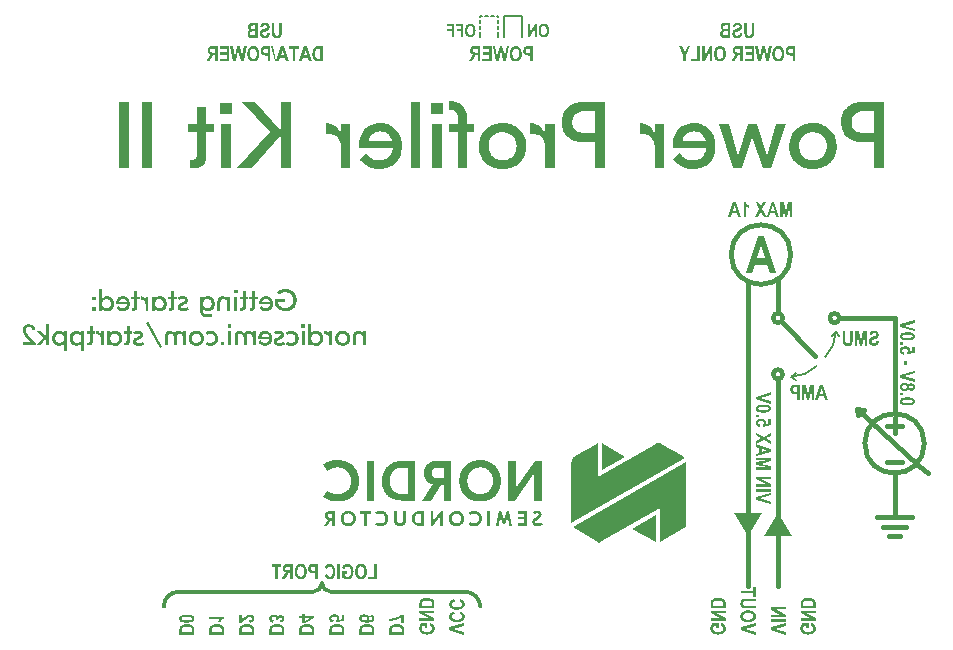
<source format=gbo>
G04*
G04 #@! TF.GenerationSoftware,Altium Limited,Altium Designer,20.1.14 (287)*
G04*
G04 Layer_Color=32896*
%FSLAX24Y24*%
%MOIN*%
G70*
G04*
G04 #@! TF.SameCoordinates,36825D0D-408E-4E44-9134-4F5201A7400A*
G04*
G04*
G04 #@! TF.FilePolarity,Positive*
G04*
G01*
G75*
%ADD10C,0.0059*%
%ADD15C,0.0079*%
%ADD157C,0.0157*%
%ADD161C,0.0118*%
G36*
X28577Y16168D02*
X28577Y16168D01*
X28577Y16168D01*
X28577Y16168D01*
X28577Y16168D01*
X28577Y16168D01*
X28577Y16168D01*
X28577Y16168D01*
X28577Y16168D01*
X28577Y16168D01*
X28577Y16168D01*
D02*
G37*
G36*
X20989Y6080D02*
X20209Y5626D01*
Y6526D01*
X20989Y6080D01*
D02*
G37*
G36*
X22109Y6535D02*
X22117Y6534D01*
X22130Y6532D01*
X22141Y6529D01*
X22157Y6523D01*
X22166Y6519D01*
X22178Y6514D01*
X22191Y6507D01*
X22905Y6092D01*
X22922Y6081D01*
X22937Y6070D01*
X22947Y6062D01*
X22957Y6052D01*
X22967Y6040D01*
X22971Y6034D01*
X19194Y3854D01*
Y5905D01*
X19195Y5923D01*
X19197Y5940D01*
X19201Y5959D01*
X19208Y5981D01*
X19220Y6007D01*
X19234Y6030D01*
X19258Y6056D01*
X19272Y6069D01*
X19290Y6082D01*
X19303Y6090D01*
X20034Y6513D01*
X20043Y6518D01*
X20059Y6525D01*
X20074Y6530D01*
Y5393D01*
X22002Y6508D01*
X22019Y6517D01*
X22035Y6524D01*
X22046Y6528D01*
X22062Y6532D01*
X22074Y6535D01*
X22086Y6536D01*
X22098Y6536D01*
X22109Y6535D01*
D02*
G37*
G36*
X18200Y4614D02*
X17957D01*
Y5523D01*
X17312Y4614D01*
X17086D01*
Y5939D01*
X17329D01*
Y5028D01*
X17974Y5939D01*
X18200D01*
Y4614D01*
D02*
G37*
G36*
X11434Y5967D02*
X11456Y5966D01*
X11489Y5963D01*
X11521Y5959D01*
X11552Y5954D01*
X11584Y5947D01*
X11617Y5939D01*
X11639Y5933D01*
X11662Y5926D01*
X11685Y5918D01*
X11708Y5908D01*
X11732Y5898D01*
X11758Y5886D01*
X11771Y5879D01*
X11798Y5863D01*
X11813Y5854D01*
X11829Y5844D01*
X11845Y5832D01*
X11864Y5818D01*
X11886Y5800D01*
X11900Y5786D01*
X11928Y5760D01*
X11956Y5730D01*
X11984Y5693D01*
X12006Y5660D01*
X12020Y5637D01*
X12031Y5617D01*
X12040Y5600D01*
X12047Y5584D01*
X12054Y5569D01*
X12060Y5555D01*
X12069Y5529D01*
X12073Y5516D01*
X12084Y5482D01*
X12092Y5449D01*
X12096Y5429D01*
X12101Y5398D01*
X12104Y5379D01*
X12107Y5350D01*
X12109Y5326D01*
X12110Y5304D01*
X12110Y5276D01*
X12110Y5248D01*
X12108Y5220D01*
X12107Y5200D01*
X12104Y5172D01*
X12099Y5142D01*
X12093Y5111D01*
X12086Y5079D01*
X12079Y5056D01*
X12072Y5031D01*
X12062Y5005D01*
X12050Y4976D01*
X12035Y4943D01*
X12025Y4924D01*
X12012Y4902D01*
X11995Y4875D01*
X11980Y4853D01*
X11958Y4825D01*
X11936Y4801D01*
X11905Y4770D01*
X11879Y4747D01*
X11840Y4717D01*
X11824Y4706D01*
X11808Y4696D01*
X11767Y4672D01*
X11754Y4665D01*
X11730Y4654D01*
X11718Y4648D01*
X11694Y4639D01*
X11671Y4630D01*
X11649Y4623D01*
X11627Y4616D01*
X11605Y4611D01*
X11578Y4604D01*
X11557Y4600D01*
X11531Y4596D01*
X11510Y4593D01*
X11489Y4590D01*
X11467Y4588D01*
X11445Y4587D01*
X11416Y4586D01*
X11388Y4585D01*
X11352Y4586D01*
X11330Y4587D01*
X11306Y4589D01*
X11290Y4591D01*
X11263Y4595D01*
X11238Y4599D01*
X11209Y4604D01*
X11182Y4611D01*
X11164Y4615D01*
X11134Y4624D01*
X11099Y4637D01*
X11064Y4651D01*
X11028Y4667D01*
X10997Y4684D01*
X10962Y4704D01*
X10921Y4731D01*
X11061Y4943D01*
X11079Y4931D01*
X11104Y4915D01*
X11140Y4895D01*
X11179Y4878D01*
X11198Y4870D01*
X11222Y4862D01*
X11236Y4857D01*
X11264Y4849D01*
X11291Y4843D01*
X11316Y4839D01*
X11347Y4836D01*
X11383Y4834D01*
X11405Y4833D01*
X11443Y4835D01*
X11480Y4840D01*
X11511Y4846D01*
X11534Y4851D01*
X11558Y4858D01*
X11583Y4868D01*
X11609Y4879D01*
X11627Y4888D01*
X11648Y4900D01*
X11659Y4907D01*
X11671Y4916D01*
X11685Y4926D01*
X11706Y4943D01*
X11724Y4960D01*
X11742Y4979D01*
X11766Y5011D01*
X11786Y5042D01*
X11799Y5065D01*
X11811Y5094D01*
X11820Y5118D01*
X11829Y5147D01*
X11835Y5174D01*
X11840Y5205D01*
X11844Y5236D01*
X11845Y5270D01*
X11844Y5305D01*
X11842Y5330D01*
X11839Y5355D01*
X11835Y5381D01*
X11830Y5401D01*
X11824Y5422D01*
X11819Y5437D01*
X11810Y5462D01*
X11802Y5480D01*
X11792Y5501D01*
X11775Y5529D01*
X11762Y5549D01*
X11742Y5574D01*
X11723Y5594D01*
X11709Y5607D01*
X11690Y5623D01*
X11676Y5634D01*
X11652Y5650D01*
X11632Y5662D01*
X11613Y5672D01*
X11587Y5684D01*
X11570Y5690D01*
X11555Y5696D01*
X11531Y5703D01*
X11508Y5708D01*
X11492Y5711D01*
X11478Y5714D01*
X11456Y5716D01*
X11441Y5718D01*
X11426Y5719D01*
X11404Y5720D01*
X11391Y5720D01*
X11376Y5719D01*
X11359Y5718D01*
X11335Y5716D01*
X11310Y5713D01*
X11289Y5709D01*
X11269Y5705D01*
X11245Y5699D01*
X11215Y5689D01*
X11194Y5681D01*
X11167Y5670D01*
X11139Y5657D01*
X11114Y5643D01*
X11093Y5631D01*
X11065Y5613D01*
X11061Y5610D01*
X10921Y5822D01*
X10938Y5833D01*
X10960Y5847D01*
X10979Y5859D01*
X11003Y5873D01*
X11025Y5884D01*
X11038Y5891D01*
X11071Y5906D01*
X11105Y5919D01*
X11148Y5933D01*
X11186Y5943D01*
X11224Y5952D01*
X11255Y5957D01*
X11282Y5961D01*
X11314Y5964D01*
X11345Y5966D01*
X11380Y5968D01*
X11403Y5968D01*
X11434Y5967D01*
D02*
G37*
G36*
X15193Y4614D02*
X14951D01*
Y5142D01*
X14860D01*
X14500Y4614D01*
X14195D01*
X14587Y5153D01*
X14574Y5156D01*
X14558Y5160D01*
X14543Y5164D01*
X14528Y5169D01*
X14507Y5177D01*
X14491Y5185D01*
X14473Y5193D01*
X14460Y5200D01*
X14440Y5213D01*
X14423Y5224D01*
X14403Y5240D01*
X14384Y5257D01*
X14375Y5268D01*
X14360Y5285D01*
X14346Y5303D01*
X14336Y5319D01*
X14329Y5331D01*
X14318Y5350D01*
X14310Y5367D01*
X14302Y5389D01*
X14297Y5402D01*
X14293Y5415D01*
X14290Y5428D01*
X14286Y5445D01*
X14282Y5467D01*
X14279Y5490D01*
X14277Y5516D01*
X14276Y5532D01*
X14277Y5549D01*
X14277Y5564D01*
X14278Y5581D01*
X14281Y5602D01*
X14282Y5613D01*
X14285Y5629D01*
X14289Y5647D01*
X14294Y5665D01*
X14298Y5678D01*
X14302Y5691D01*
X14308Y5706D01*
X14315Y5721D01*
X14324Y5740D01*
X14338Y5764D01*
X14356Y5789D01*
X14369Y5803D01*
X14383Y5820D01*
X14399Y5835D01*
X14411Y5845D01*
X14429Y5859D01*
X14444Y5869D01*
X14457Y5877D01*
X14476Y5888D01*
X14499Y5899D01*
X14526Y5910D01*
X14552Y5918D01*
X14567Y5923D01*
X14591Y5928D01*
X14610Y5932D01*
X14641Y5936D01*
X14662Y5938D01*
X14685Y5939D01*
X14704Y5939D01*
X15193D01*
Y4614D01*
D02*
G37*
G36*
X12616D02*
X12372D01*
Y5939D01*
X12616D01*
Y4614D01*
D02*
G37*
G36*
X13986Y4614D02*
X13562D01*
X13534Y4614D01*
X13487Y4617D01*
X13422Y4625D01*
X13402Y4628D01*
X13383Y4632D01*
X13354Y4639D01*
X13326Y4646D01*
X13297Y4655D01*
X13277Y4663D01*
X13257Y4670D01*
X13237Y4679D01*
X13216Y4689D01*
X13194Y4700D01*
X13172Y4712D01*
X13147Y4728D01*
X13120Y4747D01*
X13086Y4774D01*
X13071Y4787D01*
X13043Y4813D01*
X13022Y4838D01*
X13003Y4862D01*
X12985Y4887D01*
X12969Y4911D01*
X12949Y4946D01*
X12942Y4961D01*
X12930Y4986D01*
X12920Y5010D01*
X12912Y5031D01*
X12903Y5060D01*
X12897Y5079D01*
X12893Y5098D01*
X12891Y5106D01*
X12886Y5133D01*
X12881Y5158D01*
X12878Y5182D01*
X12876Y5206D01*
X12875Y5223D01*
X12873Y5246D01*
X12873Y5268D01*
X12873Y5293D01*
X12874Y5314D01*
X12875Y5331D01*
X12877Y5356D01*
X12878Y5372D01*
X12882Y5396D01*
X12886Y5422D01*
X12891Y5449D01*
X12898Y5476D01*
X12903Y5495D01*
X12913Y5525D01*
X12922Y5547D01*
X12932Y5572D01*
X12945Y5599D01*
X12963Y5631D01*
X12976Y5652D01*
X12991Y5676D01*
X13010Y5700D01*
X13027Y5721D01*
X13048Y5744D01*
X13076Y5770D01*
X13095Y5786D01*
X13112Y5800D01*
X13126Y5810D01*
X13139Y5820D01*
X13164Y5836D01*
X13176Y5843D01*
X13187Y5849D01*
X13209Y5861D01*
X13240Y5875D01*
X13259Y5884D01*
X13279Y5891D01*
X13299Y5898D01*
X13317Y5904D01*
X13336Y5910D01*
X13346Y5912D01*
X13365Y5917D01*
X13394Y5923D01*
X13431Y5930D01*
X13458Y5933D01*
X13486Y5936D01*
X13514Y5938D01*
X13542Y5939D01*
X13986Y5939D01*
Y4614D01*
D02*
G37*
G36*
X16179Y5967D02*
X16207Y5966D01*
X16237Y5963D01*
X16266Y5959D01*
X16297Y5954D01*
X16329Y5947D01*
X16362Y5939D01*
X16396Y5928D01*
X16432Y5914D01*
X16472Y5896D01*
X16494Y5885D01*
X16517Y5873D01*
X16542Y5857D01*
X16572Y5837D01*
X16609Y5809D01*
X16635Y5786D01*
X16662Y5759D01*
X16692Y5723D01*
X16717Y5690D01*
X16741Y5654D01*
X16757Y5627D01*
X16770Y5603D01*
X16779Y5583D01*
X16788Y5564D01*
X16801Y5529D01*
X16806Y5514D01*
X16816Y5484D01*
X16823Y5455D01*
X16826Y5442D01*
X16831Y5416D01*
X16835Y5391D01*
X16839Y5356D01*
X16841Y5332D01*
X16843Y5300D01*
X16843Y5276D01*
X16843Y5250D01*
X16841Y5217D01*
X16839Y5193D01*
X16834Y5157D01*
X16827Y5119D01*
X16821Y5092D01*
X16814Y5064D01*
X16804Y5033D01*
X16792Y4999D01*
X16784Y4980D01*
X16774Y4959D01*
X16749Y4911D01*
X16729Y4879D01*
X16717Y4862D01*
X16701Y4839D01*
X16685Y4820D01*
X16668Y4800D01*
X16646Y4778D01*
X16615Y4749D01*
X16593Y4731D01*
X16560Y4707D01*
X16533Y4689D01*
X16509Y4676D01*
X16487Y4664D01*
X16466Y4653D01*
X16446Y4645D01*
X16427Y4637D01*
X16409Y4630D01*
X16392Y4624D01*
X16358Y4613D01*
X16342Y4609D01*
X16326Y4605D01*
X16310Y4602D01*
X16295Y4599D01*
X16280Y4596D01*
X16265Y4594D01*
X16251Y4592D01*
X16221Y4588D01*
X16193Y4586D01*
X16179Y4586D01*
X16150Y4585D01*
X16139Y4585D01*
X16111Y4586D01*
X16081Y4588D01*
X16066Y4590D01*
X16036Y4593D01*
X16020Y4596D01*
X15988Y4602D01*
X15972Y4605D01*
X15955Y4610D01*
X15938Y4614D01*
X15920Y4620D01*
X15903Y4625D01*
X15865Y4640D01*
X15846Y4648D01*
X15825Y4657D01*
X15803Y4668D01*
X15780Y4681D01*
X15755Y4697D01*
X15727Y4716D01*
X15701Y4735D01*
X15676Y4757D01*
X15656Y4775D01*
X15631Y4800D01*
X15608Y4826D01*
X15590Y4849D01*
X15572Y4876D01*
X15560Y4892D01*
X15550Y4911D01*
X15535Y4938D01*
X15523Y4961D01*
X15514Y4982D01*
X15506Y5001D01*
X15499Y5019D01*
X15493Y5035D01*
X15488Y5051D01*
X15484Y5066D01*
X15480Y5081D01*
X15476Y5095D01*
X15470Y5122D01*
X15468Y5136D01*
X15463Y5161D01*
X15460Y5185D01*
X15458Y5209D01*
X15456Y5231D01*
X15455Y5253D01*
X15455Y5276D01*
X15455Y5297D01*
X15456Y5319D01*
X15458Y5342D01*
X15459Y5354D01*
X15461Y5377D01*
X15465Y5403D01*
X15470Y5429D01*
X15472Y5442D01*
X15479Y5471D01*
X15483Y5486D01*
X15493Y5517D01*
X15499Y5533D01*
X15506Y5552D01*
X15514Y5571D01*
X15523Y5592D01*
X15535Y5616D01*
X15551Y5643D01*
X15577Y5684D01*
X15607Y5723D01*
X15629Y5749D01*
X15656Y5777D01*
X15688Y5806D01*
X15724Y5835D01*
X15753Y5854D01*
X15778Y5870D01*
X15801Y5883D01*
X15822Y5894D01*
X15843Y5904D01*
X15862Y5912D01*
X15881Y5920D01*
X15935Y5938D01*
X15968Y5946D01*
X16000Y5954D01*
X16032Y5959D01*
X16047Y5961D01*
X16077Y5964D01*
X16114Y5967D01*
X16150Y5968D01*
X16179Y5967D01*
D02*
G37*
G36*
X17211Y3773D02*
X17120D01*
X17072Y4090D01*
X16977Y3846D01*
X16912D01*
X16817Y4090D01*
X16770Y3773D01*
X16680D01*
X16767Y4264D01*
X16833D01*
X16946Y3986D01*
X17057Y4264D01*
X17123D01*
X17211Y3773D01*
D02*
G37*
G36*
X14915Y3773D02*
X14825D01*
Y4109D01*
X14586Y3773D01*
X14503D01*
Y4264D01*
X14592D01*
Y3926D01*
X14832Y4264D01*
X14915D01*
Y3773D01*
D02*
G37*
G36*
X13682Y3968D02*
X13682Y3954D01*
X13681Y3941D01*
X13679Y3926D01*
X13675Y3907D01*
X13672Y3894D01*
X13666Y3879D01*
X13661Y3867D01*
X13656Y3856D01*
X13651Y3848D01*
X13639Y3832D01*
X13619Y3811D01*
X13600Y3796D01*
X13588Y3789D01*
X13573Y3782D01*
X13560Y3777D01*
X13547Y3773D01*
X13536Y3770D01*
X13523Y3768D01*
X13510Y3766D01*
X13497Y3765D01*
X13478Y3765D01*
X13465Y3765D01*
X13452Y3766D01*
X13440Y3767D01*
X13425Y3770D01*
X13414Y3773D01*
X13399Y3777D01*
X13385Y3783D01*
X13378Y3786D01*
X13367Y3792D01*
X13357Y3798D01*
X13347Y3805D01*
X13327Y3823D01*
X13317Y3836D01*
X13309Y3847D01*
X13301Y3861D01*
X13294Y3875D01*
X13290Y3888D01*
X13286Y3899D01*
X13283Y3915D01*
X13280Y3931D01*
X13279Y3944D01*
X13278Y3957D01*
X13278Y3968D01*
Y4265D01*
X13372D01*
Y3974D01*
X13372Y3964D01*
X13374Y3949D01*
X13376Y3937D01*
X13380Y3926D01*
X13386Y3912D01*
X13392Y3901D01*
X13400Y3891D01*
X13416Y3876D01*
X13424Y3871D01*
X13435Y3865D01*
X13447Y3861D01*
X13460Y3859D01*
X13469Y3858D01*
X13482Y3857D01*
X13493Y3858D01*
X13502Y3859D01*
X13516Y3863D01*
X13529Y3867D01*
X13539Y3873D01*
X13555Y3885D01*
X13563Y3894D01*
X13569Y3903D01*
X13575Y3914D01*
X13580Y3926D01*
X13583Y3939D01*
X13586Y3953D01*
X13587Y3971D01*
X13587Y3974D01*
Y4265D01*
X13682D01*
Y3968D01*
D02*
G37*
G36*
X12849Y4275D02*
X12865Y4273D01*
X12881Y4271D01*
X12892Y4269D01*
X12903Y4267D01*
X12913Y4264D01*
X12921Y4262D01*
X12932Y4258D01*
X12943Y4254D01*
X12952Y4250D01*
X12961Y4245D01*
X12971Y4240D01*
X12981Y4234D01*
X12993Y4225D01*
X13000Y4220D01*
X13008Y4214D01*
X13024Y4199D01*
X13045Y4174D01*
X13053Y4162D01*
X13058Y4153D01*
X13065Y4139D01*
X13070Y4128D01*
X13074Y4118D01*
X13078Y4109D01*
X13084Y4088D01*
X13086Y4076D01*
X13088Y4065D01*
X13089Y4054D01*
X13091Y4040D01*
X13091Y4033D01*
X13091Y4024D01*
X13091Y4012D01*
X13091Y4002D01*
X13090Y3988D01*
X13088Y3978D01*
X13086Y3962D01*
X13082Y3946D01*
X13077Y3929D01*
X13071Y3914D01*
X13066Y3902D01*
X13063Y3896D01*
X13059Y3889D01*
X13055Y3881D01*
X13044Y3864D01*
X13032Y3849D01*
X13015Y3832D01*
X13006Y3824D01*
X12992Y3813D01*
X12974Y3802D01*
X12960Y3794D01*
X12946Y3788D01*
X12933Y3782D01*
X12921Y3778D01*
X12913Y3776D01*
X12897Y3771D01*
X12885Y3769D01*
X12870Y3767D01*
X12854Y3765D01*
X12842Y3764D01*
X12831Y3764D01*
X12816Y3764D01*
X12803Y3765D01*
X12785Y3766D01*
X12771Y3768D01*
X12759Y3771D01*
X12749Y3773D01*
X12742Y3775D01*
X12721Y3781D01*
X12703Y3789D01*
X12686Y3797D01*
X12668Y3807D01*
X12658Y3813D01*
X12651Y3818D01*
X12703Y3896D01*
X12712Y3890D01*
X12720Y3886D01*
X12731Y3879D01*
X12739Y3875D01*
X12749Y3871D01*
X12761Y3867D01*
X12766Y3865D01*
X12773Y3863D01*
X12796Y3858D01*
X12809Y3857D01*
X12822Y3856D01*
X12839Y3856D01*
X12850Y3857D01*
X12864Y3859D01*
X12872Y3861D01*
X12887Y3865D01*
X12896Y3868D01*
X12905Y3873D01*
X12916Y3878D01*
X12920Y3880D01*
X12934Y3890D01*
X12951Y3905D01*
X12964Y3922D01*
X12974Y3938D01*
X12979Y3949D01*
X12985Y3964D01*
X12989Y3979D01*
X12991Y3991D01*
X12993Y4005D01*
X12993Y4015D01*
X12993Y4026D01*
X12992Y4037D01*
X12991Y4046D01*
X12989Y4058D01*
X12987Y4068D01*
X12983Y4082D01*
X12979Y4092D01*
X12976Y4099D01*
X12968Y4113D01*
X12956Y4129D01*
X12942Y4143D01*
X12930Y4153D01*
X12921Y4158D01*
X12907Y4166D01*
X12894Y4172D01*
X12882Y4176D01*
X12871Y4179D01*
X12860Y4181D01*
X12849Y4183D01*
X12835Y4184D01*
X12823Y4184D01*
X12817Y4184D01*
X12798Y4182D01*
X12776Y4177D01*
X12763Y4174D01*
X12747Y4168D01*
X12739Y4164D01*
X12731Y4160D01*
X12722Y4155D01*
X12715Y4151D01*
X12706Y4145D01*
X12703Y4143D01*
X12651Y4222D01*
X12665Y4231D01*
X12675Y4237D01*
X12689Y4245D01*
X12694Y4247D01*
X12715Y4256D01*
X12735Y4263D01*
X12759Y4269D01*
X12778Y4272D01*
X12797Y4274D01*
X12811Y4275D01*
X12826Y4276D01*
X12849Y4275D01*
D02*
G37*
G36*
X15966Y4273D02*
X15982Y4272D01*
X15997Y4270D01*
X16009Y4268D01*
X16019Y4265D01*
X16029Y4262D01*
X16037Y4260D01*
X16048Y4256D01*
X16059Y4252D01*
X16068Y4248D01*
X16077Y4244D01*
X16087Y4238D01*
X16098Y4232D01*
X16110Y4224D01*
X16116Y4219D01*
X16125Y4212D01*
X16140Y4198D01*
X16161Y4172D01*
X16169Y4160D01*
X16174Y4152D01*
X16182Y4138D01*
X16187Y4127D01*
X16191Y4116D01*
X16194Y4107D01*
X16200Y4086D01*
X16202Y4075D01*
X16204Y4063D01*
X16206Y4053D01*
X16207Y4038D01*
X16207Y4032D01*
X16208Y4022D01*
X16207Y4011D01*
X16207Y4001D01*
X16206Y3987D01*
X16205Y3976D01*
X16202Y3961D01*
X16198Y3945D01*
X16193Y3927D01*
X16188Y3912D01*
X16183Y3901D01*
X16179Y3894D01*
X16176Y3887D01*
X16171Y3879D01*
X16160Y3862D01*
X16149Y3848D01*
X16132Y3831D01*
X16122Y3822D01*
X16108Y3811D01*
X16091Y3800D01*
X16076Y3792D01*
X16063Y3786D01*
X16050Y3781D01*
X16037Y3776D01*
X16029Y3774D01*
X16013Y3770D01*
X16001Y3768D01*
X15986Y3765D01*
X15970Y3764D01*
X15958Y3763D01*
X15947Y3762D01*
X15933Y3763D01*
X15919Y3763D01*
X15901Y3765D01*
X15887Y3767D01*
X15875Y3769D01*
X15865Y3772D01*
X15859Y3773D01*
X15838Y3780D01*
X15819Y3787D01*
X15802Y3795D01*
X15785Y3805D01*
X15774Y3812D01*
X15767Y3816D01*
X15819Y3895D01*
X15828Y3889D01*
X15836Y3884D01*
X15848Y3878D01*
X15856Y3874D01*
X15865Y3870D01*
X15877Y3865D01*
X15883Y3863D01*
X15890Y3861D01*
X15912Y3857D01*
X15926Y3855D01*
X15938Y3854D01*
X15955Y3855D01*
X15966Y3856D01*
X15980Y3858D01*
X15989Y3859D01*
X16003Y3863D01*
X16012Y3867D01*
X16022Y3871D01*
X16032Y3877D01*
X16036Y3879D01*
X16050Y3888D01*
X16068Y3903D01*
X16081Y3920D01*
X16090Y3936D01*
X16096Y3947D01*
X16101Y3962D01*
X16105Y3978D01*
X16107Y3990D01*
X16109Y4003D01*
X16109Y4014D01*
X16109Y4025D01*
X16109Y4036D01*
X16108Y4045D01*
X16106Y4057D01*
X16103Y4067D01*
X16099Y4081D01*
X16095Y4090D01*
X16092Y4097D01*
X16084Y4111D01*
X16072Y4127D01*
X16058Y4141D01*
X16046Y4151D01*
X16038Y4157D01*
X16023Y4165D01*
X16010Y4170D01*
X15998Y4174D01*
X15987Y4177D01*
X15976Y4180D01*
X15965Y4181D01*
X15952Y4182D01*
X15939Y4182D01*
X15933Y4182D01*
X15914Y4180D01*
X15892Y4176D01*
X15879Y4172D01*
X15864Y4166D01*
X15855Y4162D01*
X15847Y4159D01*
X15839Y4154D01*
X15831Y4149D01*
X15823Y4144D01*
X15819Y4142D01*
X15767Y4220D01*
X15782Y4229D01*
X15792Y4235D01*
X15806Y4243D01*
X15811Y4246D01*
X15832Y4255D01*
X15852Y4261D01*
X15875Y4267D01*
X15894Y4271D01*
X15913Y4273D01*
X15927Y4274D01*
X15943Y4274D01*
X15966Y4273D01*
D02*
G37*
G36*
X11312Y3775D02*
X11223D01*
Y3970D01*
X11189D01*
X11056Y3775D01*
X10943D01*
X11088Y3974D01*
X11077Y3977D01*
X11062Y3982D01*
X11044Y3990D01*
X11031Y3998D01*
X11020Y4006D01*
X11007Y4019D01*
X10995Y4035D01*
X10988Y4047D01*
X10984Y4056D01*
X10979Y4071D01*
X10976Y4082D01*
X10975Y4093D01*
X10974Y4103D01*
X10973Y4112D01*
X10973Y4123D01*
X10974Y4138D01*
X10976Y4149D01*
X10981Y4169D01*
X10985Y4179D01*
X10989Y4188D01*
X10996Y4200D01*
X11003Y4211D01*
X11019Y4227D01*
X11026Y4233D01*
X11042Y4244D01*
X11055Y4250D01*
X11071Y4256D01*
X11091Y4261D01*
X11104Y4263D01*
X11114Y4264D01*
X11131Y4265D01*
X11312D01*
Y3775D01*
D02*
G37*
G36*
X14281Y3775D02*
X14124D01*
X14099Y3775D01*
X14079Y3778D01*
X14070Y3779D01*
X14054Y3782D01*
X14036Y3787D01*
X14015Y3794D01*
X13996Y3802D01*
X13970Y3817D01*
X13948Y3834D01*
X13928Y3852D01*
X13910Y3876D01*
X13904Y3885D01*
X13897Y3897D01*
X13892Y3908D01*
X13886Y3921D01*
X13880Y3940D01*
X13875Y3960D01*
X13873Y3970D01*
X13871Y3985D01*
X13870Y3997D01*
X13869Y4011D01*
X13869Y4023D01*
X13869Y4040D01*
X13870Y4052D01*
X13873Y4071D01*
X13875Y4080D01*
X13878Y4094D01*
X13881Y4104D01*
X13885Y4116D01*
X13891Y4129D01*
X13895Y4139D01*
X13907Y4159D01*
X13917Y4175D01*
X13934Y4193D01*
X13944Y4203D01*
X13951Y4209D01*
X13962Y4217D01*
X13976Y4227D01*
X13985Y4232D01*
X13997Y4238D01*
X14015Y4246D01*
X14023Y4249D01*
X14033Y4252D01*
X14045Y4256D01*
X14058Y4258D01*
X14069Y4261D01*
X14079Y4262D01*
X14096Y4264D01*
X14109Y4265D01*
X14124Y4265D01*
X14281D01*
Y3775D01*
D02*
G37*
G36*
X12505Y4181D02*
X12371D01*
Y3775D01*
X12281D01*
Y4181D01*
X12147D01*
Y4265D01*
X12505D01*
Y4181D01*
D02*
G37*
G36*
X17697Y3773D02*
X17403D01*
Y3857D01*
X17607D01*
Y3999D01*
X17424D01*
Y4081D01*
X17607D01*
Y4179D01*
X17406D01*
Y4264D01*
X17697D01*
Y3773D01*
D02*
G37*
G36*
X16482D02*
X16389D01*
Y4264D01*
X16482D01*
Y3773D01*
D02*
G37*
G36*
X11774Y4275D02*
X11785Y4274D01*
X11802Y4272D01*
X11813Y4270D01*
X11825Y4267D01*
X11844Y4261D01*
X11858Y4256D01*
X11880Y4245D01*
X11889Y4241D01*
X11898Y4235D01*
X11909Y4228D01*
X11918Y4221D01*
X11927Y4214D01*
X11937Y4204D01*
X11953Y4186D01*
X11963Y4173D01*
X11972Y4160D01*
X11978Y4150D01*
X11986Y4133D01*
X11994Y4114D01*
X11998Y4102D01*
X12002Y4086D01*
X12006Y4067D01*
X12009Y4045D01*
X12009Y4029D01*
X12010Y4018D01*
X12008Y3985D01*
X12006Y3971D01*
X12003Y3957D01*
X11999Y3941D01*
X11995Y3930D01*
X11990Y3917D01*
X11984Y3902D01*
X11974Y3884D01*
X11967Y3872D01*
X11959Y3861D01*
X11948Y3847D01*
X11939Y3838D01*
X11929Y3828D01*
X11917Y3819D01*
X11905Y3810D01*
X11895Y3803D01*
X11886Y3798D01*
X11870Y3790D01*
X11856Y3783D01*
X11836Y3777D01*
X11824Y3773D01*
X11807Y3769D01*
X11790Y3767D01*
X11779Y3765D01*
X11769Y3765D01*
X11744Y3764D01*
X11733Y3765D01*
X11717Y3766D01*
X11705Y3768D01*
X11687Y3772D01*
X11675Y3775D01*
X11662Y3779D01*
X11648Y3784D01*
X11633Y3791D01*
X11616Y3800D01*
X11607Y3806D01*
X11596Y3813D01*
X11578Y3827D01*
X11566Y3839D01*
X11556Y3850D01*
X11547Y3861D01*
X11539Y3872D01*
X11531Y3885D01*
X11525Y3895D01*
X11518Y3911D01*
X11512Y3925D01*
X11508Y3937D01*
X11504Y3953D01*
X11501Y3963D01*
X11498Y3987D01*
X11496Y4016D01*
X11496Y4036D01*
X11498Y4053D01*
X11500Y4072D01*
X11502Y4082D01*
X11505Y4092D01*
X11508Y4104D01*
X11512Y4116D01*
X11518Y4129D01*
X11525Y4146D01*
X11531Y4156D01*
X11538Y4166D01*
X11545Y4176D01*
X11551Y4185D01*
X11566Y4201D01*
X11575Y4210D01*
X11582Y4216D01*
X11595Y4227D01*
X11606Y4234D01*
X11615Y4240D01*
X11624Y4245D01*
X11639Y4252D01*
X11660Y4261D01*
X11673Y4265D01*
X11686Y4268D01*
X11698Y4271D01*
X11709Y4273D01*
X11720Y4274D01*
X11737Y4275D01*
X11747Y4276D01*
X11759D01*
X11774Y4275D01*
D02*
G37*
G36*
X15381Y4273D02*
X15392Y4272D01*
X15409Y4270D01*
X15420Y4268D01*
X15432Y4265D01*
X15451Y4259D01*
X15465Y4254D01*
X15488Y4244D01*
X15496Y4239D01*
X15505Y4233D01*
X15516Y4226D01*
X15525Y4220D01*
X15534Y4212D01*
X15544Y4202D01*
X15561Y4184D01*
X15570Y4171D01*
X15579Y4158D01*
X15585Y4148D01*
X15593Y4132D01*
X15601Y4112D01*
X15605Y4101D01*
X15609Y4084D01*
X15613Y4065D01*
X15616Y4043D01*
X15617Y4027D01*
X15617Y4016D01*
X15615Y3983D01*
X15613Y3969D01*
X15610Y3955D01*
X15606Y3939D01*
X15602Y3928D01*
X15598Y3915D01*
X15591Y3901D01*
X15581Y3882D01*
X15574Y3871D01*
X15566Y3859D01*
X15555Y3845D01*
X15546Y3836D01*
X15536Y3826D01*
X15525Y3817D01*
X15512Y3808D01*
X15502Y3801D01*
X15493Y3796D01*
X15477Y3788D01*
X15463Y3782D01*
X15444Y3775D01*
X15431Y3771D01*
X15414Y3767D01*
X15397Y3765D01*
X15386Y3764D01*
X15376Y3763D01*
X15351Y3763D01*
X15340Y3763D01*
X15324Y3765D01*
X15312Y3766D01*
X15294Y3770D01*
X15282Y3773D01*
X15269Y3777D01*
X15255Y3783D01*
X15240Y3789D01*
X15223Y3798D01*
X15214Y3804D01*
X15203Y3811D01*
X15185Y3825D01*
X15173Y3837D01*
X15163Y3848D01*
X15154Y3860D01*
X15146Y3870D01*
X15138Y3883D01*
X15132Y3893D01*
X15125Y3909D01*
X15119Y3923D01*
X15115Y3935D01*
X15111Y3951D01*
X15108Y3961D01*
X15105Y3985D01*
X15103Y4014D01*
X15103Y4035D01*
X15105Y4052D01*
X15107Y4070D01*
X15109Y4080D01*
X15112Y4091D01*
X15115Y4102D01*
X15119Y4114D01*
X15125Y4128D01*
X15133Y4144D01*
X15138Y4154D01*
X15145Y4165D01*
X15152Y4174D01*
X15158Y4183D01*
X15173Y4199D01*
X15182Y4208D01*
X15189Y4214D01*
X15203Y4225D01*
X15213Y4232D01*
X15222Y4238D01*
X15231Y4243D01*
X15246Y4250D01*
X15267Y4259D01*
X15281Y4263D01*
X15293Y4266D01*
X15305Y4269D01*
X15316Y4271D01*
X15328Y4272D01*
X15344Y4274D01*
X15354Y4274D01*
X15366D01*
X15381Y4273D01*
D02*
G37*
G36*
X18062Y4274D02*
X18074Y4273D01*
X18088Y4271D01*
X18100Y4269D01*
X18114Y4265D01*
X18122Y4262D01*
X18130Y4258D01*
X18141Y4252D01*
X18149Y4247D01*
X18156Y4242D01*
X18160Y4238D01*
X18163Y4236D01*
X18176Y4219D01*
X18182Y4209D01*
X18186Y4201D01*
X18188Y4194D01*
X18191Y4185D01*
X18193Y4174D01*
X18194Y4166D01*
X18195Y4159D01*
X18195Y4153D01*
X18195Y4142D01*
X18194Y4132D01*
X18193Y4123D01*
X18192Y4117D01*
X18191Y4114D01*
X18184Y4094D01*
X18180Y4086D01*
X18176Y4079D01*
X18172Y4073D01*
X18163Y4061D01*
X18157Y4054D01*
X18148Y4045D01*
X18141Y4038D01*
X18135Y4033D01*
X18128Y4028D01*
X18121Y4023D01*
X18118Y4020D01*
X18038Y3964D01*
X18028Y3956D01*
X18016Y3947D01*
X18009Y3941D01*
X18005Y3936D01*
X18000Y3931D01*
X17997Y3926D01*
X17994Y3921D01*
X17992Y3917D01*
X17991Y3914D01*
X17989Y3909D01*
X17989Y3902D01*
X17989Y3896D01*
X17989Y3892D01*
X17991Y3884D01*
X17992Y3880D01*
X17996Y3873D01*
X18000Y3869D01*
X18004Y3865D01*
X18008Y3862D01*
X18013Y3859D01*
X18019Y3856D01*
X18026Y3853D01*
X18037Y3851D01*
X18044Y3850D01*
X18051Y3850D01*
X18061Y3849D01*
X18070Y3850D01*
X18076Y3850D01*
X18087Y3852D01*
X18097Y3854D01*
X18108Y3856D01*
X18126Y3862D01*
X18138Y3866D01*
X18147Y3870D01*
X18158Y3875D01*
X18170Y3881D01*
X18177Y3885D01*
X18190Y3892D01*
X18230Y3810D01*
X18222Y3805D01*
X18215Y3801D01*
X18206Y3796D01*
X18195Y3791D01*
X18188Y3788D01*
X18180Y3785D01*
X18168Y3781D01*
X18146Y3773D01*
X18134Y3771D01*
X18114Y3767D01*
X18099Y3765D01*
X18084Y3763D01*
X18061Y3762D01*
X18046Y3763D01*
X18033Y3764D01*
X18023Y3765D01*
X18015Y3766D01*
X18002Y3769D01*
X17990Y3772D01*
X17982Y3775D01*
X17974Y3778D01*
X17969Y3780D01*
X17961Y3784D01*
X17951Y3789D01*
X17945Y3793D01*
X17939Y3798D01*
X17935Y3802D01*
X17927Y3809D01*
X17916Y3823D01*
X17909Y3834D01*
X17905Y3844D01*
X17902Y3851D01*
X17899Y3859D01*
X17897Y3869D01*
X17895Y3877D01*
X17895Y3882D01*
X17894Y3890D01*
X17893Y3897D01*
X17893Y3902D01*
X17893Y3909D01*
X17894Y3915D01*
X17894Y3923D01*
X17895Y3929D01*
X17896Y3937D01*
X17897Y3941D01*
X17899Y3946D01*
X17900Y3952D01*
X17907Y3968D01*
X17914Y3981D01*
X17921Y3991D01*
X17926Y3998D01*
X17932Y4005D01*
X17937Y4009D01*
X17940Y4013D01*
X17946Y4018D01*
X17953Y4024D01*
X17961Y4030D01*
X17969Y4036D01*
X18020Y4072D01*
X18070Y4107D01*
X18079Y4115D01*
X18086Y4121D01*
X18092Y4128D01*
X18097Y4136D01*
X18099Y4144D01*
X18100Y4149D01*
X18100Y4153D01*
X18100Y4157D01*
X18099Y4161D01*
X18098Y4165D01*
X18096Y4169D01*
X18094Y4173D01*
X18091Y4176D01*
X18087Y4179D01*
X18083Y4181D01*
X18078Y4183D01*
X18069Y4186D01*
X18065Y4187D01*
X18056Y4188D01*
X18050Y4188D01*
X18042Y4188D01*
X18037Y4187D01*
X18031Y4187D01*
X18024Y4186D01*
X18019Y4185D01*
X18011Y4183D01*
X18005Y4182D01*
X17997Y4179D01*
X17989Y4177D01*
X17983Y4175D01*
X17976Y4172D01*
X17969Y4169D01*
X17963Y4167D01*
X17959Y4165D01*
X17954Y4163D01*
X17944Y4158D01*
X17906Y4240D01*
X17926Y4249D01*
X17944Y4255D01*
X17957Y4259D01*
X17969Y4263D01*
X17983Y4266D01*
X17997Y4269D01*
X18014Y4272D01*
X18029Y4273D01*
X18042Y4274D01*
X18053Y4274D01*
X18062Y4274D01*
D02*
G37*
G36*
X25529Y4198D02*
X25077Y3420D01*
X24625Y4198D01*
X25529Y4198D01*
D02*
G37*
G36*
X26529Y3420D02*
X25625Y3420D01*
X26077Y4198D01*
X26529Y3420D01*
D02*
G37*
G36*
X22001Y3225D02*
X21220Y3676D01*
X22001Y4127D01*
X22001Y3225D01*
D02*
G37*
G36*
X23015Y3801D02*
X23016Y3791D01*
X23012Y3775D01*
X23008Y3761D01*
X23002Y3745D01*
X22993Y3732D01*
X22984Y3722D01*
X22974Y3712D01*
X22956Y3701D01*
X22135Y3221D01*
X22136Y4360D01*
X20154Y3219D01*
X20150Y3217D01*
X20144Y3214D01*
X20137Y3211D01*
X20129Y3209D01*
X20125Y3208D01*
X20117Y3207D01*
X20112Y3208D01*
X20109Y3208D01*
X20103Y3210D01*
X20095Y3212D01*
X20088Y3215D01*
X20082Y3217D01*
X20076Y3220D01*
X20067Y3225D01*
X19229Y3719D01*
X23015Y5904D01*
X23015Y3801D01*
D02*
G37*
G36*
X24102Y1367D02*
X24125Y1366D01*
X24136Y1365D01*
X24146Y1363D01*
X24155Y1362D01*
X24163Y1361D01*
X24171Y1360D01*
X24178Y1358D01*
X24183Y1357D01*
X24188Y1356D01*
X24192Y1355D01*
X24195Y1354D01*
X24196Y1354D01*
X24197D01*
X24214Y1348D01*
X24230Y1341D01*
X24243Y1335D01*
X24255Y1329D01*
X24264Y1323D01*
X24271Y1319D01*
X24274Y1315D01*
X24276Y1315D01*
X24287Y1306D01*
X24296Y1296D01*
X24303Y1287D01*
X24309Y1279D01*
X24314Y1271D01*
X24317Y1266D01*
X24319Y1262D01*
X24319Y1261D01*
X24324Y1249D01*
X24327Y1235D01*
X24329Y1221D01*
X24331Y1207D01*
X24332Y1194D01*
X24332Y1189D01*
Y1024D01*
X23832D01*
Y1179D01*
X23832Y1198D01*
X23834Y1213D01*
X23836Y1227D01*
X23838Y1239D01*
X23841Y1249D01*
X23843Y1255D01*
X23844Y1260D01*
X23845Y1261D01*
X23851Y1273D01*
X23858Y1284D01*
X23865Y1293D01*
X23872Y1300D01*
X23878Y1307D01*
X23883Y1312D01*
X23886Y1315D01*
X23887Y1315D01*
X23899Y1324D01*
X23911Y1331D01*
X23924Y1338D01*
X23936Y1343D01*
X23946Y1347D01*
X23956Y1350D01*
X23959Y1351D01*
X23961Y1352D01*
X23962Y1353D01*
X23963D01*
X23982Y1358D01*
X24001Y1362D01*
X24020Y1364D01*
X24038Y1366D01*
X24046D01*
X24053Y1367D01*
X24060D01*
X24066Y1368D01*
X24070D01*
X24074D01*
X24076D01*
X24077D01*
X24102Y1367D01*
D02*
G37*
G36*
X24332Y861D02*
X23997D01*
X24332Y692D01*
Y612D01*
X23832D01*
Y689D01*
X24158D01*
X23832Y854D01*
Y938D01*
X24332D01*
Y861D01*
D02*
G37*
G36*
X24100Y356D02*
X24016D01*
Y450D01*
X23952D01*
X23945Y443D01*
X23939Y434D01*
X23934Y427D01*
X23929Y419D01*
X23925Y413D01*
X23923Y408D01*
X23921Y405D01*
X23921Y403D01*
X23917Y393D01*
X23914Y385D01*
X23912Y376D01*
X23911Y369D01*
X23911Y363D01*
X23910Y357D01*
Y354D01*
X23911Y344D01*
X23911Y335D01*
X23916Y319D01*
X23923Y305D01*
X23930Y293D01*
X23937Y284D01*
X23944Y277D01*
X23949Y273D01*
X23949Y271D01*
X23950D01*
X23959Y265D01*
X23970Y260D01*
X23991Y251D01*
X24014Y245D01*
X24036Y241D01*
X24047Y239D01*
X24056Y238D01*
X24065Y237D01*
X24073D01*
X24079Y236D01*
X24083D01*
X24086D01*
X24087D01*
X24102Y237D01*
X24117Y238D01*
X24130Y239D01*
X24143Y242D01*
X24153Y244D01*
X24164Y246D01*
X24173Y249D01*
X24182Y252D01*
X24189Y255D01*
X24195Y258D01*
X24201Y261D01*
X24205Y263D01*
X24208Y265D01*
X24211Y267D01*
X24212Y268D01*
X24213D01*
X24220Y274D01*
X24227Y281D01*
X24232Y288D01*
X24236Y296D01*
X24244Y309D01*
X24249Y323D01*
X24252Y335D01*
X24252Y341D01*
X24253Y345D01*
X24254Y348D01*
Y354D01*
X24253Y366D01*
X24251Y377D01*
X24247Y387D01*
X24243Y395D01*
X24239Y403D01*
X24236Y408D01*
X24233Y411D01*
X24233Y412D01*
X24224Y421D01*
X24215Y428D01*
X24205Y433D01*
X24195Y439D01*
X24187Y442D01*
X24180Y445D01*
X24176Y446D01*
X24175Y446D01*
X24174D01*
X24193Y529D01*
X24206Y526D01*
X24218Y523D01*
X24230Y519D01*
X24241Y514D01*
X24251Y510D01*
X24259Y505D01*
X24268Y500D01*
X24275Y495D01*
X24281Y491D01*
X24287Y486D01*
X24292Y482D01*
X24296Y478D01*
X24299Y475D01*
X24301Y474D01*
X24302Y472D01*
X24303Y472D01*
X24309Y463D01*
X24316Y454D01*
X24320Y444D01*
X24325Y434D01*
X24332Y415D01*
X24336Y396D01*
X24338Y387D01*
X24338Y379D01*
X24340Y372D01*
Y366D01*
X24341Y360D01*
Y354D01*
X24339Y331D01*
X24336Y312D01*
X24332Y293D01*
X24326Y278D01*
X24323Y271D01*
X24320Y266D01*
X24318Y261D01*
X24316Y256D01*
X24314Y253D01*
X24312Y251D01*
X24311Y249D01*
Y249D01*
X24299Y233D01*
X24285Y219D01*
X24271Y207D01*
X24256Y197D01*
X24243Y188D01*
X24238Y185D01*
X24233Y183D01*
X24229Y181D01*
X24226Y179D01*
X24224Y178D01*
X24223D01*
X24201Y169D01*
X24176Y162D01*
X24153Y157D01*
X24131Y154D01*
X24121Y153D01*
X24112Y152D01*
X24103Y151D01*
X24096D01*
X24090Y150D01*
X24086D01*
X24083D01*
X24082D01*
X24053Y152D01*
X24026Y155D01*
X24014Y156D01*
X24003Y159D01*
X23992Y161D01*
X23982Y164D01*
X23973Y166D01*
X23965Y169D01*
X23959Y171D01*
X23953Y173D01*
X23948Y175D01*
X23945Y176D01*
X23943Y177D01*
X23942D01*
X23921Y188D01*
X23903Y200D01*
X23888Y213D01*
X23875Y224D01*
X23865Y235D01*
X23858Y243D01*
X23856Y246D01*
X23854Y249D01*
X23853Y250D01*
Y251D01*
X23843Y269D01*
X23835Y287D01*
X23831Y305D01*
X23827Y322D01*
X23825Y329D01*
X23825Y337D01*
X23824Y343D01*
Y348D01*
X23823Y352D01*
Y358D01*
X23824Y376D01*
X23827Y395D01*
X23831Y411D01*
X23835Y426D01*
X23839Y439D01*
X23841Y444D01*
X23842Y449D01*
X23844Y452D01*
X23845Y455D01*
X23846Y456D01*
Y457D01*
X23855Y475D01*
X23864Y490D01*
X23873Y503D01*
X23882Y514D01*
X23889Y523D01*
X23895Y529D01*
X23899Y532D01*
X23900Y534D01*
X24100D01*
Y356D01*
D02*
G37*
G36*
X13610Y547D02*
X13521D01*
Y725D01*
X13488Y705D01*
X13455Y688D01*
X13422Y672D01*
X13407Y666D01*
X13392Y660D01*
X13379Y655D01*
X13367Y650D01*
X13356Y646D01*
X13347Y643D01*
X13339Y640D01*
X13333Y638D01*
X13330Y637D01*
X13328Y637D01*
X13289Y626D01*
X13251Y618D01*
X13233Y614D01*
X13215Y612D01*
X13198Y609D01*
X13182Y607D01*
X13169Y606D01*
X13156Y604D01*
X13144Y603D01*
X13134Y602D01*
X13127D01*
X13121Y602D01*
X13118D01*
X13116D01*
Y678D01*
X13142Y679D01*
X13169Y681D01*
X13195Y684D01*
X13207Y685D01*
X13218Y687D01*
X13229Y688D01*
X13238Y690D01*
X13247Y692D01*
X13254Y693D01*
X13260Y695D01*
X13265Y695D01*
X13268Y696D01*
X13268D01*
X13300Y704D01*
X13328Y712D01*
X13342Y716D01*
X13355Y720D01*
X13367Y725D01*
X13379Y729D01*
X13389Y733D01*
X13398Y736D01*
X13406Y739D01*
X13413Y742D01*
X13418Y745D01*
X13423Y746D01*
X13425Y748D01*
X13426D01*
X13440Y754D01*
X13452Y761D01*
X13464Y767D01*
X13475Y773D01*
X13485Y779D01*
X13494Y784D01*
X13503Y790D01*
X13510Y794D01*
X13517Y799D01*
X13523Y803D01*
X13529Y806D01*
X13532Y809D01*
X13536Y813D01*
X13538Y814D01*
X13539Y816D01*
X13540D01*
X13610D01*
Y547D01*
D02*
G37*
G36*
X13387Y493D02*
X13410Y491D01*
X13421Y491D01*
X13430Y489D01*
X13440Y488D01*
X13448Y487D01*
X13456Y485D01*
X13462Y484D01*
X13468Y482D01*
X13473Y481D01*
X13477Y481D01*
X13479Y480D01*
X13481Y479D01*
X13481D01*
X13499Y474D01*
X13514Y467D01*
X13528Y461D01*
X13539Y455D01*
X13548Y449D01*
X13555Y444D01*
X13559Y441D01*
X13561Y440D01*
X13571Y431D01*
X13580Y421D01*
X13588Y413D01*
X13594Y405D01*
X13599Y397D01*
X13602Y392D01*
X13603Y388D01*
X13604Y386D01*
X13609Y374D01*
X13612Y360D01*
X13614Y347D01*
X13615Y332D01*
X13616Y320D01*
X13617Y315D01*
Y150D01*
X13116D01*
Y305D01*
X13117Y323D01*
X13118Y339D01*
X13121Y353D01*
X13123Y365D01*
X13125Y374D01*
X13128Y381D01*
X13129Y386D01*
X13130Y387D01*
X13136Y399D01*
X13143Y409D01*
X13150Y418D01*
X13156Y426D01*
X13163Y433D01*
X13167Y437D01*
X13170Y440D01*
X13172Y441D01*
X13183Y450D01*
X13195Y456D01*
X13208Y463D01*
X13220Y469D01*
X13231Y472D01*
X13240Y476D01*
X13243Y477D01*
X13246Y478D01*
X13247Y478D01*
X13248D01*
X13267Y484D01*
X13286Y488D01*
X13305Y490D01*
X13322Y492D01*
X13331D01*
X13338Y493D01*
X13344D01*
X13351Y494D01*
X13355D01*
X13358D01*
X13360D01*
X13361D01*
X13387Y493D01*
D02*
G37*
G36*
X12299Y821D02*
X12312Y820D01*
X12324Y819D01*
X12335Y816D01*
X12346Y813D01*
X12356Y810D01*
X12365Y807D01*
X12373Y803D01*
X12380Y800D01*
X12386Y796D01*
X12392Y793D01*
X12396Y791D01*
X12400Y788D01*
X12402Y787D01*
X12404Y786D01*
X12405Y785D01*
X12412Y778D01*
X12420Y771D01*
X12425Y764D01*
X12430Y757D01*
X12435Y749D01*
X12439Y742D01*
X12444Y729D01*
X12447Y718D01*
X12448Y713D01*
X12449Y709D01*
X12449Y705D01*
Y701D01*
X12449Y693D01*
X12448Y685D01*
X12446Y679D01*
X12444Y673D01*
X12442Y668D01*
X12440Y664D01*
X12440Y662D01*
X12439Y661D01*
X12434Y654D01*
X12430Y648D01*
X12424Y643D01*
X12419Y638D01*
X12414Y634D01*
X12411Y631D01*
X12408Y629D01*
X12407Y628D01*
X12422Y629D01*
X12436Y631D01*
X12449Y631D01*
X12460Y633D01*
X12471Y635D01*
X12480Y637D01*
X12488Y638D01*
X12495Y640D01*
X12501Y642D01*
X12506Y644D01*
X12510Y645D01*
X12514Y647D01*
X12516Y647D01*
X12518Y648D01*
X12519Y649D01*
X12529Y656D01*
X12535Y663D01*
X12541Y670D01*
X12544Y677D01*
X12546Y683D01*
X12547Y688D01*
X12548Y691D01*
Y692D01*
X12547Y699D01*
X12545Y706D01*
X12542Y711D01*
X12539Y716D01*
X12530Y724D01*
X12520Y730D01*
X12510Y734D01*
X12500Y736D01*
X12497Y737D01*
X12494Y738D01*
X12493D01*
X12492D01*
X12502Y814D01*
X12524Y809D01*
X12543Y804D01*
X12559Y797D01*
X12572Y790D01*
X12583Y784D01*
X12589Y779D01*
X12594Y775D01*
X12596Y774D01*
X12606Y761D01*
X12614Y749D01*
X12619Y736D01*
X12623Y723D01*
X12625Y713D01*
X12626Y704D01*
X12627Y701D01*
Y697D01*
X12626Y685D01*
X12624Y673D01*
X12621Y663D01*
X12618Y652D01*
X12608Y634D01*
X12602Y625D01*
X12596Y618D01*
X12591Y612D01*
X12585Y605D01*
X12580Y600D01*
X12576Y596D01*
X12571Y593D01*
X12568Y591D01*
X12567Y589D01*
X12566Y589D01*
X12554Y581D01*
X12540Y575D01*
X12526Y570D01*
X12510Y564D01*
X12477Y557D01*
X12444Y552D01*
X12429Y551D01*
X12414Y549D01*
X12402Y548D01*
X12391Y548D01*
X12381Y547D01*
X12374D01*
X12370D01*
X12369D01*
X12368D01*
X12344Y548D01*
X12321Y548D01*
X12300Y551D01*
X12281Y553D01*
X12263Y556D01*
X12247Y560D01*
X12233Y564D01*
X12220Y567D01*
X12209Y570D01*
X12200Y574D01*
X12191Y578D01*
X12185Y581D01*
X12180Y583D01*
X12177Y586D01*
X12175Y586D01*
X12174Y587D01*
X12164Y595D01*
X12155Y603D01*
X12147Y612D01*
X12140Y620D01*
X12135Y629D01*
X12131Y637D01*
X12127Y646D01*
X12124Y653D01*
X12119Y668D01*
X12118Y674D01*
X12117Y679D01*
Y683D01*
X12116Y686D01*
Y689D01*
X12117Y700D01*
X12118Y710D01*
X12120Y719D01*
X12123Y728D01*
X12131Y744D01*
X12139Y758D01*
X12147Y768D01*
X12150Y773D01*
X12154Y777D01*
X12157Y780D01*
X12159Y782D01*
X12160Y783D01*
X12161Y784D01*
X12170Y790D01*
X12179Y796D01*
X12189Y801D01*
X12199Y806D01*
X12220Y812D01*
X12240Y817D01*
X12249Y819D01*
X12258Y819D01*
X12265Y821D01*
X12272D01*
X12277Y822D01*
X12281D01*
X12284D01*
X12285D01*
X12299Y821D01*
D02*
G37*
G36*
X12395Y493D02*
X12418Y491D01*
X12429Y491D01*
X12439Y489D01*
X12448Y487D01*
X12456Y487D01*
X12464Y485D01*
X12471Y484D01*
X12476Y482D01*
X12481Y481D01*
X12485Y481D01*
X12488Y480D01*
X12489Y479D01*
X12490D01*
X12507Y474D01*
X12523Y467D01*
X12536Y461D01*
X12548Y455D01*
X12557Y449D01*
X12564Y444D01*
X12567Y441D01*
X12569Y440D01*
X12580Y431D01*
X12589Y421D01*
X12596Y413D01*
X12602Y405D01*
X12607Y397D01*
X12610Y392D01*
X12612Y388D01*
X12612Y386D01*
X12617Y374D01*
X12620Y360D01*
X12622Y347D01*
X12624Y332D01*
X12624Y320D01*
X12625Y315D01*
Y150D01*
X12125D01*
Y305D01*
X12125Y323D01*
X12127Y339D01*
X12129Y353D01*
X12131Y365D01*
X12134Y374D01*
X12136Y381D01*
X12137Y386D01*
X12138Y387D01*
X12144Y398D01*
X12151Y409D01*
X12158Y418D01*
X12165Y426D01*
X12171Y433D01*
X12176Y437D01*
X12179Y440D01*
X12180Y441D01*
X12191Y449D01*
X12204Y456D01*
X12217Y463D01*
X12229Y468D01*
X12239Y472D01*
X12249Y476D01*
X12252Y477D01*
X12254Y478D01*
X12255Y478D01*
X12256D01*
X12275Y484D01*
X12294Y487D01*
X12313Y490D01*
X12331Y492D01*
X12339D01*
X12346Y493D01*
X12353D01*
X12359Y494D01*
X12363D01*
X12367D01*
X12369D01*
X12370D01*
X12395Y493D01*
D02*
G37*
G36*
X8063Y11524D02*
X7941D01*
Y11646D01*
X8063D01*
Y11524D01*
D02*
G37*
G36*
X7100Y11428D02*
X7123Y11425D01*
X7142Y11419D01*
X7159Y11415D01*
X7172Y11409D01*
X7183Y11404D01*
X7190Y11400D01*
X7191Y11399D01*
X7192D01*
X7210Y11387D01*
X7227Y11372D01*
X7242Y11358D01*
X7253Y11344D01*
X7263Y11332D01*
X7270Y11321D01*
X7274Y11314D01*
X7275Y11313D01*
Y11312D01*
X7286Y11290D01*
X7293Y11268D01*
X7298Y11245D01*
X7302Y11225D01*
X7305Y11207D01*
Y11199D01*
X7306Y11192D01*
Y11188D01*
Y11183D01*
Y11181D01*
Y11180D01*
X7305Y11152D01*
X7301Y11127D01*
X7296Y11104D01*
X7290Y11084D01*
X7286Y11069D01*
X7280Y11056D01*
X7278Y11052D01*
X7277Y11048D01*
X7275Y11047D01*
Y11046D01*
X7263Y11026D01*
X7250Y11009D01*
X7235Y10995D01*
X7221Y10982D01*
X7210Y10972D01*
X7201Y10965D01*
X7195Y10961D01*
X7192Y10960D01*
X7172Y10950D01*
X7153Y10943D01*
X7133Y10937D01*
X7116Y10934D01*
X7100Y10932D01*
X7088Y10930D01*
X7078D01*
X7057Y10932D01*
X7039Y10934D01*
X7023Y10937D01*
X7009Y10942D01*
X6998Y10945D01*
X6989Y10948D01*
X6984Y10951D01*
X6982Y10952D01*
X6967Y10961D01*
X6955Y10971D01*
X6944Y10981D01*
X6935Y10991D01*
X6928Y11000D01*
X6924Y11007D01*
X6920Y11011D01*
X6919Y11014D01*
X6917D01*
Y10957D01*
Y10939D01*
X6919Y10924D01*
X6920Y10910D01*
X6923Y10899D01*
X6925Y10890D01*
X6927Y10883D01*
X6928Y10879D01*
X6929Y10878D01*
X6934Y10868D01*
X6939Y10859D01*
X6946Y10852D01*
X6953Y10846D01*
X6958Y10842D01*
X6963Y10838D01*
X6966Y10837D01*
X6967Y10836D01*
X6978Y10832D01*
X6990Y10829D01*
X7001Y10827D01*
X7012Y10825D01*
X7023D01*
X7030Y10824D01*
X7038D01*
X7064Y10825D01*
X7091Y10827D01*
X7118Y10830D01*
X7144Y10835D01*
X7155Y10836D01*
X7166Y10838D01*
X7175Y10841D01*
X7184Y10842D01*
X7191Y10843D01*
X7196Y10844D01*
X7199Y10845D01*
X7200D01*
X7219Y10748D01*
X7180Y10742D01*
X7144Y10736D01*
X7128Y10734D01*
X7114Y10733D01*
X7100Y10730D01*
X7088Y10729D01*
X7076D01*
X7066Y10728D01*
X7059D01*
X7051Y10727D01*
X7038D01*
X7015Y10728D01*
X6992Y10730D01*
X6973Y10733D01*
X6956Y10736D01*
X6943Y10739D01*
X6933Y10743D01*
X6927Y10744D01*
X6925Y10745D01*
X6908Y10753D01*
X6892Y10762D01*
X6880Y10773D01*
X6869Y10784D01*
X6860Y10794D01*
X6854Y10802D01*
X6849Y10808D01*
X6848Y10810D01*
X6838Y10830D01*
X6831Y10852D01*
X6826Y10874D01*
X6821Y10896D01*
X6819Y10915D01*
X6818Y10924D01*
Y10930D01*
X6817Y10937D01*
Y10942D01*
Y10944D01*
Y10945D01*
Y11415D01*
X6917D01*
Y11345D01*
X6919D01*
X6928Y11359D01*
X6938Y11371D01*
X6948Y11382D01*
X6958Y11391D01*
X6969Y11398D01*
X6975Y11403D01*
X6980Y11406D01*
X6982Y11407D01*
X6998Y11415D01*
X7014Y11421D01*
X7029Y11424D01*
X7045Y11427D01*
X7057Y11428D01*
X7069Y11430D01*
X7078D01*
X7100Y11428D01*
D02*
G37*
G36*
X5500D02*
X5522Y11425D01*
X5541Y11419D01*
X5558Y11415D01*
X5571Y11409D01*
X5583Y11404D01*
X5589Y11400D01*
X5591Y11399D01*
X5592D01*
X5610Y11387D01*
X5627Y11372D01*
X5641Y11358D01*
X5652Y11344D01*
X5662Y11332D01*
X5669Y11321D01*
X5674Y11314D01*
X5675Y11313D01*
Y11312D01*
X5685Y11290D01*
X5693Y11268D01*
X5697Y11245D01*
X5702Y11225D01*
X5704Y11207D01*
Y11199D01*
X5705Y11192D01*
Y11188D01*
Y11183D01*
Y11181D01*
Y11180D01*
X5704Y11152D01*
X5701Y11127D01*
X5695Y11104D01*
X5689Y11084D01*
X5685Y11069D01*
X5679Y11056D01*
X5677Y11052D01*
X5676Y11048D01*
X5675Y11047D01*
Y11046D01*
X5662Y11026D01*
X5649Y11009D01*
X5634Y10995D01*
X5621Y10982D01*
X5610Y10972D01*
X5601Y10965D01*
X5594Y10961D01*
X5592Y10960D01*
X5571Y10950D01*
X5552Y10943D01*
X5532Y10937D01*
X5515Y10934D01*
X5500Y10932D01*
X5487Y10930D01*
X5477D01*
X5457Y10932D01*
X5439Y10934D01*
X5422Y10937D01*
X5408Y10942D01*
X5397Y10945D01*
X5388Y10948D01*
X5384Y10951D01*
X5381Y10952D01*
X5367Y10961D01*
X5355Y10971D01*
X5343Y10981D01*
X5334Y10991D01*
X5328Y11000D01*
X5323Y11007D01*
X5320Y11011D01*
X5319Y11014D01*
X5316D01*
Y10945D01*
X5216D01*
Y11415D01*
X5316D01*
Y11345D01*
X5319D01*
X5328Y11359D01*
X5338Y11371D01*
X5348Y11382D01*
X5358Y11391D01*
X5368Y11398D01*
X5375Y11403D01*
X5379Y11406D01*
X5381Y11407D01*
X5397Y11415D01*
X5413Y11421D01*
X5429Y11424D01*
X5444Y11427D01*
X5457Y11428D01*
X5468Y11430D01*
X5477D01*
X5500Y11428D01*
D02*
G37*
G36*
X3337Y11294D02*
X3216D01*
Y11414D01*
X3337D01*
Y11294D01*
D02*
G37*
G36*
X9697Y11670D02*
X9734Y11664D01*
X9767Y11657D01*
X9783Y11653D01*
X9797Y11649D01*
X9809Y11644D01*
X9820Y11640D01*
X9830Y11635D01*
X9838Y11632D01*
X9845Y11628D01*
X9849Y11626D01*
X9853Y11625D01*
X9854Y11624D01*
X9884Y11605D01*
X9910Y11584D01*
X9934Y11561D01*
X9952Y11540D01*
X9967Y11521D01*
X9973Y11513D01*
X9978Y11506D01*
X9982Y11499D01*
X9984Y11495D01*
X9985Y11492D01*
X9987Y11491D01*
X10002Y11459D01*
X10014Y11426D01*
X10022Y11394D01*
X10028Y11363D01*
X10029Y11350D01*
X10031Y11337D01*
X10033Y11326D01*
Y11316D01*
X10034Y11308D01*
Y11303D01*
Y11299D01*
Y11298D01*
X10033Y11278D01*
X10031Y11259D01*
X10026Y11222D01*
X10018Y11189D01*
X10014Y11174D01*
X10009Y11161D01*
X10005Y11149D01*
X10001Y11137D01*
X9997Y11127D01*
X9993Y11119D01*
X9990Y11114D01*
X9988Y11108D01*
X9985Y11106D01*
Y11105D01*
X9965Y11075D01*
X9944Y11048D01*
X9921Y11027D01*
X9899Y11008D01*
X9880Y10995D01*
X9872Y10989D01*
X9865Y10983D01*
X9858Y10980D01*
X9854Y10978D01*
X9852Y10975D01*
X9851D01*
X9817Y10961D01*
X9784Y10950D01*
X9752Y10942D01*
X9721Y10936D01*
X9708Y10934D01*
X9695Y10933D01*
X9684Y10932D01*
X9675D01*
X9667Y10930D01*
X9657D01*
X9636Y10932D01*
X9616Y10933D01*
X9577Y10938D01*
X9561Y10942D01*
X9544Y10946D01*
X9529Y10951D01*
X9516Y10956D01*
X9503Y10961D01*
X9492Y10965D01*
X9483Y10970D01*
X9475Y10973D01*
X9468Y10977D01*
X9464Y10979D01*
X9462Y10981D01*
X9460D01*
X9432Y11001D01*
X9408Y11024D01*
X9386Y11046D01*
X9369Y11068D01*
X9356Y11087D01*
X9351Y11095D01*
X9347Y11102D01*
X9344Y11108D01*
X9341Y11113D01*
X9339Y11115D01*
Y11116D01*
X9326Y11147D01*
X9315Y11180D01*
X9309Y11210D01*
X9303Y11237D01*
X9302Y11250D01*
X9301Y11261D01*
X9300Y11271D01*
Y11280D01*
X9299Y11287D01*
Y11291D01*
Y11295D01*
Y11296D01*
Y11338D01*
X9637Y11338D01*
Y11238D01*
X9413Y11238D01*
X9416Y11220D01*
X9420Y11202D01*
X9425Y11186D01*
X9431Y11172D01*
X9437Y11160D01*
X9441Y11150D01*
X9445Y11144D01*
X9446Y11142D01*
X9457Y11125D01*
X9471Y11110D01*
X9484Y11098D01*
X9498Y11087D01*
X9509Y11078D01*
X9519Y11072D01*
X9526Y11068D01*
X9527Y11066D01*
X9528D01*
X9548Y11056D01*
X9570Y11050D01*
X9591Y11044D01*
X9611Y11041D01*
X9628Y11038D01*
X9635D01*
X9641Y11037D01*
X9654D01*
X9682Y11038D01*
X9709Y11043D01*
X9732Y11048D01*
X9753Y11054D01*
X9770Y11061D01*
X9776Y11063D01*
X9782Y11065D01*
X9786Y11068D01*
X9790Y11070D01*
X9791Y11071D01*
X9792D01*
X9813Y11084D01*
X9831Y11100D01*
X9848Y11115D01*
X9861Y11129D01*
X9872Y11143D01*
X9879Y11153D01*
X9882Y11158D01*
X9884Y11161D01*
X9885Y11162D01*
Y11163D01*
X9897Y11186D01*
X9904Y11209D01*
X9910Y11233D01*
X9913Y11253D01*
X9916Y11272D01*
X9917Y11280D01*
X9918Y11287D01*
Y11291D01*
Y11296D01*
Y11298D01*
Y11299D01*
X9917Y11326D01*
X9913Y11352D01*
X9908Y11374D01*
X9902Y11395D01*
X9897Y11412D01*
X9893Y11418D01*
X9891Y11424D01*
X9890Y11428D01*
X9888Y11432D01*
X9886Y11433D01*
Y11434D01*
X9873Y11455D01*
X9858Y11474D01*
X9844Y11491D01*
X9829Y11505D01*
X9816Y11515D01*
X9806Y11523D01*
X9798Y11528D01*
X9797Y11530D01*
X9795D01*
X9773Y11541D01*
X9749Y11550D01*
X9727Y11555D01*
X9707Y11560D01*
X9689Y11562D01*
X9681Y11563D01*
X9674Y11564D01*
X9662D01*
X9638Y11563D01*
X9617Y11561D01*
X9596Y11558D01*
X9580Y11554D01*
X9565Y11550D01*
X9554Y11546D01*
X9547Y11544D01*
X9546Y11543D01*
X9545D01*
X9526Y11534D01*
X9509Y11525D01*
X9493Y11516D01*
X9480Y11507D01*
X9469Y11500D01*
X9462Y11494D01*
X9456Y11489D01*
X9455Y11488D01*
X9383Y11577D01*
X9402Y11593D01*
X9423Y11606D01*
X9443Y11617D01*
X9462Y11627D01*
X9477Y11635D01*
X9491Y11641D01*
X9495Y11643D01*
X9499Y11644D01*
X9501Y11645D01*
X9502D01*
X9528Y11654D01*
X9555Y11661D01*
X9581Y11666D01*
X9604Y11669D01*
X9626Y11671D01*
X9634D01*
X9641Y11672D01*
X9676D01*
X9697Y11670D01*
D02*
G37*
G36*
X9030Y11428D02*
X9054Y11425D01*
X9076Y11419D01*
X9094Y11414D01*
X9110Y11407D01*
X9121Y11403D01*
X9126Y11400D01*
X9129Y11398D01*
X9130Y11397D01*
X9131D01*
X9150Y11383D01*
X9167Y11369D01*
X9181Y11354D01*
X9193Y11340D01*
X9202Y11327D01*
X9209Y11316D01*
X9213Y11309D01*
X9214Y11308D01*
Y11307D01*
X9223Y11285D01*
X9230Y11263D01*
X9236Y11242D01*
X9239Y11222D01*
X9241Y11205D01*
Y11197D01*
X9242Y11191D01*
Y11186D01*
Y11182D01*
Y11180D01*
Y11179D01*
X9241Y11152D01*
X9238Y11127D01*
X9233Y11105D01*
X9228Y11086D01*
X9222Y11070D01*
X9218Y11057D01*
X9215Y11053D01*
X9214Y11050D01*
X9213Y11048D01*
Y11047D01*
X9201Y11027D01*
X9187Y11010D01*
X9173Y10996D01*
X9159Y10983D01*
X9147Y10973D01*
X9137Y10966D01*
X9130Y10962D01*
X9129Y10961D01*
X9128D01*
X9106Y10951D01*
X9084Y10943D01*
X9061Y10938D01*
X9041Y10934D01*
X9023Y10932D01*
X9017D01*
X9010Y10930D01*
X8997D01*
X8974Y10932D01*
X8950Y10935D01*
X8929Y10941D01*
X8909Y10947D01*
X8889Y10956D01*
X8873Y10965D01*
X8857Y10975D01*
X8842Y10986D01*
X8829Y10996D01*
X8818Y11006D01*
X8807Y11015D01*
X8800Y11024D01*
X8793Y11030D01*
X8788Y11036D01*
X8786Y11039D01*
X8785Y11041D01*
X8856Y11107D01*
X8866Y11095D01*
X8876Y11083D01*
X8885Y11073D01*
X8895Y11065D01*
X8903Y11059D01*
X8910Y11053D01*
X8914Y11050D01*
X8915Y11048D01*
X8929Y11041D01*
X8942Y11035D01*
X8957Y11030D01*
X8970Y11028D01*
X8982Y11026D01*
X8991Y11025D01*
X9000D01*
X9021Y11026D01*
X9041Y11030D01*
X9058Y11037D01*
X9073Y11044D01*
X9084Y11051D01*
X9093Y11057D01*
X9097Y11062D01*
X9100Y11063D01*
X9113Y11079D01*
X9123Y11095D01*
X9130Y11111D01*
X9136Y11127D01*
X9139Y11142D01*
X9141Y11153D01*
Y11158D01*
X9142Y11161D01*
Y11162D01*
Y11163D01*
X8778D01*
Y11180D01*
X8779Y11201D01*
X8780Y11220D01*
X8784Y11240D01*
X8787Y11256D01*
X8792Y11273D01*
X8797Y11288D01*
X8803Y11301D01*
X8807Y11314D01*
X8813Y11325D01*
X8819Y11335D01*
X8824Y11343D01*
X8829Y11350D01*
X8832Y11355D01*
X8836Y11359D01*
X8837Y11361D01*
X8838Y11362D01*
X8849Y11374D01*
X8863Y11385D01*
X8875Y11394D01*
X8888Y11401D01*
X8903Y11408D01*
X8916Y11413D01*
X8942Y11422D01*
X8955Y11424D01*
X8966Y11426D01*
X8977Y11427D01*
X8985Y11428D01*
X8993Y11430D01*
X9003D01*
X9030Y11428D01*
D02*
G37*
G36*
X4261D02*
X4284Y11425D01*
X4307Y11419D01*
X4325Y11414D01*
X4341Y11407D01*
X4352Y11403D01*
X4356Y11400D01*
X4360Y11398D01*
X4361Y11397D01*
X4362D01*
X4381Y11383D01*
X4398Y11369D01*
X4411Y11354D01*
X4424Y11340D01*
X4433Y11327D01*
X4440Y11316D01*
X4444Y11309D01*
X4445Y11308D01*
Y11307D01*
X4454Y11285D01*
X4461Y11263D01*
X4467Y11242D01*
X4470Y11222D01*
X4472Y11205D01*
Y11197D01*
X4473Y11191D01*
Y11186D01*
Y11182D01*
Y11180D01*
Y11179D01*
X4472Y11152D01*
X4469Y11127D01*
X4464Y11105D01*
X4459Y11086D01*
X4453Y11070D01*
X4449Y11057D01*
X4446Y11053D01*
X4445Y11050D01*
X4444Y11048D01*
Y11047D01*
X4432Y11027D01*
X4418Y11010D01*
X4404Y10996D01*
X4390Y10983D01*
X4378Y10973D01*
X4368Y10966D01*
X4361Y10962D01*
X4360Y10961D01*
X4359D01*
X4337Y10951D01*
X4315Y10943D01*
X4292Y10938D01*
X4272Y10934D01*
X4254Y10932D01*
X4247D01*
X4241Y10930D01*
X4228D01*
X4205Y10932D01*
X4181Y10935D01*
X4160Y10941D01*
X4139Y10947D01*
X4120Y10956D01*
X4104Y10965D01*
X4088Y10975D01*
X4073Y10986D01*
X4060Y10996D01*
X4048Y11006D01*
X4038Y11015D01*
X4030Y11024D01*
X4024Y11030D01*
X4019Y11036D01*
X4017Y11039D01*
X4016Y11041D01*
X4087Y11107D01*
X4097Y11095D01*
X4107Y11083D01*
X4116Y11073D01*
X4126Y11065D01*
X4134Y11059D01*
X4141Y11053D01*
X4145Y11050D01*
X4146Y11048D01*
X4160Y11041D01*
X4173Y11035D01*
X4188Y11030D01*
X4201Y11028D01*
X4213Y11026D01*
X4222Y11025D01*
X4231D01*
X4252Y11026D01*
X4272Y11030D01*
X4289Y11037D01*
X4304Y11044D01*
X4315Y11051D01*
X4324Y11057D01*
X4328Y11062D01*
X4331Y11063D01*
X4344Y11079D01*
X4354Y11095D01*
X4361Y11111D01*
X4367Y11127D01*
X4370Y11142D01*
X4372Y11153D01*
Y11158D01*
X4373Y11161D01*
Y11162D01*
Y11163D01*
X4009D01*
Y11180D01*
X4010Y11201D01*
X4011Y11220D01*
X4015Y11240D01*
X4018Y11256D01*
X4023Y11273D01*
X4028Y11288D01*
X4034Y11301D01*
X4038Y11314D01*
X4044Y11325D01*
X4050Y11335D01*
X4055Y11343D01*
X4060Y11350D01*
X4063Y11355D01*
X4066Y11359D01*
X4068Y11361D01*
X4069Y11362D01*
X4080Y11374D01*
X4093Y11385D01*
X4106Y11394D01*
X4119Y11401D01*
X4134Y11408D01*
X4147Y11413D01*
X4173Y11422D01*
X4186Y11424D01*
X4197Y11426D01*
X4208Y11427D01*
X4216Y11428D01*
X4224Y11430D01*
X4234D01*
X4261Y11428D01*
D02*
G37*
G36*
X8649Y11415D02*
X8732D01*
Y11331D01*
X8649D01*
Y11064D01*
X8648Y11044D01*
X8643Y11026D01*
X8639Y11011D01*
X8632Y10998D01*
X8626Y10989D01*
X8621Y10981D01*
X8617Y10977D01*
X8616Y10975D01*
X8603Y10965D01*
X8588Y10957D01*
X8573Y10953D01*
X8557Y10948D01*
X8543Y10946D01*
X8532Y10945D01*
X8476D01*
Y11035D01*
X8510D01*
X8516Y11037D01*
X8523Y11038D01*
X8529Y11041D01*
X8532Y11043D01*
X8535Y11044D01*
X8537Y11046D01*
X8538D01*
X8541Y11052D01*
X8544Y11057D01*
X8548Y11070D01*
Y11074D01*
X8549Y11079D01*
Y11082D01*
Y11083D01*
Y11331D01*
X8453D01*
Y11415D01*
X8549D01*
Y11603D01*
X8649D01*
Y11415D01*
D02*
G37*
G36*
X8334D02*
X8417D01*
Y11331D01*
X8334D01*
Y11064D01*
X8333Y11044D01*
X8329Y11026D01*
X8324Y11011D01*
X8317Y10998D01*
X8312Y10989D01*
X8306Y10981D01*
X8303Y10977D01*
X8302Y10975D01*
X8288Y10965D01*
X8274Y10957D01*
X8258Y10953D01*
X8242Y10948D01*
X8229Y10946D01*
X8217Y10945D01*
X8161D01*
Y11035D01*
X8195D01*
X8202Y11037D01*
X8208Y11038D01*
X8214Y11041D01*
X8217Y11043D01*
X8221Y11044D01*
X8222Y11046D01*
X8223D01*
X8226Y11052D01*
X8230Y11057D01*
X8233Y11070D01*
Y11074D01*
X8234Y11079D01*
Y11082D01*
Y11083D01*
Y11331D01*
X8139D01*
Y11415D01*
X8234D01*
Y11603D01*
X8334D01*
Y11415D01*
D02*
G37*
G36*
X8052Y10945D02*
X7952D01*
Y11415D01*
X8052D01*
Y10945D01*
D02*
G37*
G36*
X7589Y11428D02*
X7607Y11426D01*
X7623Y11422D01*
X7638Y11416D01*
X7652Y11409D01*
X7664Y11403D01*
X7676Y11395D01*
X7686Y11387D01*
X7695Y11378D01*
X7703Y11370D01*
X7709Y11363D01*
X7715Y11356D01*
X7718Y11351D01*
X7722Y11346D01*
X7723Y11344D01*
X7724Y11343D01*
X7726D01*
Y11415D01*
X7825D01*
Y10945D01*
X7726D01*
Y11170D01*
X7725Y11199D01*
X7721Y11224D01*
X7715Y11245D01*
X7709Y11262D01*
X7703Y11274D01*
X7698Y11285D01*
X7694Y11289D01*
X7692Y11291D01*
X7679Y11305D01*
X7663Y11314D01*
X7649Y11321D01*
X7634Y11326D01*
X7620Y11328D01*
X7610Y11329D01*
X7606Y11331D01*
X7600D01*
X7581Y11329D01*
X7564Y11326D01*
X7550Y11321D01*
X7537Y11313D01*
X7527Y11304D01*
X7518Y11295D01*
X7511Y11285D01*
X7506Y11273D01*
X7501Y11263D01*
X7498Y11252D01*
X7496Y11243D01*
X7493Y11234D01*
Y11226D01*
X7492Y11220D01*
Y11217D01*
Y11216D01*
Y10945D01*
X7393D01*
Y11234D01*
Y11252D01*
X7396Y11270D01*
X7398Y11286D01*
X7401Y11300D01*
X7405Y11314D01*
X7409Y11325D01*
X7413Y11336D01*
X7417Y11346D01*
X7422Y11354D01*
X7426Y11362D01*
X7431Y11369D01*
X7434Y11373D01*
X7437Y11378D01*
X7440Y11380D01*
X7441Y11382D01*
X7442D01*
X7461Y11398D01*
X7481Y11409D01*
X7502Y11418D01*
X7524Y11424D01*
X7542Y11427D01*
X7550Y11428D01*
X7556D01*
X7562Y11430D01*
X7570D01*
X7589Y11428D01*
D02*
G37*
G36*
X5952Y11415D02*
X6036D01*
Y11331D01*
X5952D01*
Y11064D01*
X5951Y11044D01*
X5947Y11026D01*
X5942Y11011D01*
X5936Y10998D01*
X5930Y10989D01*
X5924Y10981D01*
X5921Y10977D01*
X5920Y10975D01*
X5906Y10965D01*
X5892Y10957D01*
X5876Y10953D01*
X5860Y10948D01*
X5847Y10946D01*
X5836Y10945D01*
X5779D01*
Y11035D01*
X5813D01*
X5820Y11037D01*
X5827Y11038D01*
X5832Y11041D01*
X5836Y11043D01*
X5839Y11044D01*
X5840Y11046D01*
X5841D01*
X5845Y11052D01*
X5848Y11057D01*
X5851Y11070D01*
Y11074D01*
X5852Y11079D01*
Y11082D01*
Y11083D01*
Y11331D01*
X5757D01*
Y11415D01*
X5852D01*
Y11603D01*
X5952D01*
Y11415D01*
D02*
G37*
G36*
X4858Y11427D02*
X4877Y11424D01*
X4894Y11418D01*
X4907Y11413D01*
X4920Y11407D01*
X4929Y11401D01*
X4933Y11398D01*
X4935Y11397D01*
X4949Y11385D01*
X4961Y11370D01*
X4970Y11356D01*
X4979Y11343D01*
X4985Y11331D01*
X4989Y11321D01*
X4991Y11314D01*
X4993Y11313D01*
Y11312D01*
X4995D01*
Y11415D01*
X5094D01*
Y10945D01*
X4995D01*
Y11153D01*
X4994Y11182D01*
X4989Y11207D01*
X4984Y11227D01*
X4976Y11244D01*
X4969Y11256D01*
X4963Y11267D01*
X4959Y11271D01*
X4958Y11273D01*
X4942Y11286D01*
X4924Y11296D01*
X4905Y11303D01*
X4887Y11307D01*
X4870Y11309D01*
X4857Y11312D01*
X4830D01*
Y11428D01*
X4836D01*
X4858Y11427D01*
D02*
G37*
G36*
X4721Y11415D02*
X4804D01*
Y11331D01*
X4721D01*
Y11064D01*
X4719Y11044D01*
X4715Y11026D01*
X4710Y11011D01*
X4704Y10998D01*
X4698Y10989D01*
X4692Y10981D01*
X4689Y10977D01*
X4688Y10975D01*
X4674Y10965D01*
X4660Y10957D01*
X4644Y10953D01*
X4628Y10948D01*
X4615Y10946D01*
X4604Y10945D01*
X4547D01*
Y11035D01*
X4581D01*
X4588Y11037D01*
X4595Y11038D01*
X4600Y11041D01*
X4604Y11043D01*
X4607Y11044D01*
X4608Y11046D01*
X4609D01*
X4613Y11052D01*
X4616Y11057D01*
X4619Y11070D01*
Y11074D01*
X4621Y11079D01*
Y11082D01*
Y11083D01*
Y11331D01*
X4525D01*
Y11415D01*
X4621D01*
Y11603D01*
X4721D01*
Y11415D01*
D02*
G37*
G36*
X3337Y10945D02*
X3216D01*
Y11065D01*
X3337D01*
Y10945D01*
D02*
G37*
G36*
X6273Y11428D02*
X6298Y11424D01*
X6319Y11418D01*
X6336Y11413D01*
X6350Y11406D01*
X6360Y11400D01*
X6366Y11396D01*
X6368Y11395D01*
X6383Y11381D01*
X6394Y11365D01*
X6401Y11349D01*
X6407Y11333D01*
X6410Y11319D01*
X6411Y11307D01*
X6412Y11303D01*
Y11300D01*
Y11298D01*
Y11297D01*
X6411Y11281D01*
X6408Y11265D01*
X6403Y11252D01*
X6396Y11238D01*
X6390Y11226D01*
X6381Y11215D01*
X6363Y11196D01*
X6345Y11180D01*
X6336Y11174D01*
X6329Y11170D01*
X6322Y11165D01*
X6318Y11163D01*
X6314Y11162D01*
X6313Y11161D01*
X6228Y11119D01*
X6218Y11114D01*
X6210Y11109D01*
X6203Y11105D01*
X6199Y11101D01*
X6194Y11098D01*
X6192Y11096D01*
X6190Y11093D01*
X6183Y11084D01*
X6180Y11075D01*
X6178Y11069D01*
Y11068D01*
Y11066D01*
X6180Y11059D01*
X6182Y11052D01*
X6185Y11046D01*
X6190Y11041D01*
X6202Y11034D01*
X6214Y11028D01*
X6228Y11025D01*
X6240Y11024D01*
X6245Y11023D01*
X6251D01*
X6278Y11025D01*
X6305Y11029D01*
X6330Y11037D01*
X6353Y11045D01*
X6373Y11053D01*
X6381Y11057D01*
X6387Y11061D01*
X6393Y11063D01*
X6398Y11065D01*
X6400Y11068D01*
X6401D01*
X6446Y10979D01*
X6414Y10963D01*
X6400Y10957D01*
X6385Y10952D01*
X6373Y10948D01*
X6364Y10945D01*
X6357Y10944D01*
X6355Y10943D01*
X6336Y10938D01*
X6318Y10936D01*
X6301Y10934D01*
X6286Y10932D01*
X6273D01*
X6264Y10930D01*
X6255D01*
X6224Y10932D01*
X6199Y10936D01*
X6175Y10942D01*
X6156Y10948D01*
X6141Y10954D01*
X6130Y10960D01*
X6123Y10964D01*
X6121Y10965D01*
X6112Y10972D01*
X6104Y10980D01*
X6093Y10997D01*
X6084Y11015D01*
X6077Y11033D01*
X6074Y11047D01*
X6073Y11061D01*
X6072Y11065D01*
Y11069D01*
Y11071D01*
Y11072D01*
X6073Y11089D01*
X6075Y11104D01*
X6079Y11117D01*
X6083Y11128D01*
X6087Y11137D01*
X6092Y11144D01*
X6094Y11149D01*
X6095Y11150D01*
X6105Y11161D01*
X6117Y11172D01*
X6128Y11181D01*
X6139Y11189D01*
X6149Y11195D01*
X6157Y11200D01*
X6163Y11202D01*
X6165Y11204D01*
X6253Y11245D01*
X6263Y11251D01*
X6272Y11255D01*
X6280Y11260D01*
X6285Y11264D01*
X6290Y11268D01*
X6293Y11270D01*
X6294Y11272D01*
X6295D01*
X6302Y11282D01*
X6305Y11291D01*
X6307Y11299D01*
Y11300D01*
Y11301D01*
X6305Y11308D01*
X6304Y11314D01*
X6298Y11323D01*
X6289Y11328D01*
X6277Y11333D01*
X6266Y11335D01*
X6257Y11337D01*
X6248D01*
X6227Y11336D01*
X6205Y11333D01*
X6185Y11327D01*
X6165Y11323D01*
X6148Y11317D01*
X6141Y11314D01*
X6136Y11312D01*
X6130Y11310D01*
X6127Y11308D01*
X6124Y11307D01*
X6123D01*
X6083Y11394D01*
X6112Y11405D01*
X6126Y11409D01*
X6138Y11413D01*
X6148Y11416D01*
X6156Y11418D01*
X6162Y11419D01*
X6164D01*
X6194Y11425D01*
X6208Y11427D01*
X6220Y11428D01*
X6231Y11430D01*
X6246D01*
X6273Y11428D01*
D02*
G37*
G36*
X3558Y11345D02*
X3561D01*
X3570Y11359D01*
X3580Y11371D01*
X3590Y11382D01*
X3600Y11391D01*
X3610Y11398D01*
X3617Y11403D01*
X3621Y11406D01*
X3624Y11407D01*
X3639Y11415D01*
X3655Y11421D01*
X3671Y11424D01*
X3686Y11427D01*
X3699Y11428D01*
X3710Y11430D01*
X3719D01*
X3742Y11428D01*
X3764Y11425D01*
X3783Y11419D01*
X3800Y11415D01*
X3814Y11409D01*
X3825Y11404D01*
X3832Y11400D01*
X3833Y11399D01*
X3834D01*
X3852Y11387D01*
X3869Y11372D01*
X3883Y11358D01*
X3894Y11344D01*
X3905Y11332D01*
X3911Y11321D01*
X3916Y11314D01*
X3917Y11313D01*
Y11312D01*
X3927Y11290D01*
X3935Y11268D01*
X3939Y11245D01*
X3944Y11225D01*
X3946Y11207D01*
Y11199D01*
X3947Y11192D01*
Y11188D01*
Y11183D01*
Y11181D01*
Y11180D01*
X3946Y11152D01*
X3943Y11127D01*
X3937Y11104D01*
X3932Y11084D01*
X3927Y11069D01*
X3921Y11056D01*
X3919Y11052D01*
X3918Y11048D01*
X3917Y11047D01*
Y11046D01*
X3905Y11026D01*
X3891Y11009D01*
X3876Y10995D01*
X3863Y10982D01*
X3852Y10972D01*
X3843Y10965D01*
X3836Y10961D01*
X3834Y10960D01*
X3814Y10950D01*
X3794Y10943D01*
X3774Y10937D01*
X3757Y10934D01*
X3742Y10932D01*
X3729Y10930D01*
X3719D01*
X3699Y10932D01*
X3681Y10934D01*
X3664Y10937D01*
X3651Y10942D01*
X3639Y10945D01*
X3630Y10948D01*
X3626Y10951D01*
X3624Y10952D01*
X3609Y10961D01*
X3597Y10971D01*
X3585Y10981D01*
X3576Y10991D01*
X3570Y11000D01*
X3565Y11007D01*
X3562Y11011D01*
X3561Y11014D01*
X3558D01*
Y10945D01*
X3458D01*
Y11657D01*
X3558D01*
Y11345D01*
D02*
G37*
G36*
X10306Y10369D02*
X10184D01*
Y10491D01*
X10306D01*
Y10369D01*
D02*
G37*
G36*
X7856Y10369D02*
X7733D01*
Y10491D01*
X7856D01*
Y10369D01*
D02*
G37*
G36*
X1125Y10490D02*
X1143Y10489D01*
X1175Y10482D01*
X1202Y10473D01*
X1214Y10469D01*
X1224Y10463D01*
X1235Y10458D01*
X1243Y10453D01*
X1250Y10449D01*
X1256Y10444D01*
X1260Y10441D01*
X1265Y10437D01*
X1266Y10436D01*
X1267Y10435D01*
X1277Y10424D01*
X1287Y10413D01*
X1295Y10400D01*
X1302Y10388D01*
X1313Y10363D01*
X1320Y10340D01*
X1326Y10318D01*
X1327Y10308D01*
X1328Y10300D01*
Y10294D01*
X1329Y10289D01*
Y10286D01*
Y10285D01*
X1229D01*
X1227Y10304D01*
X1223Y10319D01*
X1218Y10334D01*
X1212Y10346D01*
X1206Y10355D01*
X1201Y10362D01*
X1197Y10367D01*
X1196Y10368D01*
X1184Y10378D01*
X1169Y10386D01*
X1156Y10390D01*
X1142Y10395D01*
X1130Y10397D01*
X1121Y10398D01*
X1112D01*
X1094Y10397D01*
X1078Y10394D01*
X1065Y10389D01*
X1054Y10385D01*
X1045Y10379D01*
X1039Y10375D01*
X1034Y10371D01*
X1033Y10370D01*
X1023Y10359D01*
X1016Y10346D01*
X1011Y10334D01*
X1007Y10322D01*
X1005Y10312D01*
X1004Y10303D01*
Y10297D01*
Y10295D01*
X1005Y10282D01*
X1007Y10270D01*
X1011Y10258D01*
X1014Y10246D01*
X1018Y10237D01*
X1021Y10231D01*
X1023Y10226D01*
X1024Y10224D01*
X1032Y10209D01*
X1043Y10194D01*
X1055Y10179D01*
X1066Y10164D01*
X1076Y10151D01*
X1085Y10141D01*
X1091Y10134D01*
X1092Y10133D01*
X1093Y10132D01*
X1330Y9863D01*
Y9790D01*
X901D01*
Y9886D01*
X1185D01*
X1010Y10079D01*
X989Y10103D01*
X971Y10125D01*
X957Y10145D01*
X946Y10162D01*
X937Y10177D01*
X930Y10187D01*
X927Y10194D01*
X925Y10196D01*
X918Y10215D01*
X911Y10234D01*
X906Y10252D01*
X904Y10268D01*
X902Y10281D01*
X901Y10291D01*
Y10298D01*
Y10299D01*
Y10300D01*
X902Y10316D01*
X903Y10332D01*
X910Y10360D01*
X918Y10384D01*
X928Y10404D01*
X938Y10419D01*
X947Y10431D01*
X950Y10434D01*
X953Y10437D01*
X955Y10440D01*
X956D01*
X967Y10449D01*
X978Y10457D01*
X1003Y10470D01*
X1028Y10479D01*
X1052Y10485D01*
X1074Y10489D01*
X1084Y10490D01*
X1092D01*
X1098Y10491D01*
X1107D01*
X1125Y10490D01*
D02*
G37*
G36*
X4010Y10273D02*
X4032Y10270D01*
X4051Y10264D01*
X4068Y10260D01*
X4082Y10254D01*
X4093Y10249D01*
X4100Y10245D01*
X4101Y10244D01*
X4102D01*
X4120Y10232D01*
X4137Y10217D01*
X4151Y10203D01*
X4163Y10189D01*
X4173Y10177D01*
X4179Y10165D01*
X4184Y10159D01*
X4185Y10158D01*
Y10156D01*
X4195Y10135D01*
X4203Y10113D01*
X4207Y10090D01*
X4212Y10070D01*
X4214Y10052D01*
Y10044D01*
X4215Y10037D01*
Y10033D01*
Y10028D01*
Y10026D01*
Y10025D01*
X4214Y9997D01*
X4211Y9972D01*
X4205Y9949D01*
X4200Y9929D01*
X4195Y9914D01*
X4189Y9901D01*
X4187Y9897D01*
X4186Y9893D01*
X4185Y9892D01*
Y9891D01*
X4173Y9871D01*
X4159Y9854D01*
X4145Y9840D01*
X4131Y9827D01*
X4120Y9817D01*
X4111Y9810D01*
X4104Y9806D01*
X4102Y9805D01*
X4082Y9795D01*
X4062Y9788D01*
X4042Y9782D01*
X4025Y9779D01*
X4010Y9777D01*
X3997Y9775D01*
X3987D01*
X3967Y9777D01*
X3949Y9779D01*
X3932Y9782D01*
X3919Y9787D01*
X3907Y9790D01*
X3898Y9793D01*
X3894Y9796D01*
X3892Y9797D01*
X3877Y9806D01*
X3865Y9816D01*
X3853Y9826D01*
X3844Y9836D01*
X3838Y9845D01*
X3833Y9852D01*
X3830Y9856D01*
X3829Y9859D01*
X3826D01*
Y9790D01*
X3726Y9790D01*
Y10260D01*
X3826Y10260D01*
Y10190D01*
X3829D01*
X3838Y10204D01*
X3848Y10216D01*
X3858Y10227D01*
X3868Y10236D01*
X3878Y10243D01*
X3885Y10248D01*
X3889Y10251D01*
X3892Y10252D01*
X3907Y10260D01*
X3923Y10266D01*
X3939Y10269D01*
X3955Y10272D01*
X3967Y10273D01*
X3978Y10274D01*
X3987D01*
X4010Y10273D01*
D02*
G37*
G36*
X8436D02*
X8452Y10271D01*
X8466Y10268D01*
X8479Y10264D01*
X8489Y10260D01*
X8497Y10257D01*
X8501Y10254D01*
X8503Y10253D01*
X8517Y10244D01*
X8528Y10234D01*
X8538Y10223D01*
X8546Y10212D01*
X8553Y10201D01*
X8557Y10194D01*
X8560Y10188D01*
X8561Y10186D01*
X8563D01*
Y10260D01*
X8662D01*
Y9790D01*
X8563D01*
Y10033D01*
X8562Y10059D01*
X8558Y10080D01*
X8554Y10099D01*
X8548Y10114D01*
X8544Y10126D01*
X8539Y10134D01*
X8536Y10140D01*
X8535Y10141D01*
X8524Y10152D01*
X8510Y10161D01*
X8498Y10167D01*
X8485Y10171D01*
X8474Y10173D01*
X8465Y10176D01*
X8457D01*
X8442Y10174D01*
X8428Y10171D01*
X8416Y10168D01*
X8406Y10163D01*
X8399Y10158D01*
X8393Y10154D01*
X8390Y10151D01*
X8389Y10150D01*
X8381Y10140D01*
X8374Y10127D01*
X8370Y10115D01*
X8367Y10103D01*
X8365Y10092D01*
X8364Y10083D01*
Y10078D01*
Y10077D01*
Y10076D01*
Y9790D01*
X8264D01*
Y10034D01*
X8263Y10060D01*
X8260Y10081D01*
X8255Y10100D01*
X8249Y10115D01*
X8245Y10126D01*
X8240Y10134D01*
X8237Y10140D01*
X8236Y10141D01*
X8225Y10152D01*
X8212Y10161D01*
X8199Y10167D01*
X8186Y10171D01*
X8175Y10173D01*
X8166Y10176D01*
X8158D01*
X8143Y10174D01*
X8129Y10171D01*
X8117Y10168D01*
X8107Y10163D01*
X8100Y10158D01*
X8094Y10154D01*
X8091Y10151D01*
X8090Y10150D01*
X8082Y10140D01*
X8076Y10127D01*
X8072Y10115D01*
X8070Y10103D01*
X8067Y10092D01*
X8066Y10083D01*
Y10078D01*
Y10077D01*
Y10076D01*
Y9790D01*
X7966D01*
Y10080D01*
Y10098D01*
X7968Y10115D01*
X7971Y10131D01*
X7973Y10144D01*
X7976Y10158D01*
X7981Y10170D01*
X7984Y10180D01*
X7989Y10190D01*
X7993Y10199D01*
X7996Y10206D01*
X8001Y10213D01*
X8004Y10217D01*
X8007Y10222D01*
X8009Y10224D01*
X8011Y10226D01*
X8020Y10235D01*
X8029Y10242D01*
X8048Y10254D01*
X8067Y10263D01*
X8085Y10269D01*
X8102Y10272D01*
X8115Y10273D01*
X8120Y10274D01*
X8127D01*
X8145Y10273D01*
X8161Y10271D01*
X8176Y10267D01*
X8189Y10263D01*
X8200Y10259D01*
X8208Y10254D01*
X8212Y10252D01*
X8215Y10251D01*
X8228Y10241D01*
X8240Y10230D01*
X8250Y10218D01*
X8260Y10206D01*
X8265Y10196D01*
X8271Y10187D01*
X8273Y10181D01*
X8274Y10180D01*
Y10179D01*
X8276D01*
X8284Y10196D01*
X8293Y10210D01*
X8304Y10223D01*
X8316Y10234D01*
X8327Y10243D01*
X8339Y10251D01*
X8351Y10258D01*
X8363Y10262D01*
X8384Y10270D01*
X8394Y10271D01*
X8402Y10273D01*
X8409D01*
X8415Y10274D01*
X8419D01*
X8436Y10273D01*
D02*
G37*
G36*
X6114D02*
X6130Y10271D01*
X6144Y10268D01*
X6156Y10264D01*
X6167Y10260D01*
X6174Y10257D01*
X6179Y10254D01*
X6181Y10253D01*
X6195Y10244D01*
X6206Y10234D01*
X6216Y10223D01*
X6224Y10212D01*
X6231Y10201D01*
X6235Y10194D01*
X6237Y10188D01*
X6239Y10186D01*
X6241D01*
Y10260D01*
X6340D01*
Y9790D01*
X6241D01*
Y10033D01*
X6240Y10059D01*
X6236Y10080D01*
X6232Y10099D01*
X6226Y10114D01*
X6222Y10126D01*
X6217Y10134D01*
X6214Y10140D01*
X6213Y10141D01*
X6201Y10152D01*
X6188Y10161D01*
X6176Y10167D01*
X6163Y10171D01*
X6152Y10173D01*
X6143Y10176D01*
X6135D01*
X6119Y10174D01*
X6106Y10171D01*
X6094Y10168D01*
X6083Y10163D01*
X6077Y10158D01*
X6071Y10154D01*
X6068Y10151D01*
X6067Y10150D01*
X6059Y10140D01*
X6052Y10127D01*
X6047Y10115D01*
X6045Y10103D01*
X6043Y10092D01*
X6042Y10083D01*
Y10078D01*
Y10077D01*
Y10076D01*
Y9790D01*
X5942D01*
Y10034D01*
X5941Y10060D01*
X5937Y10081D01*
X5933Y10100D01*
X5927Y10115D01*
X5923Y10126D01*
X5918Y10134D01*
X5915Y10140D01*
X5914Y10141D01*
X5902Y10152D01*
X5890Y10161D01*
X5877Y10167D01*
X5864Y10171D01*
X5853Y10173D01*
X5844Y10176D01*
X5836D01*
X5820Y10174D01*
X5807Y10171D01*
X5795Y10168D01*
X5784Y10163D01*
X5778Y10158D01*
X5772Y10154D01*
X5769Y10151D01*
X5768Y10150D01*
X5760Y10140D01*
X5754Y10127D01*
X5750Y10115D01*
X5747Y10103D01*
X5745Y10092D01*
X5744Y10083D01*
Y10078D01*
Y10077D01*
Y10076D01*
Y9790D01*
X5644D01*
Y10080D01*
Y10098D01*
X5646Y10115D01*
X5648Y10131D01*
X5651Y10144D01*
X5654Y10158D01*
X5659Y10170D01*
X5662Y10180D01*
X5666Y10190D01*
X5671Y10199D01*
X5674Y10206D01*
X5679Y10213D01*
X5682Y10217D01*
X5684Y10222D01*
X5687Y10224D01*
X5689Y10226D01*
X5698Y10235D01*
X5707Y10242D01*
X5726Y10254D01*
X5745Y10263D01*
X5763Y10269D01*
X5780Y10272D01*
X5792Y10273D01*
X5798Y10274D01*
X5805D01*
X5823Y10273D01*
X5838Y10271D01*
X5854Y10267D01*
X5867Y10263D01*
X5878Y10259D01*
X5886Y10254D01*
X5890Y10252D01*
X5892Y10251D01*
X5906Y10241D01*
X5918Y10230D01*
X5928Y10218D01*
X5937Y10206D01*
X5943Y10196D01*
X5949Y10187D01*
X5951Y10181D01*
X5952Y10180D01*
Y10179D01*
X5954D01*
X5962Y10196D01*
X5971Y10210D01*
X5982Y10223D01*
X5994Y10234D01*
X6005Y10243D01*
X6017Y10251D01*
X6028Y10258D01*
X6041Y10262D01*
X6062Y10270D01*
X6072Y10271D01*
X6080Y10273D01*
X6087D01*
X6092Y10274D01*
X6097D01*
X6114Y10273D01*
D02*
G37*
G36*
X1786Y9790D02*
X1686D01*
Y10020D01*
X1498Y9790D01*
X1366D01*
X1584Y10046D01*
X1387Y10260D01*
X1519D01*
X1686Y10059D01*
Y10502D01*
X1786D01*
Y9790D01*
D02*
G37*
G36*
X9867Y10273D02*
X9893Y10270D01*
X9915Y10264D01*
X9935Y10259D01*
X9952Y10253D01*
X9959Y10251D01*
X9965Y10248D01*
X9969Y10246D01*
X9972Y10244D01*
X9974Y10243D01*
X9975D01*
X9995Y10231D01*
X10014Y10216D01*
X10029Y10201D01*
X10042Y10187D01*
X10052Y10174D01*
X10060Y10163D01*
X10065Y10156D01*
X10066Y10155D01*
Y10154D01*
X10077Y10133D01*
X10085Y10110D01*
X10090Y10089D01*
X10094Y10069D01*
X10096Y10051D01*
X10097Y10044D01*
X10098Y10037D01*
Y10032D01*
Y10028D01*
Y10026D01*
Y10025D01*
X10097Y9998D01*
X10093Y9973D01*
X10088Y9951D01*
X10081Y9932D01*
X10076Y9916D01*
X10070Y9904D01*
X10069Y9899D01*
X10067Y9896D01*
X10066Y9895D01*
Y9893D01*
X10052Y9873D01*
X10038Y9856D01*
X10023Y9841D01*
X10008Y9828D01*
X9995Y9819D01*
X9985Y9811D01*
X9977Y9807D01*
X9976Y9806D01*
X9975D01*
X9952Y9796D01*
X9929Y9788D01*
X9906Y9783D01*
X9885Y9779D01*
X9867Y9777D01*
X9859D01*
X9852Y9775D01*
X9840D01*
X9807Y9778D01*
X9778Y9782D01*
X9750Y9790D01*
X9726Y9799D01*
X9716Y9802D01*
X9707Y9807D01*
X9698Y9811D01*
X9691Y9815D01*
X9686Y9817D01*
X9682Y9819D01*
X9680Y9822D01*
X9679D01*
X9726Y9907D01*
X9748Y9895D01*
X9769Y9887D01*
X9788Y9880D01*
X9806Y9875D01*
X9822Y9873D01*
X9833Y9872D01*
X9838Y9871D01*
X9843D01*
X9867Y9873D01*
X9888Y9878D01*
X9907Y9884D01*
X9923Y9892D01*
X9935Y9900D01*
X9944Y9907D01*
X9950Y9911D01*
X9952Y9914D01*
X9966Y9931D01*
X9976Y9950D01*
X9983Y9968D01*
X9987Y9986D01*
X9990Y10001D01*
X9992Y10014D01*
X9993Y10018D01*
Y10022D01*
Y10024D01*
Y10025D01*
X9990Y10049D01*
X9986Y10070D01*
X9980Y10089D01*
X9972Y10105D01*
X9965Y10117D01*
X9959Y10126D01*
X9954Y10132D01*
X9952Y10134D01*
X9935Y10149D01*
X9917Y10160D01*
X9899Y10168D01*
X9883Y10172D01*
X9867Y10176D01*
X9854Y10177D01*
X9850Y10178D01*
X9843D01*
X9821Y10177D01*
X9799Y10172D01*
X9780Y10167D01*
X9762Y10161D01*
X9748Y10154D01*
X9736Y10149D01*
X9732Y10146D01*
X9729Y10144D01*
X9727Y10143D01*
X9726D01*
X9679Y10227D01*
X9707Y10243D01*
X9735Y10254D01*
X9762Y10263D01*
X9787Y10269D01*
X9798Y10271D01*
X9808Y10272D01*
X9817Y10273D01*
X9825D01*
X9831Y10274D01*
X9840D01*
X9867Y10273D01*
D02*
G37*
G36*
X7184Y10273D02*
X7210Y10270D01*
X7232Y10264D01*
X7252Y10259D01*
X7269Y10253D01*
X7276Y10251D01*
X7282Y10248D01*
X7286Y10246D01*
X7289Y10244D01*
X7291Y10243D01*
X7292D01*
X7312Y10231D01*
X7331Y10216D01*
X7346Y10201D01*
X7359Y10187D01*
X7369Y10174D01*
X7377Y10163D01*
X7382Y10156D01*
X7383Y10155D01*
Y10154D01*
X7394Y10133D01*
X7402Y10110D01*
X7408Y10089D01*
X7411Y10069D01*
X7413Y10051D01*
X7414Y10044D01*
X7415Y10037D01*
Y10032D01*
Y10028D01*
Y10026D01*
Y10025D01*
X7414Y9998D01*
X7410Y9973D01*
X7405Y9951D01*
X7399Y9932D01*
X7393Y9916D01*
X7387Y9904D01*
X7386Y9899D01*
X7384Y9896D01*
X7383Y9895D01*
Y9893D01*
X7369Y9873D01*
X7355Y9856D01*
X7340Y9841D01*
X7325Y9828D01*
X7312Y9819D01*
X7302Y9811D01*
X7294Y9807D01*
X7293Y9806D01*
X7292D01*
X7269Y9796D01*
X7246Y9788D01*
X7223Y9783D01*
X7202Y9779D01*
X7184Y9777D01*
X7176D01*
X7169Y9775D01*
X7157D01*
X7124Y9778D01*
X7095Y9782D01*
X7067Y9790D01*
X7043Y9799D01*
X7033Y9802D01*
X7024Y9807D01*
X7015Y9811D01*
X7008Y9815D01*
X7003Y9817D01*
X6999Y9819D01*
X6997Y9822D01*
X6996D01*
X7043Y9907D01*
X7065Y9895D01*
X7086Y9887D01*
X7105Y9880D01*
X7123Y9875D01*
X7139Y9873D01*
X7150Y9872D01*
X7155Y9871D01*
X7160D01*
X7184Y9873D01*
X7205Y9878D01*
X7224Y9884D01*
X7240Y9892D01*
X7252Y9900D01*
X7261Y9907D01*
X7267Y9911D01*
X7269Y9914D01*
X7283Y9931D01*
X7293Y9950D01*
X7300Y9968D01*
X7304Y9986D01*
X7307Y10001D01*
X7309Y10014D01*
X7310Y10018D01*
Y10022D01*
Y10024D01*
Y10025D01*
X7307Y10049D01*
X7303Y10070D01*
X7297Y10089D01*
X7289Y10105D01*
X7282Y10117D01*
X7276Y10126D01*
X7272Y10132D01*
X7269Y10134D01*
X7252Y10149D01*
X7234Y10160D01*
X7216Y10168D01*
X7200Y10172D01*
X7184Y10176D01*
X7171Y10177D01*
X7167Y10178D01*
X7160D01*
X7138Y10177D01*
X7116Y10172D01*
X7097Y10167D01*
X7079Y10161D01*
X7065Y10154D01*
X7053Y10149D01*
X7049Y10146D01*
X7046Y10144D01*
X7044Y10143D01*
X7043D01*
X6996Y10227D01*
X7024Y10243D01*
X7052Y10254D01*
X7079Y10263D01*
X7104Y10269D01*
X7115Y10271D01*
X7125Y10272D01*
X7134Y10273D01*
X7142D01*
X7148Y10274D01*
X7157D01*
X7184Y10273D01*
D02*
G37*
G36*
X9006D02*
X9029Y10270D01*
X9052Y10264D01*
X9070Y10259D01*
X9086Y10252D01*
X9097Y10248D01*
X9101Y10245D01*
X9105Y10243D01*
X9106Y10242D01*
X9107D01*
X9126Y10228D01*
X9143Y10214D01*
X9156Y10199D01*
X9169Y10185D01*
X9178Y10172D01*
X9185Y10161D01*
X9189Y10154D01*
X9190Y10153D01*
Y10152D01*
X9199Y10130D01*
X9206Y10108D01*
X9212Y10087D01*
X9215Y10067D01*
X9217Y10050D01*
Y10042D01*
X9218Y10036D01*
Y10031D01*
Y10027D01*
Y10025D01*
Y10024D01*
X9217Y9997D01*
X9214Y9972D01*
X9209Y9950D01*
X9204Y9931D01*
X9198Y9915D01*
X9194Y9902D01*
X9191Y9898D01*
X9190Y9895D01*
X9189Y9893D01*
Y9892D01*
X9177Y9872D01*
X9163Y9855D01*
X9149Y9841D01*
X9135Y9828D01*
X9123Y9818D01*
X9113Y9811D01*
X9106Y9807D01*
X9105Y9806D01*
X9104D01*
X9082Y9796D01*
X9060Y9788D01*
X9037Y9783D01*
X9017Y9779D01*
X8999Y9777D01*
X8992D01*
X8986Y9775D01*
X8973D01*
X8950Y9777D01*
X8926Y9780D01*
X8905Y9786D01*
X8884Y9792D01*
X8865Y9801D01*
X8848Y9810D01*
X8833Y9820D01*
X8818Y9831D01*
X8805Y9841D01*
X8793Y9851D01*
X8783Y9860D01*
X8775Y9869D01*
X8769Y9875D01*
X8764Y9881D01*
X8762Y9884D01*
X8761Y9886D01*
X8832Y9952D01*
X8842Y9940D01*
X8852Y9928D01*
X8861Y9918D01*
X8871Y9910D01*
X8879Y9904D01*
X8886Y9898D01*
X8890Y9895D01*
X8891Y9893D01*
X8905Y9886D01*
X8918Y9880D01*
X8933Y9875D01*
X8946Y9873D01*
X8957Y9871D01*
X8966Y9870D01*
X8975D01*
X8997Y9871D01*
X9017Y9875D01*
X9034Y9882D01*
X9049Y9889D01*
X9060Y9896D01*
X9069Y9902D01*
X9073Y9907D01*
X9076Y9908D01*
X9089Y9924D01*
X9099Y9940D01*
X9106Y9956D01*
X9111Y9972D01*
X9115Y9987D01*
X9117Y9998D01*
Y10002D01*
X9118Y10006D01*
Y10007D01*
Y10008D01*
X8754D01*
Y10025D01*
X8755Y10046D01*
X8756Y10065D01*
X8760Y10085D01*
X8763Y10101D01*
X8768Y10118D01*
X8773Y10133D01*
X8779Y10146D01*
X8783Y10159D01*
X8789Y10170D01*
X8795Y10180D01*
X8800Y10188D01*
X8805Y10195D01*
X8808Y10200D01*
X8811Y10204D01*
X8813Y10206D01*
X8814Y10207D01*
X8825Y10219D01*
X8838Y10230D01*
X8851Y10239D01*
X8864Y10246D01*
X8879Y10253D01*
X8892Y10258D01*
X8918Y10267D01*
X8931Y10269D01*
X8942Y10271D01*
X8953Y10272D01*
X8961Y10273D01*
X8969Y10274D01*
X8979D01*
X9006Y10273D01*
D02*
G37*
G36*
X12110Y10273D02*
X12128Y10271D01*
X12144Y10267D01*
X12160Y10261D01*
X12173Y10254D01*
X12186Y10248D01*
X12197Y10240D01*
X12207Y10232D01*
X12216Y10223D01*
X12224Y10215D01*
X12231Y10208D01*
X12236Y10201D01*
X12240Y10196D01*
X12243Y10191D01*
X12244Y10189D01*
X12245Y10188D01*
X12247D01*
Y10260D01*
X12346D01*
Y9790D01*
X12247D01*
Y10015D01*
X12246Y10044D01*
X12242Y10069D01*
X12236Y10090D01*
X12231Y10107D01*
X12224Y10119D01*
X12219Y10130D01*
X12215Y10134D01*
X12214Y10136D01*
X12200Y10150D01*
X12184Y10159D01*
X12170Y10165D01*
X12155Y10171D01*
X12142Y10173D01*
X12132Y10174D01*
X12127Y10176D01*
X12122D01*
X12102Y10174D01*
X12086Y10171D01*
X12071Y10165D01*
X12059Y10158D01*
X12048Y10149D01*
X12040Y10140D01*
X12033Y10130D01*
X12027Y10118D01*
X12023Y10108D01*
X12019Y10097D01*
X12017Y10088D01*
X12015Y10079D01*
Y10071D01*
X12014Y10065D01*
Y10062D01*
Y10061D01*
Y9790D01*
X11915D01*
Y10079D01*
Y10097D01*
X11917Y10115D01*
X11919Y10131D01*
X11923Y10145D01*
X11926Y10159D01*
X11930Y10170D01*
X11934Y10181D01*
X11938Y10191D01*
X11943Y10199D01*
X11947Y10207D01*
X11952Y10214D01*
X11955Y10218D01*
X11959Y10223D01*
X11961Y10225D01*
X11962Y10227D01*
X11963D01*
X11982Y10243D01*
X12002Y10254D01*
X12024Y10263D01*
X12045Y10269D01*
X12063Y10272D01*
X12071Y10273D01*
X12078D01*
X12083Y10274D01*
X12091D01*
X12110Y10273D01*
D02*
G37*
G36*
X10985Y10272D02*
X11004Y10269D01*
X11021Y10263D01*
X11035Y10258D01*
X11047Y10252D01*
X11056Y10246D01*
X11061Y10243D01*
X11063Y10242D01*
X11076Y10230D01*
X11089Y10215D01*
X11098Y10201D01*
X11107Y10188D01*
X11112Y10176D01*
X11117Y10165D01*
X11119Y10159D01*
X11120Y10158D01*
Y10156D01*
X11122D01*
Y10260D01*
X11221D01*
Y9790D01*
X11122D01*
Y9998D01*
X11121Y10027D01*
X11117Y10052D01*
X11111Y10072D01*
X11103Y10089D01*
X11096Y10101D01*
X11091Y10112D01*
X11086Y10116D01*
X11085Y10118D01*
X11070Y10131D01*
X11052Y10141D01*
X11032Y10147D01*
X11014Y10152D01*
X10998Y10154D01*
X10984Y10156D01*
X10957D01*
Y10273D01*
X10964D01*
X10985Y10272D01*
D02*
G37*
G36*
X10295Y9790D02*
X10195D01*
Y10260D01*
X10295D01*
Y9790D01*
D02*
G37*
G36*
X7845Y9790D02*
X7745D01*
Y10260D01*
X7845D01*
Y9790D01*
D02*
G37*
G36*
X7623D02*
X7502D01*
Y9910D01*
X7623D01*
Y9790D01*
D02*
G37*
G36*
X4463Y10260D02*
X4546D01*
Y10176D01*
X4463D01*
Y9909D01*
X4462Y9889D01*
X4457Y9871D01*
X4453Y9856D01*
X4446Y9843D01*
X4440Y9834D01*
X4435Y9826D01*
X4431Y9822D01*
X4430Y9820D01*
X4417Y9810D01*
X4402Y9802D01*
X4386Y9798D01*
X4370Y9793D01*
X4357Y9791D01*
X4346Y9790D01*
X4290D01*
Y9880D01*
X4323D01*
X4330Y9882D01*
X4337Y9883D01*
X4342Y9886D01*
X4346Y9888D01*
X4349Y9889D01*
X4350Y9891D01*
X4351D01*
X4355Y9897D01*
X4358Y9902D01*
X4361Y9915D01*
Y9919D01*
X4363Y9924D01*
Y9927D01*
Y9928D01*
Y10176D01*
X4267D01*
Y10260D01*
X4363D01*
Y10448D01*
X4463D01*
Y10260D01*
D02*
G37*
G36*
X3368Y10272D02*
X3387Y10269D01*
X3404Y10263D01*
X3417Y10258D01*
X3430Y10252D01*
X3439Y10246D01*
X3443Y10243D01*
X3445Y10242D01*
X3459Y10230D01*
X3471Y10215D01*
X3480Y10201D01*
X3489Y10188D01*
X3495Y10176D01*
X3499Y10165D01*
X3502Y10159D01*
X3503Y10158D01*
Y10156D01*
X3505D01*
Y10260D01*
X3604D01*
Y9790D01*
X3505D01*
Y9998D01*
X3504Y10027D01*
X3499Y10052D01*
X3494Y10072D01*
X3486Y10089D01*
X3479Y10101D01*
X3474Y10112D01*
X3469Y10116D01*
X3468Y10118D01*
X3452Y10131D01*
X3434Y10141D01*
X3415Y10147D01*
X3397Y10152D01*
X3380Y10154D01*
X3367Y10156D01*
X3340D01*
Y10273D01*
X3346D01*
X3368Y10272D01*
D02*
G37*
G36*
X3231Y10260D02*
X3314D01*
Y10176D01*
X3231D01*
Y9909D01*
X3230Y9889D01*
X3225Y9871D01*
X3221Y9856D01*
X3214Y9843D01*
X3208Y9834D01*
X3203Y9826D01*
X3199Y9822D01*
X3198Y9820D01*
X3185Y9810D01*
X3170Y9802D01*
X3154Y9798D01*
X3139Y9793D01*
X3125Y9791D01*
X3114Y9790D01*
X3058D01*
Y9880D01*
X3091D01*
X3098Y9882D01*
X3105Y9883D01*
X3110Y9886D01*
X3114Y9888D01*
X3117Y9889D01*
X3118Y9891D01*
X3119D01*
X3123Y9897D01*
X3126Y9902D01*
X3130Y9915D01*
Y9919D01*
X3131Y9924D01*
Y9927D01*
Y9928D01*
Y10176D01*
X3035D01*
Y10260D01*
X3131D01*
Y10448D01*
X3231D01*
Y10260D01*
D02*
G37*
G36*
X11597Y10273D02*
X11621Y10270D01*
X11644Y10264D01*
X11664Y10259D01*
X11680Y10252D01*
X11692Y10248D01*
X11697Y10245D01*
X11700Y10243D01*
X11701Y10242D01*
X11702D01*
X11723Y10228D01*
X11742Y10214D01*
X11757Y10199D01*
X11770Y10185D01*
X11781Y10172D01*
X11788Y10161D01*
X11793Y10154D01*
X11794Y10153D01*
Y10152D01*
X11806Y10131D01*
X11814Y10108D01*
X11819Y10087D01*
X11823Y10068D01*
X11825Y10051D01*
X11826Y10043D01*
X11827Y10037D01*
Y10032D01*
Y10028D01*
Y10026D01*
Y10025D01*
X11826Y9999D01*
X11821Y9974D01*
X11817Y9953D01*
X11810Y9934D01*
X11805Y9918D01*
X11799Y9906D01*
X11798Y9901D01*
X11796Y9898D01*
X11794Y9897D01*
Y9896D01*
X11781Y9875D01*
X11765Y9859D01*
X11751Y9843D01*
X11736Y9831D01*
X11723Y9820D01*
X11712Y9813D01*
X11708Y9810D01*
X11705Y9808D01*
X11703Y9807D01*
X11702D01*
X11680Y9797D01*
X11657Y9789D01*
X11635Y9783D01*
X11614Y9780D01*
X11597Y9778D01*
X11589Y9777D01*
X11582Y9775D01*
X11570D01*
X11543Y9777D01*
X11518Y9780D01*
X11495Y9786D01*
X11476Y9791D01*
X11461Y9797D01*
X11448Y9802D01*
X11444Y9804D01*
X11440Y9806D01*
X11439Y9807D01*
X11438D01*
X11418Y9820D01*
X11399Y9835D01*
X11383Y9850D01*
X11370Y9863D01*
X11359Y9877D01*
X11352Y9887D01*
X11347Y9893D01*
X11346Y9895D01*
Y9896D01*
X11335Y9918D01*
X11327Y9941D01*
X11320Y9962D01*
X11317Y9982D01*
X11315Y9999D01*
X11313Y10007D01*
X11312Y10013D01*
Y10018D01*
Y10022D01*
Y10024D01*
Y10025D01*
X11313Y10051D01*
X11318Y10074D01*
X11322Y10096D01*
X11329Y10115D01*
X11335Y10131D01*
X11340Y10142D01*
X11343Y10146D01*
X11345Y10150D01*
X11346Y10151D01*
Y10152D01*
X11359Y10172D01*
X11374Y10190D01*
X11390Y10206D01*
X11404Y10218D01*
X11418Y10228D01*
X11428Y10236D01*
X11433Y10239D01*
X11436Y10241D01*
X11437Y10242D01*
X11438D01*
X11461Y10253D01*
X11483Y10261D01*
X11506Y10267D01*
X11526Y10270D01*
X11544Y10273D01*
X11551D01*
X11557Y10274D01*
X11570D01*
X11597Y10273D01*
D02*
G37*
G36*
X10527Y10190D02*
X10529D01*
X10538Y10204D01*
X10548Y10216D01*
X10558Y10227D01*
X10568Y10236D01*
X10578Y10243D01*
X10585Y10248D01*
X10590Y10251D01*
X10592Y10252D01*
X10608Y10260D01*
X10623Y10266D01*
X10639Y10269D01*
X10655Y10272D01*
X10667Y10273D01*
X10678Y10274D01*
X10687D01*
X10710Y10273D01*
X10732Y10270D01*
X10751Y10264D01*
X10768Y10260D01*
X10782Y10254D01*
X10793Y10249D01*
X10800Y10245D01*
X10801Y10244D01*
X10802D01*
X10820Y10232D01*
X10837Y10217D01*
X10851Y10203D01*
X10863Y10189D01*
X10873Y10177D01*
X10880Y10165D01*
X10884Y10159D01*
X10885Y10158D01*
Y10156D01*
X10895Y10135D01*
X10903Y10113D01*
X10908Y10090D01*
X10912Y10070D01*
X10914Y10052D01*
Y10044D01*
X10916Y10037D01*
Y10033D01*
Y10028D01*
Y10026D01*
Y10025D01*
X10914Y9997D01*
X10911Y9972D01*
X10905Y9949D01*
X10900Y9929D01*
X10895Y9914D01*
X10890Y9901D01*
X10887Y9897D01*
X10886Y9893D01*
X10885Y9892D01*
Y9891D01*
X10873Y9871D01*
X10859Y9854D01*
X10845Y9840D01*
X10831Y9827D01*
X10820Y9817D01*
X10811Y9810D01*
X10804Y9806D01*
X10802Y9805D01*
X10782Y9795D01*
X10763Y9788D01*
X10742Y9782D01*
X10726Y9779D01*
X10710Y9777D01*
X10697Y9775D01*
X10687D01*
X10667Y9777D01*
X10649Y9779D01*
X10632Y9782D01*
X10619Y9787D01*
X10608Y9790D01*
X10599Y9793D01*
X10594Y9796D01*
X10592Y9797D01*
X10577Y9806D01*
X10565Y9816D01*
X10554Y9826D01*
X10545Y9836D01*
X10538Y9845D01*
X10533Y9852D01*
X10530Y9856D01*
X10529Y9859D01*
X10527D01*
Y9790D01*
X10427D01*
Y10502D01*
X10527D01*
Y10190D01*
D02*
G37*
G36*
X9471Y10273D02*
X9496Y10269D01*
X9517Y10263D01*
X9534Y10258D01*
X9549Y10251D01*
X9559Y10245D01*
X9564Y10241D01*
X9567Y10240D01*
X9581Y10226D01*
X9593Y10210D01*
X9599Y10194D01*
X9605Y10178D01*
X9608Y10164D01*
X9609Y10152D01*
X9611Y10147D01*
Y10145D01*
Y10143D01*
Y10142D01*
X9609Y10126D01*
X9606Y10110D01*
X9602Y10097D01*
X9595Y10083D01*
X9588Y10071D01*
X9579Y10060D01*
X9561Y10041D01*
X9543Y10025D01*
X9534Y10019D01*
X9527Y10015D01*
X9521Y10010D01*
X9516Y10008D01*
X9513Y10007D01*
X9512Y10006D01*
X9426Y9964D01*
X9416Y9959D01*
X9408Y9954D01*
X9401Y9950D01*
X9397Y9946D01*
X9392Y9943D01*
X9390Y9941D01*
X9388Y9938D01*
X9381Y9929D01*
X9378Y9920D01*
X9377Y9914D01*
Y9913D01*
Y9911D01*
X9378Y9904D01*
X9380Y9897D01*
X9384Y9891D01*
X9388Y9886D01*
X9400Y9879D01*
X9413Y9873D01*
X9426Y9870D01*
X9439Y9869D01*
X9443Y9868D01*
X9450D01*
X9477Y9870D01*
X9504Y9874D01*
X9528Y9882D01*
X9551Y9890D01*
X9571Y9898D01*
X9579Y9902D01*
X9586Y9906D01*
X9591Y9908D01*
X9596Y9910D01*
X9598Y9913D01*
X9599D01*
X9644Y9824D01*
X9613Y9808D01*
X9598Y9802D01*
X9584Y9797D01*
X9571Y9793D01*
X9562Y9790D01*
X9555Y9789D01*
X9553Y9788D01*
X9534Y9783D01*
X9516Y9781D01*
X9499Y9779D01*
X9485Y9777D01*
X9471D01*
X9462Y9775D01*
X9453D01*
X9423Y9777D01*
X9397Y9781D01*
X9373Y9787D01*
X9354Y9793D01*
X9340Y9799D01*
X9328Y9805D01*
X9322Y9809D01*
X9319Y9810D01*
X9310Y9817D01*
X9303Y9825D01*
X9291Y9842D01*
X9282Y9860D01*
X9276Y9878D01*
X9272Y9892D01*
X9271Y9906D01*
X9270Y9910D01*
Y9914D01*
Y9916D01*
Y9917D01*
X9271Y9934D01*
X9273Y9949D01*
X9278Y9962D01*
X9281Y9973D01*
X9286Y9982D01*
X9290Y9989D01*
X9292Y9994D01*
X9294Y9995D01*
X9304Y10006D01*
X9315Y10017D01*
X9326Y10026D01*
X9337Y10034D01*
X9348Y10040D01*
X9355Y10045D01*
X9361Y10047D01*
X9363Y10049D01*
X9451Y10090D01*
X9461Y10096D01*
X9470Y10100D01*
X9478Y10105D01*
X9484Y10109D01*
X9488Y10113D01*
X9491Y10115D01*
X9493Y10117D01*
X9494Y10117D01*
X9500Y10127D01*
X9504Y10136D01*
X9505Y10144D01*
Y10145D01*
Y10146D01*
X9504Y10153D01*
X9503Y10159D01*
X9496Y10168D01*
X9487Y10173D01*
X9476Y10178D01*
X9464Y10180D01*
X9455Y10182D01*
X9446D01*
X9425Y10181D01*
X9404Y10178D01*
X9384Y10172D01*
X9363Y10168D01*
X9346Y10162D01*
X9340Y10159D01*
X9334Y10156D01*
X9328Y10155D01*
X9325Y10153D01*
X9323Y10152D01*
X9322D01*
X9281Y10239D01*
X9310Y10250D01*
X9324Y10254D01*
X9336Y10258D01*
X9346Y10261D01*
X9354Y10263D01*
X9360Y10264D01*
X9362D01*
X9392Y10270D01*
X9406Y10272D01*
X9418Y10273D01*
X9430Y10274D01*
X9444D01*
X9471Y10273D01*
D02*
G37*
G36*
X6715D02*
X6740Y10270D01*
X6762Y10264D01*
X6783Y10259D01*
X6798Y10252D01*
X6811Y10248D01*
X6815Y10245D01*
X6819Y10243D01*
X6820Y10242D01*
X6821D01*
X6841Y10228D01*
X6860Y10214D01*
X6876Y10199D01*
X6888Y10185D01*
X6899Y10172D01*
X6906Y10161D01*
X6912Y10154D01*
X6913Y10153D01*
Y10152D01*
X6924Y10131D01*
X6932Y10108D01*
X6938Y10087D01*
X6941Y10068D01*
X6943Y10051D01*
X6944Y10043D01*
X6946Y10037D01*
Y10032D01*
Y10028D01*
Y10026D01*
Y10025D01*
X6944Y9999D01*
X6940Y9974D01*
X6935Y9953D01*
X6929Y9934D01*
X6923Y9918D01*
X6917Y9906D01*
X6916Y9901D01*
X6914Y9898D01*
X6913Y9897D01*
Y9896D01*
X6899Y9875D01*
X6884Y9859D01*
X6869Y9843D01*
X6855Y9831D01*
X6841Y9820D01*
X6831Y9813D01*
X6826Y9810D01*
X6823Y9808D01*
X6822Y9807D01*
X6821D01*
X6798Y9797D01*
X6776Y9789D01*
X6753Y9783D01*
X6732Y9780D01*
X6715Y9778D01*
X6707Y9777D01*
X6701Y9775D01*
X6688D01*
X6661Y9777D01*
X6636Y9780D01*
X6614Y9786D01*
X6595Y9791D01*
X6579Y9797D01*
X6567Y9802D01*
X6562Y9804D01*
X6559Y9806D01*
X6558Y9807D01*
X6557D01*
X6536Y9820D01*
X6517Y9835D01*
X6502Y9850D01*
X6488Y9863D01*
X6478Y9877D01*
X6470Y9887D01*
X6466Y9893D01*
X6464Y9895D01*
Y9896D01*
X6453Y9918D01*
X6445Y9941D01*
X6439Y9962D01*
X6435Y9982D01*
X6433Y9999D01*
X6432Y10007D01*
X6431Y10013D01*
Y10018D01*
Y10022D01*
Y10024D01*
Y10025D01*
X6432Y10051D01*
X6436Y10074D01*
X6441Y10096D01*
X6448Y10115D01*
X6453Y10131D01*
X6459Y10142D01*
X6461Y10146D01*
X6463Y10150D01*
X6464Y10151D01*
Y10152D01*
X6478Y10172D01*
X6493Y10190D01*
X6508Y10206D01*
X6523Y10218D01*
X6536Y10228D01*
X6547Y10236D01*
X6551Y10239D01*
X6554Y10241D01*
X6556Y10242D01*
X6557D01*
X6579Y10253D01*
X6602Y10261D01*
X6624Y10267D01*
X6644Y10270D01*
X6662Y10273D01*
X6669D01*
X6676Y10274D01*
X6688D01*
X6715Y10273D01*
D02*
G37*
G36*
X4783D02*
X4808Y10269D01*
X4829Y10263D01*
X4846Y10258D01*
X4861Y10251D01*
X4871Y10245D01*
X4876Y10241D01*
X4879Y10240D01*
X4893Y10226D01*
X4904Y10210D01*
X4911Y10194D01*
X4917Y10178D01*
X4920Y10164D01*
X4921Y10152D01*
X4922Y10147D01*
Y10145D01*
Y10143D01*
Y10142D01*
X4921Y10126D01*
X4918Y10110D01*
X4913Y10097D01*
X4907Y10083D01*
X4900Y10071D01*
X4891Y10060D01*
X4873Y10041D01*
X4855Y10025D01*
X4846Y10019D01*
X4839Y10015D01*
X4832Y10010D01*
X4828Y10008D01*
X4825Y10007D01*
X4823Y10006D01*
X4738Y9964D01*
X4728Y9959D01*
X4720Y9954D01*
X4713Y9950D01*
X4709Y9946D01*
X4704Y9943D01*
X4702Y9941D01*
X4700Y9938D01*
X4693Y9929D01*
X4690Y9920D01*
X4689Y9914D01*
Y9913D01*
Y9911D01*
X4690Y9904D01*
X4692Y9897D01*
X4695Y9891D01*
X4700Y9886D01*
X4712Y9879D01*
X4725Y9873D01*
X4738Y9870D01*
X4750Y9869D01*
X4755Y9868D01*
X4762D01*
X4789Y9870D01*
X4816Y9874D01*
X4840Y9882D01*
X4863Y9890D01*
X4883Y9898D01*
X4891Y9902D01*
X4898Y9906D01*
X4903Y9908D01*
X4908Y9910D01*
X4910Y9913D01*
X4911D01*
X4956Y9824D01*
X4925Y9808D01*
X4910Y9802D01*
X4895Y9797D01*
X4883Y9793D01*
X4874Y9790D01*
X4867Y9789D01*
X4865Y9788D01*
X4846Y9783D01*
X4828Y9781D01*
X4811Y9779D01*
X4796Y9777D01*
X4783D01*
X4774Y9775D01*
X4765D01*
X4735Y9777D01*
X4709Y9781D01*
X4685Y9787D01*
X4666Y9793D01*
X4651Y9799D01*
X4640Y9805D01*
X4633Y9809D01*
X4631Y9810D01*
X4622Y9817D01*
X4614Y9825D01*
X4603Y9842D01*
X4594Y9860D01*
X4587Y9878D01*
X4584Y9892D01*
X4583Y9906D01*
X4582Y9910D01*
Y9914D01*
Y9916D01*
Y9917D01*
X4583Y9934D01*
X4585Y9949D01*
X4590Y9962D01*
X4593Y9973D01*
X4597Y9982D01*
X4602Y9989D01*
X4604Y9994D01*
X4605Y9995D01*
X4615Y10006D01*
X4627Y10017D01*
X4638Y10026D01*
X4649Y10034D01*
X4659Y10040D01*
X4667Y10045D01*
X4673Y10047D01*
X4675Y10049D01*
X4763Y10090D01*
X4773Y10096D01*
X4782Y10100D01*
X4790Y10105D01*
X4795Y10109D01*
X4800Y10113D01*
X4803Y10115D01*
X4804Y10117D01*
X4805D01*
X4812Y10127D01*
X4816Y10136D01*
X4817Y10144D01*
Y10145D01*
Y10146D01*
X4816Y10153D01*
X4814Y10159D01*
X4808Y10168D01*
X4799Y10173D01*
X4787Y10178D01*
X4776Y10180D01*
X4767Y10182D01*
X4758D01*
X4737Y10181D01*
X4716Y10178D01*
X4695Y10172D01*
X4675Y10168D01*
X4658Y10162D01*
X4651Y10159D01*
X4646Y10156D01*
X4640Y10155D01*
X4637Y10153D01*
X4635Y10152D01*
X4633D01*
X4593Y10239D01*
X4622Y10250D01*
X4636Y10254D01*
X4648Y10258D01*
X4658Y10261D01*
X4666Y10263D01*
X4672Y10264D01*
X4674D01*
X4704Y10270D01*
X4718Y10272D01*
X4730Y10273D01*
X4741Y10274D01*
X4756D01*
X4783Y10273D01*
D02*
G37*
G36*
X5557Y9730D02*
X5479Y9688D01*
X5001Y10541D01*
X5080Y10585D01*
X5557Y9730D01*
D02*
G37*
G36*
X2714Y10273D02*
X2732Y10271D01*
X2747Y10268D01*
X2762Y10263D01*
X2773Y10259D01*
X2782Y10255D01*
X2787Y10253D01*
X2789Y10252D01*
X2802Y10243D01*
X2815Y10233D01*
X2826Y10223D01*
X2835Y10213D01*
X2842Y10204D01*
X2847Y10197D01*
X2851Y10192D01*
X2852Y10190D01*
X2854D01*
Y10260D01*
X2953D01*
Y9587D01*
X2854D01*
Y9859D01*
X2852D01*
X2843Y9845D01*
X2832Y9833D01*
X2822Y9822D01*
X2811Y9813D01*
X2802Y9806D01*
X2796Y9801D01*
X2791Y9798D01*
X2789Y9797D01*
X2773Y9790D01*
X2756Y9784D01*
X2741Y9781D01*
X2726Y9778D01*
X2713Y9777D01*
X2702Y9775D01*
X2693D01*
X2670Y9777D01*
X2648Y9780D01*
X2628Y9784D01*
X2611Y9790D01*
X2598Y9796D01*
X2587Y9800D01*
X2580Y9804D01*
X2578Y9805D01*
X2560Y9817D01*
X2543Y9831D01*
X2529Y9845D01*
X2517Y9860D01*
X2508Y9872D01*
X2501Y9882D01*
X2497Y9889D01*
X2496Y9890D01*
Y9891D01*
X2486Y9914D01*
X2478Y9936D01*
X2472Y9959D01*
X2468Y9980D01*
X2465Y9998D01*
Y10006D01*
X2464Y10013D01*
Y10017D01*
Y10022D01*
Y10024D01*
Y10025D01*
X2465Y10052D01*
X2469Y10078D01*
X2474Y10099D01*
X2480Y10119D01*
X2486Y10135D01*
X2491Y10146D01*
X2492Y10151D01*
X2494Y10154D01*
X2496Y10155D01*
Y10156D01*
X2508Y10177D01*
X2521Y10195D01*
X2535Y10209D01*
X2548Y10222D01*
X2560Y10232D01*
X2569Y10239D01*
X2575Y10243D01*
X2577Y10244D01*
X2578D01*
X2598Y10254D01*
X2617Y10262D01*
X2637Y10267D01*
X2655Y10271D01*
X2671Y10273D01*
X2682Y10274D01*
X2693D01*
X2714Y10273D01*
D02*
G37*
G36*
X2133D02*
X2151Y10271D01*
X2166Y10268D01*
X2181Y10263D01*
X2192Y10259D01*
X2201Y10255D01*
X2206Y10253D01*
X2208Y10252D01*
X2221Y10243D01*
X2234Y10233D01*
X2245Y10223D01*
X2254Y10213D01*
X2261Y10204D01*
X2266Y10197D01*
X2270Y10192D01*
X2271Y10190D01*
X2273D01*
Y10260D01*
X2372D01*
Y9587D01*
X2273D01*
Y9859D01*
X2271D01*
X2262Y9845D01*
X2251Y9833D01*
X2240Y9822D01*
X2230Y9813D01*
X2221Y9806D01*
X2215Y9801D01*
X2210Y9798D01*
X2208Y9797D01*
X2192Y9790D01*
X2175Y9784D01*
X2160Y9781D01*
X2145Y9778D01*
X2131Y9777D01*
X2121Y9775D01*
X2112D01*
X2089Y9777D01*
X2067Y9780D01*
X2047Y9784D01*
X2030Y9790D01*
X2017Y9796D01*
X2006Y9800D01*
X1999Y9804D01*
X1997Y9805D01*
X1979Y9817D01*
X1962Y9831D01*
X1948Y9845D01*
X1936Y9860D01*
X1927Y9872D01*
X1920Y9882D01*
X1916Y9889D01*
X1915Y9890D01*
Y9891D01*
X1904Y9914D01*
X1897Y9936D01*
X1891Y9959D01*
X1886Y9980D01*
X1884Y9998D01*
Y10006D01*
X1883Y10013D01*
Y10017D01*
Y10022D01*
Y10024D01*
Y10025D01*
X1884Y10052D01*
X1888Y10078D01*
X1893Y10099D01*
X1899Y10119D01*
X1904Y10135D01*
X1910Y10146D01*
X1911Y10151D01*
X1913Y10154D01*
X1915Y10155D01*
Y10156D01*
X1927Y10177D01*
X1940Y10195D01*
X1954Y10209D01*
X1967Y10222D01*
X1979Y10232D01*
X1988Y10239D01*
X1994Y10243D01*
X1995Y10244D01*
X1997D01*
X2017Y10254D01*
X2036Y10262D01*
X2056Y10267D01*
X2074Y10271D01*
X2090Y10273D01*
X2101Y10274D01*
X2112D01*
X2133Y10273D01*
D02*
G37*
G36*
X27281Y7971D02*
X27204D01*
Y8365D01*
X27122Y7971D01*
X27043D01*
X26961Y8365D01*
Y7971D01*
X26884D01*
Y8472D01*
X27009D01*
X27083Y8130D01*
X27157Y8472D01*
X27281D01*
Y7971D01*
D02*
G37*
G36*
X27735D02*
X27648D01*
X27613Y8085D01*
X27449D01*
X27413Y7971D01*
X27323D01*
X27488Y8472D01*
X27576D01*
X27735Y7971D01*
D02*
G37*
G36*
X26801D02*
X26718D01*
Y8160D01*
X26651D01*
X26638Y8161D01*
X26627Y8162D01*
X26616Y8162D01*
X26607Y8163D01*
X26598Y8165D01*
X26591Y8166D01*
X26584Y8168D01*
X26578Y8168D01*
X26573Y8170D01*
X26568Y8171D01*
X26565Y8172D01*
X26562Y8173D01*
X26561Y8174D01*
X26559Y8174D01*
X26548Y8181D01*
X26538Y8189D01*
X26529Y8197D01*
X26522Y8206D01*
X26516Y8214D01*
X26511Y8220D01*
X26508Y8225D01*
X26508Y8225D01*
Y8226D01*
X26501Y8241D01*
X26495Y8256D01*
X26492Y8271D01*
X26489Y8286D01*
X26488Y8299D01*
Y8304D01*
X26487Y8308D01*
Y8312D01*
Y8315D01*
Y8317D01*
Y8318D01*
X26488Y8339D01*
X26491Y8358D01*
X26495Y8375D01*
X26499Y8388D01*
X26504Y8400D01*
X26506Y8404D01*
X26508Y8408D01*
X26509Y8411D01*
X26511Y8413D01*
X26511Y8414D01*
Y8415D01*
X26521Y8428D01*
X26530Y8439D01*
X26541Y8448D01*
X26550Y8454D01*
X26559Y8459D01*
X26565Y8462D01*
X26570Y8464D01*
X26571Y8464D01*
X26572D01*
X26576Y8466D01*
X26582Y8467D01*
X26589Y8468D01*
X26597Y8469D01*
X26613Y8471D01*
X26629Y8471D01*
X26644Y8472D01*
X26801D01*
Y7971D01*
D02*
G37*
G36*
X8500Y811D02*
X8518Y807D01*
X8534Y802D01*
X8548Y796D01*
X8560Y790D01*
X8564Y787D01*
X8568Y784D01*
X8571Y782D01*
X8574Y780D01*
X8575Y780D01*
X8576Y779D01*
X8583Y773D01*
X8590Y765D01*
X8596Y758D01*
X8600Y750D01*
X8608Y734D01*
X8613Y718D01*
X8616Y704D01*
X8617Y698D01*
X8618Y693D01*
X8618Y688D01*
Y682D01*
X8618Y672D01*
X8617Y662D01*
X8613Y643D01*
X8607Y627D01*
X8600Y613D01*
X8593Y602D01*
X8590Y598D01*
X8588Y595D01*
X8585Y592D01*
X8583Y589D01*
X8583Y589D01*
X8582Y588D01*
X8575Y582D01*
X8567Y576D01*
X8549Y567D01*
X8531Y559D01*
X8513Y554D01*
X8496Y550D01*
X8489Y549D01*
X8482Y548D01*
X8478Y547D01*
X8473D01*
X8471Y546D01*
X8470D01*
X8460Y624D01*
X8474Y626D01*
X8486Y628D01*
X8497Y631D01*
X8506Y635D01*
X8513Y639D01*
X8519Y644D01*
X8525Y649D01*
X8529Y653D01*
X8532Y659D01*
X8535Y663D01*
X8537Y672D01*
X8538Y675D01*
X8538Y678D01*
Y680D01*
X8538Y688D01*
X8536Y696D01*
X8533Y702D01*
X8530Y708D01*
X8527Y712D01*
X8524Y716D01*
X8523Y717D01*
X8522Y718D01*
X8515Y723D01*
X8507Y727D01*
X8499Y729D01*
X8491Y732D01*
X8484Y733D01*
X8478Y733D01*
X8474D01*
X8473D01*
X8472D01*
X8461Y733D01*
X8449Y730D01*
X8439Y727D01*
X8430Y724D01*
X8422Y721D01*
X8416Y718D01*
X8412Y716D01*
X8411Y715D01*
X8406Y713D01*
X8402Y709D01*
X8389Y701D01*
X8376Y690D01*
X8363Y679D01*
X8351Y669D01*
X8346Y664D01*
X8341Y660D01*
X8337Y656D01*
X8334Y654D01*
X8332Y653D01*
X8332Y652D01*
X8318Y640D01*
X8305Y629D01*
X8293Y619D01*
X8281Y611D01*
X8271Y602D01*
X8261Y596D01*
X8252Y589D01*
X8243Y583D01*
X8236Y578D01*
X8230Y574D01*
X8224Y571D01*
X8220Y568D01*
X8216Y566D01*
X8214Y564D01*
X8212Y564D01*
X8211D01*
X8195Y556D01*
X8178Y550D01*
X8162Y545D01*
X8147Y542D01*
X8134Y539D01*
X8129Y538D01*
X8125Y538D01*
X8121D01*
X8118Y537D01*
X8117D01*
X8116D01*
Y812D01*
X8205D01*
Y656D01*
X8215Y662D01*
X8223Y667D01*
X8226Y669D01*
X8229Y671D01*
X8230Y672D01*
X8231Y672D01*
X8237Y677D01*
X8246Y684D01*
X8255Y692D01*
X8265Y700D01*
X8273Y708D01*
X8281Y714D01*
X8284Y717D01*
X8286Y719D01*
X8287Y720D01*
X8287Y720D01*
X8303Y735D01*
X8319Y746D01*
X8331Y756D01*
X8342Y764D01*
X8351Y771D01*
X8357Y775D01*
X8360Y777D01*
X8362Y778D01*
X8373Y784D01*
X8384Y790D01*
X8394Y794D01*
X8402Y798D01*
X8410Y800D01*
X8415Y803D01*
X8419Y804D01*
X8421D01*
X8431Y807D01*
X8442Y809D01*
X8452Y810D01*
X8461Y812D01*
X8468D01*
X8475Y812D01*
X8478D01*
X8480D01*
X8490D01*
X8500Y811D01*
D02*
G37*
G36*
X8387Y493D02*
X8410Y491D01*
X8421Y491D01*
X8430Y489D01*
X8440Y487D01*
X8448Y487D01*
X8456Y485D01*
X8462Y484D01*
X8468Y482D01*
X8473Y481D01*
X8477Y481D01*
X8479Y480D01*
X8481Y479D01*
X8481D01*
X8499Y474D01*
X8514Y467D01*
X8528Y461D01*
X8539Y455D01*
X8548Y449D01*
X8555Y444D01*
X8559Y441D01*
X8561Y440D01*
X8571Y431D01*
X8580Y421D01*
X8588Y413D01*
X8594Y405D01*
X8599Y397D01*
X8602Y392D01*
X8603Y388D01*
X8604Y386D01*
X8609Y374D01*
X8612Y360D01*
X8614Y347D01*
X8615Y332D01*
X8616Y320D01*
X8617Y315D01*
Y150D01*
X8116D01*
Y305D01*
X8117Y323D01*
X8118Y339D01*
X8121Y353D01*
X8123Y365D01*
X8125Y374D01*
X8128Y381D01*
X8129Y386D01*
X8130Y387D01*
X8136Y398D01*
X8143Y409D01*
X8150Y418D01*
X8156Y426D01*
X8163Y433D01*
X8167Y437D01*
X8170Y440D01*
X8172Y441D01*
X8183Y449D01*
X8195Y456D01*
X8208Y463D01*
X8220Y468D01*
X8231Y472D01*
X8240Y476D01*
X8243Y477D01*
X8246Y478D01*
X8247Y478D01*
X8248D01*
X8267Y484D01*
X8286Y487D01*
X8305Y490D01*
X8322Y492D01*
X8331D01*
X8338Y493D01*
X8344D01*
X8351Y494D01*
X8355D01*
X8358D01*
X8360D01*
X8361D01*
X8387Y493D01*
D02*
G37*
G36*
X25332Y1405D02*
X25248D01*
Y1527D01*
X24832D01*
Y1610D01*
X25248D01*
Y1731D01*
X25332D01*
Y1405D01*
D02*
G37*
G36*
Y1265D02*
X25055D01*
X25042D01*
X25029D01*
X25019Y1264D01*
X25009D01*
X25000Y1263D01*
X24991Y1263D01*
X24985Y1262D01*
X24978D01*
X24973Y1261D01*
X24969Y1260D01*
X24965Y1260D01*
X24962Y1259D01*
X24959Y1258D01*
X24958D01*
X24950Y1255D01*
X24943Y1251D01*
X24937Y1247D01*
X24931Y1243D01*
X24927Y1239D01*
X24924Y1236D01*
X24923Y1234D01*
X24922Y1233D01*
X24918Y1226D01*
X24915Y1218D01*
X24913Y1210D01*
X24911Y1203D01*
X24911Y1196D01*
X24910Y1191D01*
Y1187D01*
X24911Y1174D01*
X24913Y1164D01*
X24915Y1154D01*
X24919Y1146D01*
X24922Y1140D01*
X24924Y1136D01*
X24927Y1133D01*
X24927Y1132D01*
X24935Y1125D01*
X24943Y1119D01*
X24952Y1114D01*
X24960Y1111D01*
X24968Y1109D01*
X24974Y1107D01*
X24978Y1106D01*
X24979D01*
X24983Y1105D01*
X24988D01*
X25000Y1104D01*
X25013Y1104D01*
X25027D01*
X25040Y1103D01*
X25046D01*
X25051D01*
X25055D01*
X25058D01*
X25061D01*
X25061D01*
X25332D01*
Y1020D01*
X25065D01*
X25045D01*
X25026Y1021D01*
X25009Y1021D01*
X24994Y1022D01*
X24979Y1024D01*
X24967Y1025D01*
X24956Y1027D01*
X24946Y1028D01*
X24937Y1029D01*
X24930Y1031D01*
X24924Y1032D01*
X24919Y1034D01*
X24915Y1034D01*
X24913Y1035D01*
X24911Y1036D01*
X24911D01*
X24896Y1043D01*
X24883Y1051D01*
X24872Y1059D01*
X24863Y1068D01*
X24855Y1075D01*
X24851Y1082D01*
X24847Y1086D01*
X24846Y1087D01*
Y1088D01*
X24838Y1103D01*
X24833Y1119D01*
X24829Y1136D01*
X24826Y1152D01*
X24825Y1167D01*
X24824Y1173D01*
Y1178D01*
X24823Y1183D01*
Y1189D01*
X24825Y1211D01*
X24828Y1231D01*
X24832Y1247D01*
X24837Y1261D01*
X24842Y1273D01*
X24844Y1277D01*
X24846Y1281D01*
X24848Y1284D01*
X24849Y1286D01*
X24851Y1287D01*
Y1288D01*
X24862Y1301D01*
X24874Y1311D01*
X24886Y1320D01*
X24898Y1327D01*
X24908Y1331D01*
X24916Y1334D01*
X24919Y1335D01*
X24921Y1336D01*
X24923Y1336D01*
X24924D01*
X24933Y1339D01*
X24943Y1340D01*
X24954Y1342D01*
X24965Y1343D01*
X24989Y1345D01*
X25013Y1346D01*
X25024Y1347D01*
X25035D01*
X25045Y1348D01*
X25052D01*
X25059D01*
X25064D01*
X25068D01*
X25069D01*
X25332D01*
Y1265D01*
D02*
G37*
G36*
X25105Y955D02*
X25126Y954D01*
X25146Y951D01*
X25164Y948D01*
X25181Y943D01*
X25197Y938D01*
X25211Y933D01*
X25224Y929D01*
X25236Y923D01*
X25246Y918D01*
X25254Y913D01*
X25261Y909D01*
X25266Y906D01*
X25270Y903D01*
X25272Y901D01*
X25273Y900D01*
X25285Y890D01*
X25295Y878D01*
X25304Y866D01*
X25312Y855D01*
X25319Y843D01*
X25324Y830D01*
X25328Y819D01*
X25332Y808D01*
X25335Y797D01*
X25337Y788D01*
X25338Y779D01*
X25340Y771D01*
Y765D01*
X25341Y760D01*
Y757D01*
X25339Y735D01*
X25336Y715D01*
X25332Y697D01*
X25326Y682D01*
X25323Y676D01*
X25321Y670D01*
X25319Y665D01*
X25316Y661D01*
X25315Y658D01*
X25313Y655D01*
X25312Y654D01*
Y653D01*
X25300Y638D01*
X25287Y624D01*
X25272Y613D01*
X25258Y603D01*
X25246Y595D01*
X25240Y591D01*
X25235Y588D01*
X25231Y587D01*
X25228Y585D01*
X25227Y584D01*
X25226D01*
X25203Y575D01*
X25179Y569D01*
X25153Y564D01*
X25131Y561D01*
X25119Y560D01*
X25109Y560D01*
X25101Y559D01*
X25093D01*
X25086Y558D01*
X25082D01*
X25079D01*
X25078D01*
X25056Y559D01*
X25035Y560D01*
X25015Y563D01*
X24996Y567D01*
X24979Y572D01*
X24963Y576D01*
X24949Y582D01*
X24936Y588D01*
X24924Y593D01*
X24914Y598D01*
X24905Y603D01*
X24898Y607D01*
X24892Y611D01*
X24888Y614D01*
X24886Y616D01*
X24885Y617D01*
X24874Y626D01*
X24864Y637D01*
X24856Y649D01*
X24849Y660D01*
X24843Y671D01*
X24838Y684D01*
X24834Y695D01*
X24831Y706D01*
X24829Y716D01*
X24826Y725D01*
X24825Y735D01*
X24824Y742D01*
Y748D01*
X24823Y753D01*
Y757D01*
X24824Y773D01*
X24826Y789D01*
X24829Y802D01*
X24833Y816D01*
X24838Y829D01*
X24843Y840D01*
X24848Y850D01*
X24854Y860D01*
X24860Y868D01*
X24866Y876D01*
X24871Y882D01*
X24876Y887D01*
X24879Y891D01*
X24883Y894D01*
X24885Y896D01*
X24886Y897D01*
X24899Y907D01*
X24914Y916D01*
X24930Y924D01*
X24946Y931D01*
X24962Y937D01*
X24978Y942D01*
X24994Y945D01*
X25010Y948D01*
X25025Y951D01*
X25039Y953D01*
X25051Y954D01*
X25061Y955D01*
X25070Y956D01*
X25077D01*
X25080D01*
X25082D01*
X25105Y955D01*
D02*
G37*
G36*
X25332Y443D02*
X24962Y343D01*
X25332Y238D01*
Y150D01*
X24832Y297D01*
Y386D01*
X25332Y532D01*
Y443D01*
D02*
G37*
G36*
X7618Y685D02*
X7602Y679D01*
X7587Y672D01*
X7574Y664D01*
X7561Y656D01*
X7552Y648D01*
X7545Y642D01*
X7540Y637D01*
X7539Y637D01*
X7538Y636D01*
X7526Y623D01*
X7516Y611D01*
X7509Y599D01*
X7502Y589D01*
X7497Y580D01*
X7494Y573D01*
X7492Y570D01*
X7491Y569D01*
Y568D01*
X7405D01*
X7414Y589D01*
X7426Y608D01*
X7438Y626D01*
X7449Y641D01*
X7456Y647D01*
X7461Y653D01*
X7465Y658D01*
X7469Y663D01*
X7473Y666D01*
X7475Y668D01*
X7477Y669D01*
X7478Y670D01*
X7116D01*
Y749D01*
X7618D01*
Y685D01*
D02*
G37*
G36*
X7387Y493D02*
X7410Y491D01*
X7421Y491D01*
X7430Y489D01*
X7440Y487D01*
X7448Y487D01*
X7456Y485D01*
X7462Y484D01*
X7468Y482D01*
X7473Y481D01*
X7477Y481D01*
X7479Y480D01*
X7481Y479D01*
X7481D01*
X7499Y474D01*
X7514Y467D01*
X7528Y461D01*
X7539Y455D01*
X7548Y449D01*
X7555Y444D01*
X7559Y441D01*
X7561Y440D01*
X7571Y431D01*
X7580Y421D01*
X7588Y413D01*
X7594Y405D01*
X7599Y397D01*
X7602Y392D01*
X7603Y388D01*
X7604Y386D01*
X7609Y374D01*
X7612Y360D01*
X7614Y347D01*
X7615Y332D01*
X7616Y320D01*
X7617Y315D01*
Y150D01*
X7116D01*
Y305D01*
X7117Y323D01*
X7118Y339D01*
X7121Y353D01*
X7123Y365D01*
X7125Y374D01*
X7128Y381D01*
X7129Y386D01*
X7130Y387D01*
X7136Y398D01*
X7143Y409D01*
X7150Y418D01*
X7156Y426D01*
X7163Y433D01*
X7167Y437D01*
X7170Y440D01*
X7172Y441D01*
X7183Y449D01*
X7195Y456D01*
X7208Y463D01*
X7220Y468D01*
X7231Y472D01*
X7240Y476D01*
X7243Y477D01*
X7246Y478D01*
X7247Y478D01*
X7248D01*
X7267Y484D01*
X7286Y487D01*
X7305Y490D01*
X7322Y492D01*
X7331D01*
X7338Y493D01*
X7344D01*
X7351Y494D01*
X7355D01*
X7358D01*
X7360D01*
X7361D01*
X7387Y493D01*
D02*
G37*
G36*
X29047Y9775D02*
X28970D01*
Y10169D01*
X28889Y9775D01*
X28810D01*
X28727Y10169D01*
Y9775D01*
X28651D01*
Y10275D01*
X28775D01*
X28849Y9933D01*
X28924Y10275D01*
X29047D01*
Y9775D01*
D02*
G37*
G36*
X28568Y10008D02*
Y9988D01*
X28568Y9969D01*
X28567Y9952D01*
X28566Y9937D01*
X28565Y9922D01*
X28563Y9910D01*
X28561Y9899D01*
X28560Y9889D01*
X28559Y9880D01*
X28558Y9873D01*
X28556Y9867D01*
X28555Y9862D01*
X28554Y9858D01*
X28553Y9856D01*
X28552Y9854D01*
Y9854D01*
X28546Y9839D01*
X28537Y9826D01*
X28529Y9815D01*
X28520Y9806D01*
X28513Y9798D01*
X28507Y9794D01*
X28502Y9790D01*
X28501Y9789D01*
X28501D01*
X28485Y9781D01*
X28469Y9776D01*
X28453Y9771D01*
X28436Y9769D01*
X28421Y9768D01*
X28415Y9767D01*
X28410D01*
X28405Y9766D01*
X28399D01*
X28377Y9768D01*
X28358Y9771D01*
X28341Y9775D01*
X28327Y9780D01*
X28316Y9785D01*
X28311Y9787D01*
X28307Y9789D01*
X28304Y9791D01*
X28302Y9792D01*
X28301Y9794D01*
X28300D01*
X28288Y9805D01*
X28277Y9817D01*
X28269Y9829D01*
X28262Y9841D01*
X28257Y9851D01*
X28254Y9859D01*
X28253Y9862D01*
X28253Y9864D01*
X28252Y9866D01*
Y9867D01*
X28249Y9876D01*
X28248Y9886D01*
X28246Y9897D01*
X28245Y9908D01*
X28243Y9932D01*
X28242Y9956D01*
X28241Y9967D01*
Y9978D01*
X28240Y9988D01*
Y9995D01*
Y10002D01*
Y10007D01*
Y10011D01*
Y10012D01*
Y10275D01*
X28323D01*
Y9998D01*
Y9985D01*
Y9972D01*
X28324Y9962D01*
Y9952D01*
X28325Y9943D01*
X28326Y9934D01*
X28326Y9927D01*
Y9921D01*
X28327Y9916D01*
X28328Y9912D01*
X28329Y9908D01*
X28329Y9905D01*
X28330Y9902D01*
Y9901D01*
X28333Y9892D01*
X28337Y9886D01*
X28341Y9880D01*
X28345Y9874D01*
X28349Y9870D01*
X28352Y9867D01*
X28354Y9866D01*
X28355Y9865D01*
X28362Y9861D01*
X28370Y9858D01*
X28378Y9856D01*
X28385Y9854D01*
X28392Y9854D01*
X28397Y9853D01*
X28402D01*
X28414Y9854D01*
X28425Y9856D01*
X28434Y9858D01*
X28442Y9862D01*
X28448Y9865D01*
X28453Y9867D01*
X28456Y9870D01*
X28456Y9870D01*
X28463Y9878D01*
X28469Y9886D01*
X28474Y9895D01*
X28477Y9903D01*
X28479Y9911D01*
X28481Y9917D01*
X28482Y9921D01*
Y9922D01*
X28483Y9926D01*
Y9931D01*
X28484Y9943D01*
X28485Y9956D01*
Y9970D01*
X28485Y9983D01*
Y9989D01*
Y9994D01*
Y9998D01*
Y10001D01*
Y10004D01*
Y10004D01*
Y10275D01*
X28568D01*
Y10008D01*
D02*
G37*
G36*
X29301Y10283D02*
X29316Y10281D01*
X29331Y10278D01*
X29342Y10275D01*
X29352Y10272D01*
X29359Y10269D01*
X29364Y10268D01*
X29364Y10267D01*
X29365D01*
X29377Y10260D01*
X29387Y10252D01*
X29396Y10243D01*
X29403Y10236D01*
X29408Y10228D01*
X29413Y10222D01*
X29415Y10218D01*
X29416Y10217D01*
Y10217D01*
X29422Y10204D01*
X29427Y10192D01*
X29430Y10179D01*
X29432Y10168D01*
X29434Y10158D01*
X29434Y10150D01*
Y10147D01*
Y10145D01*
Y10144D01*
Y10144D01*
X29434Y10131D01*
X29432Y10119D01*
X29430Y10107D01*
X29427Y10097D01*
X29424Y10089D01*
X29422Y10083D01*
X29421Y10079D01*
X29420Y10077D01*
X29414Y10067D01*
X29408Y10057D01*
X29401Y10049D01*
X29395Y10042D01*
X29389Y10036D01*
X29385Y10032D01*
X29382Y10029D01*
X29381Y10028D01*
X29370Y10021D01*
X29359Y10015D01*
X29346Y10009D01*
X29333Y10004D01*
X29322Y10000D01*
X29316Y9998D01*
X29312Y9997D01*
X29309Y9995D01*
X29306Y9994D01*
X29304Y9994D01*
X29303D01*
X29293Y9991D01*
X29283Y9988D01*
X29275Y9985D01*
X29267Y9982D01*
X29260Y9980D01*
X29254Y9978D01*
X29249Y9975D01*
X29244Y9974D01*
X29237Y9971D01*
X29232Y9969D01*
X29230Y9969D01*
X29229Y9968D01*
X29219Y9962D01*
X29211Y9955D01*
X29208Y9950D01*
X29206Y9949D01*
Y9948D01*
X29201Y9939D01*
X29199Y9929D01*
X29198Y9925D01*
Y9922D01*
Y9920D01*
Y9919D01*
X29199Y9908D01*
X29201Y9899D01*
X29205Y9891D01*
X29209Y9884D01*
X29214Y9878D01*
X29217Y9874D01*
X29220Y9871D01*
X29221Y9870D01*
X29229Y9864D01*
X29239Y9860D01*
X29249Y9856D01*
X29258Y9854D01*
X29266Y9852D01*
X29273Y9851D01*
X29279D01*
X29293Y9852D01*
X29305Y9855D01*
X29316Y9861D01*
X29325Y9867D01*
X29333Y9873D01*
X29341Y9882D01*
X29347Y9890D01*
X29352Y9899D01*
X29357Y9908D01*
X29360Y9917D01*
X29363Y9925D01*
X29365Y9932D01*
X29367Y9938D01*
X29367Y9943D01*
X29368Y9947D01*
Y9947D01*
X29449Y9937D01*
X29447Y9922D01*
X29444Y9907D01*
X29440Y9893D01*
X29437Y9881D01*
X29432Y9869D01*
X29427Y9858D01*
X29421Y9848D01*
X29415Y9838D01*
X29402Y9822D01*
X29389Y9808D01*
X29373Y9797D01*
X29359Y9787D01*
X29344Y9781D01*
X29330Y9775D01*
X29317Y9771D01*
X29305Y9769D01*
X29295Y9768D01*
X29288Y9766D01*
X29281D01*
X29266Y9767D01*
X29252Y9768D01*
X29238Y9770D01*
X29226Y9773D01*
X29214Y9776D01*
X29205Y9780D01*
X29195Y9784D01*
X29186Y9788D01*
X29179Y9792D01*
X29173Y9797D01*
X29168Y9800D01*
X29163Y9803D01*
X29160Y9807D01*
X29157Y9809D01*
X29157Y9810D01*
X29156Y9810D01*
X29149Y9819D01*
X29142Y9828D01*
X29137Y9837D01*
X29132Y9846D01*
X29125Y9864D01*
X29121Y9882D01*
X29119Y9889D01*
X29118Y9897D01*
X29117Y9903D01*
X29116Y9909D01*
X29116Y9914D01*
Y9917D01*
Y9919D01*
Y9920D01*
X29116Y9936D01*
X29118Y9951D01*
X29120Y9964D01*
X29123Y9975D01*
X29126Y9984D01*
X29128Y9991D01*
X29130Y9994D01*
X29131Y9996D01*
X29137Y10007D01*
X29144Y10017D01*
X29151Y10026D01*
X29157Y10034D01*
X29163Y10040D01*
X29169Y10044D01*
X29172Y10047D01*
X29173Y10048D01*
X29179Y10052D01*
X29185Y10055D01*
X29199Y10062D01*
X29214Y10068D01*
X29228Y10074D01*
X29242Y10079D01*
X29248Y10081D01*
X29253Y10083D01*
X29257Y10084D01*
X29260Y10085D01*
X29262Y10086D01*
X29263D01*
X29274Y10089D01*
X29284Y10092D01*
X29292Y10095D01*
X29300Y10098D01*
X29307Y10101D01*
X29313Y10103D01*
X29319Y10106D01*
X29323Y10108D01*
X29331Y10112D01*
X29335Y10115D01*
X29338Y10116D01*
X29339Y10117D01*
X29345Y10122D01*
X29348Y10128D01*
X29351Y10134D01*
X29353Y10139D01*
X29354Y10144D01*
X29355Y10148D01*
Y10150D01*
Y10151D01*
X29354Y10159D01*
X29352Y10165D01*
X29350Y10171D01*
X29346Y10176D01*
X29343Y10180D01*
X29341Y10183D01*
X29338Y10185D01*
X29338Y10185D01*
X29330Y10190D01*
X29322Y10194D01*
X29313Y10196D01*
X29305Y10198D01*
X29297Y10199D01*
X29291Y10200D01*
X29286D01*
X29274Y10199D01*
X29263Y10198D01*
X29255Y10195D01*
X29247Y10192D01*
X29242Y10189D01*
X29237Y10185D01*
X29235Y10184D01*
X29234Y10183D01*
X29228Y10176D01*
X29223Y10168D01*
X29218Y10159D01*
X29215Y10150D01*
X29213Y10141D01*
X29211Y10134D01*
X29210Y10129D01*
Y10128D01*
Y10128D01*
X29127Y10132D01*
X29128Y10145D01*
X29130Y10158D01*
X29132Y10170D01*
X29135Y10180D01*
X29138Y10190D01*
X29142Y10199D01*
X29146Y10208D01*
X29150Y10215D01*
X29154Y10222D01*
X29158Y10228D01*
X29161Y10233D01*
X29164Y10236D01*
X29167Y10240D01*
X29170Y10243D01*
X29170Y10243D01*
X29171Y10244D01*
X29179Y10251D01*
X29188Y10257D01*
X29196Y10262D01*
X29205Y10267D01*
X29224Y10274D01*
X29243Y10279D01*
X29251Y10281D01*
X29259Y10281D01*
X29265Y10282D01*
X29272Y10283D01*
X29277Y10284D01*
X29284D01*
X29301Y10283D01*
D02*
G37*
G36*
X11747Y2504D02*
X11767Y2501D01*
X11785Y2497D01*
X11800Y2491D01*
X11807Y2488D01*
X11812Y2485D01*
X11818Y2483D01*
X11822Y2481D01*
X11825Y2479D01*
X11828Y2478D01*
X11829Y2476D01*
X11830D01*
X11845Y2464D01*
X11860Y2450D01*
X11871Y2436D01*
X11882Y2421D01*
X11890Y2408D01*
X11893Y2403D01*
X11895Y2398D01*
X11898Y2394D01*
X11899Y2391D01*
X11901Y2389D01*
Y2388D01*
X11910Y2366D01*
X11917Y2341D01*
X11921Y2318D01*
X11924Y2296D01*
X11926Y2286D01*
X11927Y2277D01*
X11927Y2268D01*
Y2261D01*
X11928Y2255D01*
Y2251D01*
Y2248D01*
Y2247D01*
X11927Y2218D01*
X11924Y2191D01*
X11922Y2179D01*
X11920Y2168D01*
X11917Y2157D01*
X11914Y2147D01*
X11912Y2138D01*
X11910Y2130D01*
X11908Y2124D01*
X11905Y2118D01*
X11904Y2113D01*
X11902Y2110D01*
X11901Y2108D01*
Y2107D01*
X11890Y2086D01*
X11879Y2068D01*
X11866Y2053D01*
X11854Y2040D01*
X11844Y2030D01*
X11835Y2023D01*
X11832Y2021D01*
X11830Y2019D01*
X11828Y2018D01*
X11828D01*
X11809Y2008D01*
X11791Y2000D01*
X11774Y1996D01*
X11757Y1992D01*
X11749Y1990D01*
X11742Y1990D01*
X11736Y1989D01*
X11730D01*
X11726Y1988D01*
X11720D01*
X11702Y1989D01*
X11684Y1992D01*
X11667Y1996D01*
X11653Y2000D01*
X11640Y2004D01*
X11634Y2006D01*
X11630Y2007D01*
X11626Y2009D01*
X11624Y2010D01*
X11622Y2011D01*
X11621D01*
X11604Y2020D01*
X11589Y2029D01*
X11575Y2038D01*
X11564Y2047D01*
X11556Y2054D01*
X11550Y2060D01*
X11546Y2064D01*
X11545Y2065D01*
Y2265D01*
X11723D01*
Y2181D01*
X11628D01*
Y2117D01*
X11636Y2110D01*
X11644Y2104D01*
X11652Y2099D01*
X11659Y2094D01*
X11666Y2090D01*
X11671Y2088D01*
X11674Y2086D01*
X11675Y2086D01*
X11685Y2082D01*
X11694Y2080D01*
X11702Y2077D01*
X11710Y2076D01*
X11716Y2076D01*
X11721Y2075D01*
X11725D01*
X11734Y2076D01*
X11743Y2076D01*
X11760Y2081D01*
X11774Y2088D01*
X11785Y2095D01*
X11795Y2102D01*
X11802Y2109D01*
X11806Y2114D01*
X11807Y2115D01*
Y2115D01*
X11813Y2124D01*
X11819Y2135D01*
X11828Y2156D01*
X11834Y2179D01*
X11838Y2201D01*
X11839Y2212D01*
X11841Y2221D01*
X11841Y2230D01*
Y2238D01*
X11842Y2244D01*
Y2248D01*
Y2252D01*
Y2252D01*
X11841Y2267D01*
X11841Y2282D01*
X11839Y2295D01*
X11837Y2308D01*
X11835Y2318D01*
X11832Y2329D01*
X11829Y2338D01*
X11826Y2347D01*
X11823Y2354D01*
X11820Y2360D01*
X11818Y2366D01*
X11815Y2370D01*
X11813Y2373D01*
X11812Y2376D01*
X11810Y2377D01*
Y2378D01*
X11804Y2385D01*
X11797Y2392D01*
X11790Y2397D01*
X11783Y2401D01*
X11769Y2409D01*
X11755Y2414D01*
X11743Y2417D01*
X11738Y2417D01*
X11733Y2418D01*
X11730Y2419D01*
X11725D01*
X11713Y2418D01*
X11701Y2416D01*
X11691Y2412D01*
X11683Y2408D01*
X11675Y2404D01*
X11671Y2401D01*
X11667Y2398D01*
X11666Y2398D01*
X11658Y2389D01*
X11650Y2380D01*
X11645Y2370D01*
X11640Y2360D01*
X11637Y2352D01*
X11634Y2345D01*
X11633Y2341D01*
X11632Y2340D01*
Y2339D01*
X11550Y2358D01*
X11553Y2371D01*
X11556Y2383D01*
X11560Y2395D01*
X11564Y2406D01*
X11569Y2416D01*
X11573Y2424D01*
X11579Y2433D01*
X11583Y2440D01*
X11588Y2446D01*
X11593Y2452D01*
X11596Y2457D01*
X11600Y2461D01*
X11603Y2464D01*
X11605Y2466D01*
X11606Y2467D01*
X11607Y2468D01*
X11615Y2474D01*
X11624Y2481D01*
X11634Y2485D01*
X11644Y2490D01*
X11663Y2497D01*
X11682Y2501D01*
X11691Y2503D01*
X11699Y2503D01*
X11707Y2505D01*
X11713D01*
X11718Y2506D01*
X11725D01*
X11747Y2504D01*
D02*
G37*
G36*
X11145Y2505D02*
X11160Y2503D01*
X11174Y2500D01*
X11187Y2496D01*
X11199Y2491D01*
X11210Y2486D01*
X11220Y2480D01*
X11230Y2474D01*
X11238Y2468D01*
X11245Y2462D01*
X11251Y2457D01*
X11256Y2452D01*
X11260Y2449D01*
X11263Y2446D01*
X11265Y2443D01*
X11265Y2443D01*
X11275Y2428D01*
X11284Y2413D01*
X11292Y2397D01*
X11298Y2381D01*
X11304Y2364D01*
X11309Y2347D01*
X11312Y2331D01*
X11315Y2315D01*
X11318Y2300D01*
X11319Y2287D01*
X11321Y2274D01*
X11322Y2264D01*
Y2255D01*
X11322Y2248D01*
Y2244D01*
Y2242D01*
X11322Y2220D01*
X11320Y2199D01*
X11317Y2179D01*
X11313Y2161D01*
X11309Y2143D01*
X11304Y2128D01*
X11299Y2114D01*
X11293Y2101D01*
X11288Y2089D01*
X11284Y2079D01*
X11278Y2070D01*
X11274Y2063D01*
X11271Y2057D01*
X11268Y2053D01*
X11266Y2051D01*
X11265Y2050D01*
X11255Y2039D01*
X11245Y2029D01*
X11235Y2021D01*
X11224Y2014D01*
X11214Y2008D01*
X11202Y2003D01*
X11191Y1999D01*
X11182Y1996D01*
X11172Y1994D01*
X11163Y1991D01*
X11156Y1990D01*
X11149Y1989D01*
X11143D01*
X11139Y1988D01*
X11135D01*
X11124Y1989D01*
X11112Y1990D01*
X11091Y1994D01*
X11073Y2000D01*
X11058Y2008D01*
X11051Y2011D01*
X11045Y2015D01*
X11040Y2018D01*
X11035Y2021D01*
X11032Y2023D01*
X11030Y2025D01*
X11029Y2026D01*
X11028Y2027D01*
X11019Y2035D01*
X11013Y2044D01*
X11000Y2063D01*
X10988Y2083D01*
X10980Y2103D01*
X10976Y2113D01*
X10973Y2121D01*
X10971Y2130D01*
X10968Y2137D01*
X10967Y2142D01*
X10965Y2146D01*
X10965Y2150D01*
Y2150D01*
X11045Y2181D01*
X11050Y2162D01*
X11055Y2146D01*
X11061Y2131D01*
X11067Y2120D01*
X11072Y2111D01*
X11077Y2105D01*
X11080Y2102D01*
X11080Y2100D01*
X11089Y2092D01*
X11099Y2086D01*
X11109Y2081D01*
X11118Y2078D01*
X11125Y2076D01*
X11131Y2076D01*
X11135Y2075D01*
X11137D01*
X11145Y2076D01*
X11153Y2076D01*
X11166Y2081D01*
X11179Y2087D01*
X11189Y2095D01*
X11198Y2102D01*
X11204Y2108D01*
X11207Y2113D01*
X11209Y2114D01*
Y2115D01*
X11214Y2123D01*
X11218Y2132D01*
X11222Y2142D01*
X11225Y2152D01*
X11230Y2175D01*
X11233Y2197D01*
X11234Y2207D01*
X11235Y2216D01*
X11236Y2226D01*
Y2233D01*
X11236Y2239D01*
Y2245D01*
Y2248D01*
Y2248D01*
Y2265D01*
X11235Y2280D01*
X11234Y2294D01*
X11232Y2308D01*
X11230Y2319D01*
X11227Y2330D01*
X11225Y2340D01*
X11222Y2348D01*
X11220Y2356D01*
X11217Y2362D01*
X11215Y2367D01*
X11213Y2372D01*
X11210Y2375D01*
X11210Y2378D01*
X11208Y2379D01*
Y2379D01*
X11203Y2386D01*
X11197Y2392D01*
X11191Y2398D01*
X11185Y2402D01*
X11172Y2409D01*
X11160Y2414D01*
X11150Y2417D01*
X11142Y2418D01*
X11139Y2419D01*
X11134D01*
X11123Y2418D01*
X11112Y2416D01*
X11103Y2412D01*
X11095Y2408D01*
X11089Y2404D01*
X11083Y2401D01*
X11080Y2398D01*
X11080Y2397D01*
X11071Y2388D01*
X11064Y2379D01*
X11059Y2368D01*
X11054Y2358D01*
X11051Y2349D01*
X11049Y2342D01*
X11048Y2339D01*
Y2337D01*
X11048Y2336D01*
Y2335D01*
X10965Y2359D01*
X10972Y2382D01*
X10980Y2402D01*
X10984Y2411D01*
X10988Y2419D01*
X10992Y2427D01*
X10996Y2433D01*
X11000Y2439D01*
X11003Y2444D01*
X11006Y2448D01*
X11009Y2452D01*
X11011Y2454D01*
X11013Y2456D01*
X11013Y2458D01*
X11014D01*
X11023Y2466D01*
X11032Y2474D01*
X11042Y2480D01*
X11051Y2485D01*
X11061Y2490D01*
X11071Y2494D01*
X11089Y2500D01*
X11098Y2502D01*
X11105Y2503D01*
X11112Y2504D01*
X11118Y2505D01*
X11123Y2506D01*
X11130D01*
X11145Y2505D01*
D02*
G37*
G36*
X12708Y1997D02*
X12419D01*
Y2081D01*
X12625D01*
Y2493D01*
X12708D01*
Y1997D01*
D02*
G37*
G36*
X11470D02*
X11387D01*
Y2497D01*
X11470D01*
Y1997D01*
D02*
G37*
G36*
X10734D02*
X10651D01*
Y2185D01*
X10583D01*
X10571Y2186D01*
X10560Y2187D01*
X10549Y2188D01*
X10540Y2188D01*
X10531Y2190D01*
X10523Y2191D01*
X10516Y2193D01*
X10510Y2194D01*
X10506Y2195D01*
X10501Y2197D01*
X10498Y2197D01*
X10495Y2198D01*
X10494Y2199D01*
X10492Y2200D01*
X10481Y2207D01*
X10471Y2214D01*
X10462Y2223D01*
X10455Y2232D01*
X10449Y2239D01*
X10444Y2245D01*
X10441Y2250D01*
X10440Y2251D01*
Y2252D01*
X10434Y2266D01*
X10428Y2281D01*
X10425Y2296D01*
X10422Y2311D01*
X10421Y2324D01*
Y2329D01*
X10420Y2334D01*
Y2337D01*
Y2341D01*
Y2342D01*
Y2343D01*
X10421Y2364D01*
X10424Y2383D01*
X10427Y2400D01*
X10432Y2414D01*
X10437Y2425D01*
X10439Y2430D01*
X10440Y2433D01*
X10442Y2436D01*
X10443Y2439D01*
X10444Y2439D01*
Y2440D01*
X10453Y2453D01*
X10463Y2464D01*
X10474Y2473D01*
X10483Y2479D01*
X10491Y2484D01*
X10498Y2487D01*
X10503Y2489D01*
X10504Y2490D01*
X10504D01*
X10509Y2491D01*
X10515Y2492D01*
X10522Y2493D01*
X10529Y2494D01*
X10545Y2496D01*
X10561Y2497D01*
X10577Y2497D01*
X10734D01*
Y1997D01*
D02*
G37*
G36*
X9905D02*
X9822Y1997D01*
Y2206D01*
X9796D01*
X9787Y2205D01*
X9780Y2204D01*
X9774Y2203D01*
X9769Y2202D01*
X9766Y2201D01*
X9765Y2200D01*
X9764D01*
X9759Y2197D01*
X9755Y2194D01*
X9747Y2188D01*
X9744Y2185D01*
X9742Y2181D01*
X9740Y2180D01*
X9739Y2179D01*
X9737Y2176D01*
X9734Y2172D01*
X9728Y2161D01*
X9720Y2150D01*
X9714Y2137D01*
X9707Y2124D01*
X9704Y2120D01*
X9701Y2115D01*
X9699Y2111D01*
X9698Y2108D01*
X9696Y2106D01*
Y2105D01*
X9636Y1997D01*
X9536D01*
X9587Y2094D01*
X9592Y2105D01*
X9597Y2115D01*
X9602Y2123D01*
X9607Y2131D01*
X9611Y2139D01*
X9615Y2146D01*
X9622Y2156D01*
X9628Y2165D01*
X9631Y2171D01*
X9634Y2175D01*
X9634Y2175D01*
X9641Y2184D01*
X9648Y2191D01*
X9656Y2199D01*
X9663Y2205D01*
X9669Y2210D01*
X9673Y2214D01*
X9676Y2216D01*
X9678Y2217D01*
X9660Y2222D01*
X9644Y2228D01*
X9630Y2236D01*
X9618Y2243D01*
X9609Y2251D01*
X9603Y2257D01*
X9599Y2261D01*
X9598Y2262D01*
X9589Y2277D01*
X9582Y2292D01*
X9577Y2308D01*
X9574Y2323D01*
X9571Y2337D01*
X9571Y2343D01*
Y2347D01*
X9570Y2352D01*
Y2355D01*
Y2357D01*
Y2357D01*
X9571Y2374D01*
X9573Y2389D01*
X9576Y2403D01*
X9579Y2414D01*
X9583Y2423D01*
X9586Y2430D01*
X9588Y2435D01*
X9589Y2436D01*
X9596Y2448D01*
X9604Y2458D01*
X9612Y2466D01*
X9619Y2473D01*
X9626Y2478D01*
X9631Y2481D01*
X9634Y2483D01*
X9636Y2484D01*
X9641Y2486D01*
X9648Y2488D01*
X9663Y2491D01*
X9679Y2494D01*
X9694Y2496D01*
X9708Y2497D01*
X9714D01*
X9720Y2497D01*
X9905Y2497D01*
Y1997D01*
D02*
G37*
G36*
X9521Y2413D02*
X9399D01*
Y1997D01*
X9316D01*
Y2413D01*
X9195D01*
Y2497D01*
X9521D01*
Y2413D01*
D02*
G37*
G36*
X12200Y2504D02*
X12220Y2501D01*
X12237Y2497D01*
X12252Y2491D01*
X12258Y2488D01*
X12264Y2486D01*
X12270Y2484D01*
X12274Y2481D01*
X12277Y2480D01*
X12279Y2478D01*
X12280Y2477D01*
X12281D01*
X12296Y2465D01*
X12310Y2452D01*
X12322Y2437D01*
X12331Y2423D01*
X12340Y2411D01*
X12343Y2405D01*
X12346Y2400D01*
X12347Y2396D01*
X12349Y2393D01*
X12350Y2392D01*
Y2391D01*
X12359Y2368D01*
X12366Y2344D01*
X12370Y2318D01*
X12373Y2296D01*
X12374Y2284D01*
X12375Y2274D01*
X12376Y2266D01*
Y2258D01*
X12376Y2252D01*
Y2247D01*
Y2244D01*
Y2243D01*
X12376Y2221D01*
X12374Y2200D01*
X12371Y2180D01*
X12367Y2161D01*
X12363Y2144D01*
X12358Y2128D01*
X12353Y2114D01*
X12347Y2101D01*
X12341Y2089D01*
X12336Y2079D01*
X12331Y2070D01*
X12327Y2063D01*
X12323Y2057D01*
X12320Y2053D01*
X12319Y2051D01*
X12318Y2050D01*
X12308Y2039D01*
X12297Y2029D01*
X12286Y2021D01*
X12274Y2014D01*
X12263Y2008D01*
X12251Y2003D01*
X12239Y1999D01*
X12229Y1996D01*
X12218Y1994D01*
X12209Y1991D01*
X12200Y1990D01*
X12192Y1989D01*
X12186D01*
X12182Y1988D01*
X12178D01*
X12162Y1989D01*
X12146Y1991D01*
X12132Y1994D01*
X12118Y1998D01*
X12105Y2003D01*
X12094Y2008D01*
X12084Y2013D01*
X12074Y2019D01*
X12066Y2025D01*
X12058Y2031D01*
X12052Y2036D01*
X12047Y2041D01*
X12043Y2045D01*
X12040Y2048D01*
X12038Y2050D01*
X12038Y2051D01*
X12027Y2064D01*
X12018Y2080D01*
X12010Y2095D01*
X12003Y2111D01*
X11997Y2127D01*
X11993Y2143D01*
X11989Y2159D01*
X11986Y2175D01*
X11984Y2190D01*
X11981Y2204D01*
X11980Y2216D01*
X11979Y2226D01*
X11978Y2235D01*
Y2242D01*
Y2245D01*
Y2247D01*
X11979Y2270D01*
X11981Y2291D01*
X11984Y2311D01*
X11987Y2329D01*
X11991Y2346D01*
X11996Y2362D01*
X12001Y2376D01*
X12006Y2389D01*
X12011Y2401D01*
X12016Y2411D01*
X12021Y2419D01*
X12026Y2426D01*
X12029Y2431D01*
X12032Y2435D01*
X12033Y2437D01*
X12034Y2438D01*
X12045Y2450D01*
X12056Y2460D01*
X12068Y2469D01*
X12080Y2477D01*
X12092Y2484D01*
X12104Y2489D01*
X12115Y2493D01*
X12127Y2497D01*
X12137Y2500D01*
X12147Y2502D01*
X12156Y2503D01*
X12163Y2505D01*
X12169D01*
X12174Y2506D01*
X12178D01*
X12200Y2504D01*
D02*
G37*
G36*
X10192D02*
X10211Y2501D01*
X10229Y2497D01*
X10244Y2491D01*
X10250Y2488D01*
X10256Y2486D01*
X10262Y2484D01*
X10265Y2481D01*
X10268Y2480D01*
X10271Y2478D01*
X10272Y2477D01*
X10273D01*
X10288Y2465D01*
X10302Y2452D01*
X10313Y2437D01*
X10323Y2423D01*
X10332Y2411D01*
X10335Y2405D01*
X10338Y2400D01*
X10339Y2396D01*
X10341Y2393D01*
X10342Y2392D01*
Y2391D01*
X10351Y2368D01*
X10357Y2344D01*
X10362Y2318D01*
X10365Y2296D01*
X10366Y2284D01*
X10367Y2274D01*
X10367Y2266D01*
Y2258D01*
X10368Y2252D01*
Y2247D01*
Y2244D01*
Y2243D01*
X10367Y2221D01*
X10366Y2200D01*
X10363Y2180D01*
X10359Y2161D01*
X10354Y2144D01*
X10350Y2128D01*
X10344Y2114D01*
X10338Y2101D01*
X10333Y2089D01*
X10328Y2079D01*
X10323Y2070D01*
X10319Y2063D01*
X10315Y2057D01*
X10312Y2053D01*
X10310Y2051D01*
X10309Y2050D01*
X10300Y2039D01*
X10289Y2029D01*
X10278Y2021D01*
X10266Y2014D01*
X10255Y2008D01*
X10242Y2003D01*
X10231Y1999D01*
X10220Y1996D01*
X10210Y1994D01*
X10201Y1991D01*
X10192Y1990D01*
X10184Y1989D01*
X10178D01*
X10173Y1988D01*
X10169D01*
X10153Y1989D01*
X10137Y1991D01*
X10124Y1994D01*
X10110Y1998D01*
X10097Y2003D01*
X10086Y2008D01*
X10076Y2013D01*
X10066Y2019D01*
X10058Y2025D01*
X10050Y2031D01*
X10044Y2036D01*
X10039Y2041D01*
X10035Y2045D01*
X10032Y2048D01*
X10030Y2050D01*
X10029Y2051D01*
X10019Y2064D01*
X10010Y2080D01*
X10002Y2095D01*
X9995Y2111D01*
X9989Y2127D01*
X9985Y2143D01*
X9981Y2159D01*
X9978Y2175D01*
X9975Y2190D01*
X9973Y2204D01*
X9972Y2216D01*
X9971Y2226D01*
X9970Y2235D01*
Y2242D01*
Y2245D01*
Y2247D01*
X9971Y2270D01*
X9972Y2291D01*
X9975Y2311D01*
X9978Y2329D01*
X9983Y2346D01*
X9988Y2362D01*
X9993Y2376D01*
X9997Y2389D01*
X10003Y2401D01*
X10008Y2411D01*
X10013Y2419D01*
X10017Y2426D01*
X10020Y2431D01*
X10023Y2435D01*
X10025Y2437D01*
X10026Y2438D01*
X10036Y2450D01*
X10048Y2460D01*
X10060Y2469D01*
X10071Y2477D01*
X10083Y2484D01*
X10096Y2489D01*
X10107Y2493D01*
X10118Y2497D01*
X10129Y2500D01*
X10138Y2502D01*
X10147Y2503D01*
X10155Y2505D01*
X10161D01*
X10166Y2506D01*
X10169D01*
X10192Y2504D01*
D02*
G37*
G36*
X17017Y19261D02*
X16927D01*
X16846Y19635D01*
X16764Y19261D01*
X16675D01*
X16577Y19761D01*
X16660D01*
X16723Y19411D01*
X16795Y19761D01*
X16894D01*
X16968Y19417D01*
X17030Y19761D01*
X17115D01*
X17017Y19261D01*
D02*
G37*
G36*
X17903D02*
X17820D01*
Y19449D01*
X17752D01*
X17740Y19450D01*
X17729Y19451D01*
X17718Y19452D01*
X17709Y19452D01*
X17700Y19454D01*
X17692Y19455D01*
X17685Y19457D01*
X17679Y19458D01*
X17675Y19459D01*
X17670Y19461D01*
X17667Y19462D01*
X17664Y19462D01*
X17662Y19463D01*
X17661Y19464D01*
X17650Y19471D01*
X17640Y19478D01*
X17631Y19487D01*
X17624Y19496D01*
X17618Y19503D01*
X17613Y19509D01*
X17610Y19514D01*
X17609Y19515D01*
Y19516D01*
X17602Y19530D01*
X17597Y19545D01*
X17594Y19560D01*
X17591Y19575D01*
X17589Y19588D01*
Y19593D01*
X17589Y19598D01*
Y19602D01*
Y19605D01*
Y19606D01*
Y19607D01*
X17589Y19628D01*
X17592Y19647D01*
X17596Y19664D01*
X17601Y19678D01*
X17605Y19689D01*
X17608Y19694D01*
X17609Y19697D01*
X17611Y19700D01*
X17612Y19703D01*
X17613Y19704D01*
Y19704D01*
X17622Y19717D01*
X17632Y19728D01*
X17643Y19737D01*
X17652Y19743D01*
X17660Y19748D01*
X17667Y19751D01*
X17672Y19753D01*
X17672Y19754D01*
X17673D01*
X17678Y19755D01*
X17684Y19756D01*
X17691Y19758D01*
X17698Y19758D01*
X17714Y19760D01*
X17730Y19761D01*
X17745Y19761D01*
X17903D01*
Y19261D01*
D02*
G37*
G36*
X16533D02*
X16221D01*
Y19345D01*
X16450D01*
Y19481D01*
X16245D01*
Y19566D01*
X16450D01*
Y19677D01*
X16229D01*
Y19761D01*
X16533D01*
Y19261D01*
D02*
G37*
G36*
X16150D02*
X16067D01*
Y19470D01*
X16041D01*
X16032Y19469D01*
X16025Y19468D01*
X16019Y19467D01*
X16014Y19466D01*
X16011Y19465D01*
X16010Y19464D01*
X16009D01*
X16004Y19462D01*
X16000Y19458D01*
X15992Y19452D01*
X15989Y19449D01*
X15987Y19446D01*
X15985Y19444D01*
X15984Y19443D01*
X15982Y19440D01*
X15979Y19436D01*
X15973Y19425D01*
X15965Y19414D01*
X15959Y19401D01*
X15952Y19388D01*
X15949Y19384D01*
X15946Y19379D01*
X15944Y19375D01*
X15943Y19372D01*
X15941Y19370D01*
Y19369D01*
X15881Y19261D01*
X15781D01*
X15832Y19358D01*
X15837Y19369D01*
X15842Y19379D01*
X15847Y19387D01*
X15852Y19395D01*
X15856Y19403D01*
X15860Y19410D01*
X15867Y19420D01*
X15873Y19429D01*
X15876Y19435D01*
X15879Y19439D01*
X15879Y19439D01*
X15886Y19448D01*
X15893Y19455D01*
X15901Y19463D01*
X15908Y19469D01*
X15914Y19474D01*
X15918Y19478D01*
X15921Y19481D01*
X15923Y19481D01*
X15905Y19486D01*
X15889Y19492D01*
X15875Y19500D01*
X15863Y19507D01*
X15854Y19515D01*
X15848Y19521D01*
X15844Y19525D01*
X15843Y19526D01*
X15834Y19541D01*
X15827Y19556D01*
X15822Y19572D01*
X15819Y19587D01*
X15816Y19601D01*
X15816Y19607D01*
Y19611D01*
X15815Y19616D01*
Y19619D01*
Y19621D01*
Y19621D01*
X15816Y19638D01*
X15818Y19653D01*
X15821Y19667D01*
X15824Y19678D01*
X15828Y19688D01*
X15831Y19694D01*
X15833Y19699D01*
X15834Y19700D01*
X15841Y19712D01*
X15849Y19722D01*
X15857Y19730D01*
X15864Y19737D01*
X15871Y19742D01*
X15876Y19745D01*
X15879Y19747D01*
X15881Y19748D01*
X15886Y19750D01*
X15893Y19752D01*
X15908Y19755D01*
X15924Y19758D01*
X15939Y19760D01*
X15953Y19761D01*
X15959D01*
X15965Y19761D01*
X16150D01*
Y19261D01*
D02*
G37*
G36*
X17360Y19768D02*
X17380Y19765D01*
X17398Y19761D01*
X17413Y19755D01*
X17419Y19752D01*
X17425Y19750D01*
X17430Y19748D01*
X17434Y19745D01*
X17437Y19744D01*
X17440Y19742D01*
X17441Y19741D01*
X17442D01*
X17457Y19729D01*
X17471Y19716D01*
X17482Y19701D01*
X17492Y19688D01*
X17500Y19675D01*
X17503Y19669D01*
X17506Y19664D01*
X17508Y19660D01*
X17510Y19657D01*
X17511Y19656D01*
Y19655D01*
X17519Y19632D01*
X17526Y19608D01*
X17531Y19583D01*
X17534Y19560D01*
X17535Y19548D01*
X17535Y19538D01*
X17536Y19530D01*
Y19522D01*
X17537Y19516D01*
Y19511D01*
Y19508D01*
Y19507D01*
X17536Y19485D01*
X17535Y19464D01*
X17532Y19444D01*
X17528Y19425D01*
X17523Y19408D01*
X17519Y19392D01*
X17513Y19378D01*
X17507Y19365D01*
X17502Y19353D01*
X17497Y19343D01*
X17492Y19334D01*
X17487Y19327D01*
X17484Y19322D01*
X17481Y19317D01*
X17479Y19315D01*
X17478Y19314D01*
X17468Y19303D01*
X17458Y19293D01*
X17446Y19285D01*
X17435Y19278D01*
X17424Y19272D01*
X17411Y19267D01*
X17400Y19263D01*
X17389Y19260D01*
X17379Y19258D01*
X17369Y19255D01*
X17360Y19255D01*
X17353Y19253D01*
X17347D01*
X17342Y19252D01*
X17338D01*
X17322Y19253D01*
X17306Y19255D01*
X17293Y19258D01*
X17279Y19262D01*
X17266Y19267D01*
X17255Y19272D01*
X17245Y19277D01*
X17235Y19283D01*
X17226Y19290D01*
X17219Y19295D01*
X17213Y19300D01*
X17207Y19305D01*
X17204Y19309D01*
X17201Y19312D01*
X17199Y19314D01*
X17198Y19315D01*
X17188Y19328D01*
X17178Y19344D01*
X17171Y19359D01*
X17164Y19375D01*
X17158Y19392D01*
X17153Y19408D01*
X17150Y19423D01*
X17147Y19439D01*
X17144Y19454D01*
X17142Y19468D01*
X17140Y19480D01*
X17140Y19490D01*
X17139Y19499D01*
Y19506D01*
Y19509D01*
Y19511D01*
X17140Y19534D01*
X17141Y19555D01*
X17144Y19575D01*
X17147Y19593D01*
X17152Y19610D01*
X17156Y19626D01*
X17162Y19640D01*
X17166Y19653D01*
X17172Y19665D01*
X17177Y19675D01*
X17182Y19683D01*
X17186Y19690D01*
X17189Y19695D01*
X17192Y19699D01*
X17194Y19701D01*
X17194Y19702D01*
X17205Y19714D01*
X17217Y19724D01*
X17229Y19733D01*
X17240Y19741D01*
X17252Y19748D01*
X17264Y19753D01*
X17276Y19758D01*
X17287Y19761D01*
X17298Y19764D01*
X17307Y19766D01*
X17316Y19767D01*
X17324Y19769D01*
X17330D01*
X17334Y19770D01*
X17338D01*
X17360Y19768D01*
D02*
G37*
G36*
X25844Y8134D02*
X25473Y8035D01*
X25844Y7930D01*
Y7841D01*
X25343Y7988D01*
Y8077D01*
X25844Y8223D01*
Y8134D01*
D02*
G37*
G36*
X25616Y7813D02*
X25639Y7812D01*
X25660Y7810D01*
X25680Y7807D01*
X25698Y7805D01*
X25714Y7802D01*
X25729Y7798D01*
X25742Y7795D01*
X25753Y7791D01*
X25762Y7788D01*
X25771Y7784D01*
X25777Y7782D01*
X25782Y7780D01*
X25785Y7778D01*
X25788Y7777D01*
X25788Y7776D01*
X25798Y7769D01*
X25807Y7762D01*
X25815Y7753D01*
X25821Y7746D01*
X25827Y7737D01*
X25832Y7730D01*
X25835Y7721D01*
X25839Y7714D01*
X25842Y7701D01*
X25844Y7695D01*
X25845Y7689D01*
X25845Y7685D01*
Y7679D01*
X25845Y7669D01*
X25843Y7658D01*
X25840Y7648D01*
X25836Y7639D01*
X25827Y7623D01*
X25817Y7609D01*
X25807Y7598D01*
X25801Y7594D01*
X25797Y7590D01*
X25794Y7587D01*
X25791Y7585D01*
X25789Y7584D01*
X25788Y7583D01*
X25777Y7577D01*
X25763Y7571D01*
X25749Y7567D01*
X25734Y7562D01*
X25701Y7556D01*
X25668Y7552D01*
X25653Y7550D01*
X25638Y7549D01*
X25625Y7548D01*
X25613D01*
X25604Y7547D01*
X25597D01*
X25592D01*
X25591D01*
X25590D01*
X25565Y7548D01*
X25540Y7548D01*
X25519Y7550D01*
X25498Y7553D01*
X25480Y7555D01*
X25464Y7558D01*
X25450Y7562D01*
X25437Y7565D01*
X25425Y7569D01*
X25415Y7572D01*
X25408Y7575D01*
X25402Y7578D01*
X25396Y7580D01*
X25393Y7582D01*
X25391Y7583D01*
X25390Y7583D01*
X25380Y7590D01*
X25372Y7598D01*
X25364Y7606D01*
X25358Y7614D01*
X25353Y7622D01*
X25348Y7630D01*
X25345Y7638D01*
X25342Y7646D01*
X25338Y7660D01*
X25336Y7665D01*
X25336Y7670D01*
Y7674D01*
X25335Y7678D01*
Y7680D01*
X25336Y7691D01*
X25337Y7701D01*
X25340Y7711D01*
X25344Y7720D01*
X25352Y7736D01*
X25363Y7750D01*
X25374Y7762D01*
X25378Y7766D01*
X25382Y7769D01*
X25386Y7772D01*
X25389Y7774D01*
X25390Y7775D01*
X25391Y7776D01*
X25402Y7783D01*
X25416Y7788D01*
X25431Y7794D01*
X25446Y7797D01*
X25479Y7804D01*
X25512Y7809D01*
X25527Y7810D01*
X25542Y7811D01*
X25555Y7813D01*
X25567D01*
X25576Y7813D01*
X25584D01*
X25588D01*
X25589D01*
X25590D01*
X25616Y7813D01*
D02*
G37*
G36*
X25439Y7403D02*
X25343D01*
Y7481D01*
X25439D01*
Y7403D01*
D02*
G37*
G36*
X25525Y7345D02*
X25539Y7344D01*
X25552Y7341D01*
X25565Y7338D01*
X25576Y7335D01*
X25587Y7332D01*
X25596Y7328D01*
X25605Y7324D01*
X25613Y7319D01*
X25619Y7316D01*
X25625Y7312D01*
X25630Y7309D01*
X25634Y7306D01*
X25637Y7303D01*
X25638Y7303D01*
X25639Y7302D01*
X25646Y7296D01*
X25652Y7289D01*
X25657Y7282D01*
X25662Y7275D01*
X25669Y7262D01*
X25673Y7249D01*
X25676Y7237D01*
X25676Y7232D01*
X25677Y7228D01*
X25678Y7224D01*
Y7220D01*
X25677Y7210D01*
X25676Y7200D01*
X25673Y7191D01*
X25670Y7182D01*
X25667Y7176D01*
X25664Y7170D01*
X25663Y7167D01*
X25662Y7166D01*
X25747Y7179D01*
Y7327D01*
X25837D01*
Y7119D01*
X25576Y7079D01*
X25565Y7142D01*
X25571Y7147D01*
X25577Y7153D01*
X25586Y7163D01*
X25592Y7173D01*
X25597Y7183D01*
X25600Y7191D01*
X25600Y7198D01*
X25601Y7201D01*
Y7203D01*
X25600Y7213D01*
X25597Y7221D01*
X25594Y7229D01*
X25590Y7235D01*
X25586Y7240D01*
X25582Y7244D01*
X25579Y7246D01*
X25578Y7247D01*
X25569Y7253D01*
X25558Y7257D01*
X25546Y7260D01*
X25535Y7262D01*
X25525Y7264D01*
X25517Y7265D01*
X25514D01*
X25511D01*
X25510D01*
X25509D01*
X25492Y7264D01*
X25476Y7262D01*
X25464Y7259D01*
X25453Y7256D01*
X25446Y7252D01*
X25440Y7250D01*
X25437Y7248D01*
X25435Y7247D01*
X25428Y7240D01*
X25421Y7233D01*
X25418Y7227D01*
X25415Y7220D01*
X25413Y7214D01*
X25412Y7209D01*
X25412Y7206D01*
Y7205D01*
X25412Y7198D01*
X25415Y7191D01*
X25418Y7185D01*
X25421Y7179D01*
X25424Y7174D01*
X25427Y7171D01*
X25429Y7169D01*
X25430Y7168D01*
X25437Y7163D01*
X25446Y7158D01*
X25455Y7154D01*
X25463Y7152D01*
X25470Y7150D01*
X25476Y7149D01*
X25480Y7148D01*
X25482D01*
X25472Y7070D01*
X25448Y7074D01*
X25428Y7080D01*
X25410Y7087D01*
X25402Y7090D01*
X25396Y7094D01*
X25390Y7098D01*
X25384Y7101D01*
X25380Y7105D01*
X25377Y7107D01*
X25374Y7110D01*
X25371Y7112D01*
X25371Y7112D01*
X25370Y7113D01*
X25364Y7120D01*
X25358Y7128D01*
X25349Y7143D01*
X25343Y7159D01*
X25339Y7173D01*
X25336Y7185D01*
X25336Y7191D01*
Y7195D01*
X25335Y7199D01*
Y7204D01*
X25336Y7217D01*
X25337Y7228D01*
X25340Y7240D01*
X25343Y7249D01*
X25348Y7259D01*
X25352Y7267D01*
X25357Y7275D01*
X25362Y7282D01*
X25367Y7288D01*
X25372Y7294D01*
X25377Y7298D01*
X25381Y7302D01*
X25384Y7305D01*
X25387Y7307D01*
X25389Y7308D01*
X25390Y7309D01*
X25400Y7315D01*
X25411Y7321D01*
X25432Y7330D01*
X25452Y7336D01*
X25471Y7341D01*
X25479Y7342D01*
X25487Y7344D01*
X25494Y7345D01*
X25499D01*
X25504Y7345D01*
X25507D01*
X25510D01*
X25511D01*
X25525Y7345D01*
D02*
G37*
G36*
X25604Y6741D02*
X25844Y6870D01*
Y6774D01*
X25693Y6692D01*
X25844Y6611D01*
Y6514D01*
X25603Y6643D01*
X25343Y6501D01*
Y6600D01*
X25513Y6692D01*
X25343Y6784D01*
Y6883D01*
X25604Y6741D01*
D02*
G37*
G36*
X25844Y6335D02*
Y6246D01*
X25343Y6087D01*
Y6175D01*
X25457Y6209D01*
Y6373D01*
X25343Y6409D01*
Y6499D01*
X25844Y6335D01*
D02*
G37*
G36*
Y5921D02*
X25501Y5848D01*
X25844Y5773D01*
Y5650D01*
X25343D01*
Y5727D01*
X25737D01*
X25343Y5808D01*
Y5887D01*
X25737Y5969D01*
X25343D01*
Y6046D01*
X25844D01*
Y5921D01*
D02*
G37*
G36*
Y5328D02*
X25509D01*
X25844Y5159D01*
Y5079D01*
X25343D01*
Y5156D01*
X25670D01*
X25343Y5321D01*
Y5405D01*
X25844D01*
Y5328D01*
D02*
G37*
G36*
Y4915D02*
X25343D01*
Y4998D01*
X25844D01*
Y4915D01*
D02*
G37*
G36*
Y4786D02*
X25473Y4686D01*
X25844Y4581D01*
Y4493D01*
X25343Y4640D01*
Y4729D01*
X25844Y4875D01*
Y4786D01*
D02*
G37*
G36*
X26332Y984D02*
X25997D01*
X26332Y815D01*
Y736D01*
X25832D01*
Y812D01*
X26158D01*
X25832Y978D01*
Y1061D01*
X26332D01*
Y984D01*
D02*
G37*
G36*
Y572D02*
X25832D01*
Y655D01*
X26332D01*
Y572D01*
D02*
G37*
G36*
Y443D02*
X25962Y343D01*
X26332Y238D01*
Y150D01*
X25832Y296D01*
Y386D01*
X26332Y532D01*
Y443D01*
D02*
G37*
G36*
X27102Y1366D02*
X27125Y1365D01*
X27136Y1364D01*
X27146Y1363D01*
X27155Y1361D01*
X27163Y1360D01*
X27171Y1359D01*
X27178Y1357D01*
X27183Y1356D01*
X27188Y1355D01*
X27192Y1354D01*
X27195Y1354D01*
X27196Y1353D01*
X27197D01*
X27214Y1347D01*
X27230Y1341D01*
X27243Y1334D01*
X27255Y1328D01*
X27264Y1322D01*
X27271Y1318D01*
X27274Y1315D01*
X27276Y1314D01*
X27287Y1305D01*
X27296Y1295D01*
X27303Y1287D01*
X27309Y1278D01*
X27314Y1271D01*
X27317Y1265D01*
X27319Y1261D01*
X27319Y1260D01*
X27324Y1248D01*
X27327Y1234D01*
X27329Y1220D01*
X27331Y1206D01*
X27332Y1194D01*
X27332Y1188D01*
Y1023D01*
X26832D01*
Y1178D01*
X26832Y1197D01*
X26834Y1213D01*
X26836Y1226D01*
X26838Y1239D01*
X26841Y1248D01*
X26843Y1255D01*
X26844Y1259D01*
X26845Y1261D01*
X26851Y1272D01*
X26858Y1283D01*
X26865Y1292D01*
X26872Y1299D01*
X26878Y1306D01*
X26883Y1311D01*
X26886Y1314D01*
X26887Y1315D01*
X26899Y1323D01*
X26911Y1330D01*
X26924Y1337D01*
X26936Y1342D01*
X26946Y1346D01*
X26956Y1350D01*
X26959Y1350D01*
X26961Y1351D01*
X26962Y1352D01*
X26963D01*
X26982Y1357D01*
X27001Y1361D01*
X27020Y1363D01*
X27038Y1366D01*
X27046D01*
X27053Y1366D01*
X27060D01*
X27066Y1367D01*
X27071D01*
X27074D01*
X27076D01*
X27077D01*
X27102Y1366D01*
D02*
G37*
G36*
X27332Y860D02*
X26997D01*
X27332Y691D01*
Y612D01*
X26832D01*
Y688D01*
X27158D01*
X26832Y854D01*
Y937D01*
X27332D01*
Y860D01*
D02*
G37*
G36*
X27100Y355D02*
X27016D01*
Y449D01*
X26952D01*
X26945Y442D01*
X26939Y433D01*
X26934Y426D01*
X26929Y418D01*
X26925Y412D01*
X26923Y407D01*
X26921Y404D01*
X26921Y402D01*
X26917Y392D01*
X26914Y384D01*
X26912Y376D01*
X26911Y368D01*
X26911Y362D01*
X26910Y357D01*
Y353D01*
X26911Y344D01*
X26911Y335D01*
X26916Y318D01*
X26923Y304D01*
X26930Y293D01*
X26937Y283D01*
X26944Y276D01*
X26949Y272D01*
X26950Y271D01*
X26950D01*
X26959Y265D01*
X26970Y259D01*
X26991Y250D01*
X27014Y244D01*
X27036Y240D01*
X27047Y239D01*
X27056Y237D01*
X27065Y236D01*
X27073D01*
X27079Y236D01*
X27083D01*
X27086D01*
X27087D01*
X27102Y236D01*
X27117Y237D01*
X27130Y239D01*
X27143Y241D01*
X27153Y243D01*
X27164Y246D01*
X27173Y249D01*
X27182Y252D01*
X27189Y255D01*
X27195Y258D01*
X27201Y260D01*
X27205Y262D01*
X27208Y265D01*
X27211Y266D01*
X27212Y268D01*
X27213D01*
X27220Y274D01*
X27227Y281D01*
X27232Y287D01*
X27236Y295D01*
X27244Y309D01*
X27249Y322D01*
X27252Y335D01*
X27252Y340D01*
X27253Y344D01*
X27254Y347D01*
Y353D01*
X27253Y365D01*
X27251Y376D01*
X27247Y386D01*
X27243Y395D01*
X27239Y402D01*
X27236Y407D01*
X27233Y411D01*
X27233Y411D01*
X27224Y420D01*
X27215Y427D01*
X27205Y433D01*
X27195Y438D01*
X27187Y441D01*
X27180Y444D01*
X27176Y445D01*
X27175Y446D01*
X27174D01*
X27193Y528D01*
X27206Y525D01*
X27218Y522D01*
X27230Y518D01*
X27241Y513D01*
X27251Y509D01*
X27259Y504D01*
X27268Y499D01*
X27275Y494D01*
X27281Y490D01*
X27287Y485D01*
X27292Y481D01*
X27296Y478D01*
X27299Y475D01*
X27301Y473D01*
X27302Y472D01*
X27303Y471D01*
X27309Y462D01*
X27316Y453D01*
X27320Y443D01*
X27325Y433D01*
X27332Y414D01*
X27336Y395D01*
X27338Y386D01*
X27338Y379D01*
X27340Y371D01*
Y365D01*
X27341Y360D01*
Y353D01*
X27339Y331D01*
X27336Y311D01*
X27332Y293D01*
X27326Y277D01*
X27323Y271D01*
X27320Y265D01*
X27318Y260D01*
X27316Y255D01*
X27314Y252D01*
X27312Y250D01*
X27311Y249D01*
Y248D01*
X27299Y233D01*
X27285Y218D01*
X27271Y207D01*
X27256Y196D01*
X27243Y188D01*
X27238Y185D01*
X27233Y182D01*
X27229Y180D01*
X27226Y179D01*
X27224Y177D01*
X27223D01*
X27201Y168D01*
X27176Y161D01*
X27153Y156D01*
X27131Y153D01*
X27121Y152D01*
X27112Y151D01*
X27103Y150D01*
X27096D01*
X27090Y150D01*
X27086D01*
X27083D01*
X27082D01*
X27053Y151D01*
X27026Y154D01*
X27014Y156D01*
X27003Y158D01*
X26992Y160D01*
X26982Y163D01*
X26973Y166D01*
X26965Y168D01*
X26959Y170D01*
X26953Y172D01*
X26948Y174D01*
X26945Y175D01*
X26943Y176D01*
X26942D01*
X26921Y188D01*
X26903Y199D01*
X26888Y212D01*
X26875Y223D01*
X26865Y234D01*
X26858Y242D01*
X26856Y246D01*
X26854Y248D01*
X26853Y249D01*
Y250D01*
X26843Y268D01*
X26835Y287D01*
X26831Y304D01*
X26827Y321D01*
X26825Y328D01*
X26825Y336D01*
X26824Y342D01*
Y347D01*
X26823Y351D01*
Y357D01*
X26824Y376D01*
X26827Y394D01*
X26831Y411D01*
X26835Y425D01*
X26839Y438D01*
X26841Y443D01*
X26842Y448D01*
X26844Y452D01*
X26845Y454D01*
X26846Y456D01*
Y456D01*
X26855Y474D01*
X26864Y489D01*
X26873Y503D01*
X26882Y513D01*
X26889Y522D01*
X26895Y528D01*
X26899Y532D01*
X26900Y533D01*
X27100D01*
Y355D01*
D02*
G37*
G36*
X25556Y14335D02*
X25698Y14075D01*
X25599D01*
X25507Y14245D01*
X25416Y14075D01*
X25316D01*
X25458Y14336D01*
X25329Y14576D01*
X25426D01*
X25507Y14425D01*
X25588Y14576D01*
X25685D01*
X25556Y14335D01*
D02*
G37*
G36*
X24999Y14561D02*
X25006Y14546D01*
X25014Y14532D01*
X25022Y14520D01*
X25030Y14511D01*
X25036Y14503D01*
X25041Y14499D01*
X25041Y14498D01*
X25042Y14497D01*
X25055Y14485D01*
X25067Y14475D01*
X25079Y14467D01*
X25089Y14461D01*
X25098Y14456D01*
X25104Y14452D01*
X25108Y14451D01*
X25109Y14450D01*
X25110D01*
Y14363D01*
X25088Y14373D01*
X25069Y14385D01*
X25052Y14397D01*
X25037Y14408D01*
X25031Y14414D01*
X25025Y14420D01*
X25020Y14424D01*
X25015Y14428D01*
X25012Y14432D01*
X25010Y14434D01*
X25009Y14436D01*
X25008Y14436D01*
Y14075D01*
X24929D01*
Y14577D01*
X24993D01*
X24999Y14561D01*
D02*
G37*
G36*
X26550Y14075D02*
X26473D01*
Y14469D01*
X26391Y14075D01*
X26312D01*
X26230Y14469D01*
Y14075D01*
X26153D01*
Y14576D01*
X26278D01*
X26352Y14233D01*
X26426Y14576D01*
X26550D01*
Y14075D01*
D02*
G37*
G36*
X26112D02*
X26024D01*
X25990Y14188D01*
X25826D01*
X25790Y14075D01*
X25700D01*
X25865Y14576D01*
X25953D01*
X26112Y14075D01*
D02*
G37*
G36*
X24837D02*
X24749D01*
X24715Y14188D01*
X24550D01*
X24515Y14075D01*
X24425D01*
X24589Y14576D01*
X24678D01*
X24837Y14075D01*
D02*
G37*
G36*
X14395Y1366D02*
X14418Y1365D01*
X14429Y1364D01*
X14439Y1363D01*
X14448Y1361D01*
X14456Y1360D01*
X14464Y1359D01*
X14471Y1357D01*
X14476Y1356D01*
X14481Y1355D01*
X14485Y1354D01*
X14488Y1354D01*
X14489Y1353D01*
X14490D01*
X14507Y1347D01*
X14523Y1341D01*
X14536Y1334D01*
X14548Y1328D01*
X14557Y1322D01*
X14564Y1318D01*
X14567Y1315D01*
X14569Y1314D01*
X14580Y1305D01*
X14589Y1295D01*
X14596Y1287D01*
X14602Y1278D01*
X14607Y1271D01*
X14610Y1265D01*
X14612Y1261D01*
X14612Y1260D01*
X14617Y1248D01*
X14620Y1234D01*
X14622Y1220D01*
X14624Y1206D01*
X14624Y1194D01*
X14625Y1188D01*
Y1023D01*
X14125D01*
Y1178D01*
X14125Y1197D01*
X14127Y1213D01*
X14129Y1226D01*
X14131Y1239D01*
X14134Y1248D01*
X14136Y1255D01*
X14137Y1259D01*
X14138Y1261D01*
X14144Y1272D01*
X14151Y1283D01*
X14158Y1292D01*
X14165Y1299D01*
X14171Y1306D01*
X14175Y1311D01*
X14179Y1314D01*
X14180Y1315D01*
X14191Y1323D01*
X14204Y1330D01*
X14217Y1337D01*
X14229Y1342D01*
X14239Y1346D01*
X14249Y1350D01*
X14252Y1350D01*
X14254Y1351D01*
X14255Y1352D01*
X14256D01*
X14275Y1357D01*
X14294Y1361D01*
X14313Y1363D01*
X14331Y1366D01*
X14339D01*
X14346Y1366D01*
X14353D01*
X14359Y1367D01*
X14363D01*
X14367D01*
X14369D01*
X14370D01*
X14395Y1366D01*
D02*
G37*
G36*
X14625Y860D02*
X14290D01*
X14625Y691D01*
Y612D01*
X14125D01*
Y688D01*
X14451D01*
X14125Y854D01*
Y937D01*
X14625D01*
Y860D01*
D02*
G37*
G36*
X14393Y355D02*
X14309D01*
Y449D01*
X14245D01*
X14238Y442D01*
X14232Y433D01*
X14226Y426D01*
X14222Y418D01*
X14218Y412D01*
X14216Y407D01*
X14214Y404D01*
X14214Y402D01*
X14210Y392D01*
X14207Y384D01*
X14205Y376D01*
X14204Y368D01*
X14204Y362D01*
X14203Y357D01*
Y353D01*
X14204Y344D01*
X14204Y335D01*
X14209Y318D01*
X14216Y304D01*
X14223Y293D01*
X14230Y283D01*
X14237Y276D01*
X14242Y272D01*
X14242Y271D01*
X14243D01*
X14252Y265D01*
X14263Y259D01*
X14284Y250D01*
X14307Y244D01*
X14329Y240D01*
X14340Y239D01*
X14349Y237D01*
X14358Y236D01*
X14366D01*
X14372Y236D01*
X14376D01*
X14379D01*
X14380D01*
X14395Y236D01*
X14410Y237D01*
X14423Y239D01*
X14436Y241D01*
X14446Y243D01*
X14457Y246D01*
X14466Y249D01*
X14475Y252D01*
X14482Y255D01*
X14488Y258D01*
X14494Y260D01*
X14498Y262D01*
X14501Y265D01*
X14503Y266D01*
X14505Y268D01*
X14506D01*
X14513Y274D01*
X14519Y280D01*
X14525Y287D01*
X14529Y295D01*
X14537Y309D01*
X14542Y322D01*
X14545Y335D01*
X14545Y340D01*
X14546Y344D01*
X14547Y347D01*
Y353D01*
X14546Y365D01*
X14544Y376D01*
X14540Y386D01*
X14536Y395D01*
X14532Y402D01*
X14529Y407D01*
X14526Y411D01*
X14526Y411D01*
X14517Y420D01*
X14508Y427D01*
X14498Y433D01*
X14488Y438D01*
X14480Y441D01*
X14473Y444D01*
X14468Y445D01*
X14468Y446D01*
X14467D01*
X14486Y528D01*
X14499Y525D01*
X14511Y522D01*
X14523Y518D01*
X14534Y513D01*
X14544Y509D01*
X14552Y504D01*
X14561Y499D01*
X14568Y494D01*
X14574Y490D01*
X14580Y485D01*
X14585Y481D01*
X14589Y478D01*
X14592Y475D01*
X14594Y473D01*
X14595Y472D01*
X14596Y471D01*
X14602Y462D01*
X14609Y453D01*
X14613Y443D01*
X14618Y433D01*
X14624Y414D01*
X14629Y395D01*
X14631Y386D01*
X14631Y379D01*
X14633Y371D01*
Y365D01*
X14634Y360D01*
Y353D01*
X14632Y331D01*
X14629Y311D01*
X14624Y293D01*
X14619Y277D01*
X14616Y271D01*
X14613Y265D01*
X14611Y260D01*
X14609Y255D01*
X14607Y252D01*
X14605Y250D01*
X14604Y249D01*
Y248D01*
X14592Y233D01*
X14578Y218D01*
X14564Y207D01*
X14549Y196D01*
X14536Y188D01*
X14531Y185D01*
X14526Y182D01*
X14522Y180D01*
X14519Y179D01*
X14517Y177D01*
X14516D01*
X14494Y168D01*
X14469Y161D01*
X14446Y156D01*
X14424Y153D01*
X14414Y152D01*
X14405Y151D01*
X14396Y150D01*
X14389D01*
X14383Y150D01*
X14379D01*
X14376D01*
X14375D01*
X14346Y151D01*
X14319Y154D01*
X14307Y156D01*
X14296Y158D01*
X14285Y160D01*
X14275Y163D01*
X14266Y166D01*
X14258Y168D01*
X14252Y170D01*
X14246Y172D01*
X14241Y174D01*
X14238Y175D01*
X14236Y176D01*
X14235D01*
X14214Y188D01*
X14196Y199D01*
X14181Y212D01*
X14168Y223D01*
X14158Y234D01*
X14151Y242D01*
X14149Y246D01*
X14147Y248D01*
X14146Y249D01*
Y250D01*
X14136Y268D01*
X14128Y287D01*
X14124Y304D01*
X14120Y321D01*
X14118Y328D01*
X14118Y336D01*
X14117Y342D01*
Y347D01*
X14116Y351D01*
Y357D01*
X14117Y376D01*
X14120Y394D01*
X14124Y411D01*
X14128Y425D01*
X14132Y438D01*
X14134Y443D01*
X14135Y448D01*
X14137Y452D01*
X14138Y454D01*
X14139Y456D01*
Y456D01*
X14148Y474D01*
X14157Y489D01*
X14166Y503D01*
X14175Y513D01*
X14182Y522D01*
X14188Y528D01*
X14191Y532D01*
X14193Y533D01*
X14393D01*
Y355D01*
D02*
G37*
G36*
X9290Y816D02*
X9306Y814D01*
X9319Y810D01*
X9331Y806D01*
X9340Y802D01*
X9347Y799D01*
X9351Y796D01*
X9352Y795D01*
X9363Y787D01*
X9372Y777D01*
X9379Y768D01*
X9385Y759D01*
X9389Y752D01*
X9392Y745D01*
X9392Y741D01*
X9393Y740D01*
Y739D01*
X9401Y750D01*
X9408Y759D01*
X9416Y767D01*
X9424Y773D01*
X9430Y777D01*
X9434Y780D01*
X9438Y783D01*
X9439Y784D01*
X9449Y789D01*
X9459Y793D01*
X9469Y795D01*
X9478Y797D01*
X9487Y798D01*
X9493Y799D01*
X9497D01*
X9498D01*
X9507D01*
X9516Y797D01*
X9532Y793D01*
X9548Y788D01*
X9561Y782D01*
X9571Y776D01*
X9580Y771D01*
X9583Y768D01*
X9585Y767D01*
X9586Y766D01*
X9586Y765D01*
X9593Y759D01*
X9600Y752D01*
X9605Y745D01*
X9610Y738D01*
X9617Y723D01*
X9621Y708D01*
X9624Y696D01*
X9625Y691D01*
X9626Y685D01*
X9627Y682D01*
Y676D01*
X9625Y658D01*
X9622Y642D01*
X9617Y628D01*
X9612Y615D01*
X9605Y605D01*
X9600Y599D01*
X9597Y594D01*
X9596Y593D01*
Y593D01*
X9589Y586D01*
X9583Y581D01*
X9567Y572D01*
X9551Y564D01*
X9534Y558D01*
X9519Y554D01*
X9513Y553D01*
X9507Y551D01*
X9503Y551D01*
X9499Y550D01*
X9497Y549D01*
X9496D01*
X9481Y622D01*
X9492Y624D01*
X9502Y626D01*
X9510Y628D01*
X9518Y631D01*
X9523Y634D01*
X9527Y637D01*
X9529Y638D01*
X9530Y639D01*
X9536Y645D01*
X9540Y651D01*
X9543Y656D01*
X9545Y663D01*
X9547Y667D01*
X9548Y671D01*
Y674D01*
X9547Y681D01*
X9545Y688D01*
X9543Y693D01*
X9540Y698D01*
X9537Y701D01*
X9535Y704D01*
X9533Y706D01*
X9532Y707D01*
X9526Y711D01*
X9520Y714D01*
X9513Y717D01*
X9507Y718D01*
X9501Y719D01*
X9497Y720D01*
X9494D01*
X9492D01*
X9481Y719D01*
X9472Y717D01*
X9463Y714D01*
X9456Y710D01*
X9451Y707D01*
X9447Y704D01*
X9445Y702D01*
X9444Y701D01*
X9439Y694D01*
X9434Y686D01*
X9432Y679D01*
X9430Y671D01*
X9429Y664D01*
X9428Y659D01*
Y653D01*
X9350Y645D01*
X9354Y659D01*
X9356Y666D01*
X9357Y671D01*
X9357Y675D01*
Y681D01*
X9357Y689D01*
X9354Y697D01*
X9351Y703D01*
X9347Y709D01*
X9343Y714D01*
X9339Y717D01*
X9337Y719D01*
X9336Y720D01*
X9328Y725D01*
X9319Y729D01*
X9309Y733D01*
X9300Y734D01*
X9292Y736D01*
X9285Y736D01*
X9281D01*
X9280D01*
X9279D01*
X9265Y736D01*
X9253Y734D01*
X9242Y731D01*
X9234Y728D01*
X9227Y725D01*
X9222Y722D01*
X9219Y720D01*
X9218Y720D01*
X9211Y713D01*
X9205Y706D01*
X9201Y699D01*
X9199Y693D01*
X9198Y687D01*
X9196Y682D01*
Y679D01*
X9197Y671D01*
X9199Y663D01*
X9202Y656D01*
X9205Y651D01*
X9208Y647D01*
X9211Y643D01*
X9214Y640D01*
X9214Y640D01*
X9222Y634D01*
X9231Y630D01*
X9240Y627D01*
X9249Y624D01*
X9257Y622D01*
X9263Y621D01*
X9268Y621D01*
X9268D01*
X9269D01*
X9259Y544D01*
X9236Y548D01*
X9214Y553D01*
X9197Y561D01*
X9188Y564D01*
X9182Y568D01*
X9176Y571D01*
X9169Y575D01*
X9165Y578D01*
X9161Y581D01*
X9158Y583D01*
X9156Y586D01*
X9155Y586D01*
X9154Y587D01*
X9147Y594D01*
X9142Y602D01*
X9137Y609D01*
X9132Y617D01*
X9125Y633D01*
X9121Y647D01*
X9118Y659D01*
X9118Y665D01*
X9117Y669D01*
X9116Y673D01*
Y679D01*
X9117Y689D01*
X9118Y699D01*
X9120Y708D01*
X9123Y717D01*
X9130Y734D01*
X9138Y749D01*
X9147Y760D01*
X9150Y764D01*
X9153Y768D01*
X9156Y772D01*
X9159Y774D01*
X9160Y775D01*
X9160Y776D01*
X9169Y784D01*
X9178Y790D01*
X9188Y795D01*
X9197Y800D01*
X9216Y807D01*
X9234Y812D01*
X9242Y814D01*
X9249Y815D01*
X9256Y815D01*
X9262Y816D01*
X9267Y817D01*
X9271D01*
X9273D01*
X9274D01*
X9290Y816D01*
D02*
G37*
G36*
X9395Y493D02*
X9418Y491D01*
X9429Y491D01*
X9439Y489D01*
X9448Y487D01*
X9456Y487D01*
X9464Y485D01*
X9471Y484D01*
X9476Y482D01*
X9481Y481D01*
X9485Y481D01*
X9488Y480D01*
X9489Y479D01*
X9490D01*
X9507Y474D01*
X9523Y467D01*
X9536Y461D01*
X9548Y455D01*
X9557Y449D01*
X9564Y444D01*
X9567Y441D01*
X9569Y440D01*
X9580Y431D01*
X9589Y421D01*
X9596Y413D01*
X9602Y405D01*
X9607Y397D01*
X9610Y392D01*
X9612Y388D01*
X9612Y386D01*
X9617Y374D01*
X9620Y360D01*
X9622Y347D01*
X9624Y332D01*
X9624Y320D01*
X9625Y315D01*
Y150D01*
X9125D01*
Y305D01*
X9125Y323D01*
X9127Y339D01*
X9129Y353D01*
X9131Y365D01*
X9134Y374D01*
X9136Y381D01*
X9137Y386D01*
X9138Y387D01*
X9144Y398D01*
X9151Y409D01*
X9158Y418D01*
X9165Y426D01*
X9171Y433D01*
X9176Y437D01*
X9179Y440D01*
X9180Y441D01*
X9191Y449D01*
X9204Y456D01*
X9217Y463D01*
X9229Y468D01*
X9239Y472D01*
X9249Y476D01*
X9252Y477D01*
X9254Y478D01*
X9255Y478D01*
X9256D01*
X9275Y484D01*
X9294Y487D01*
X9313Y490D01*
X9331Y492D01*
X9339D01*
X9346Y493D01*
X9353D01*
X9359Y494D01*
X9363D01*
X9367D01*
X9369D01*
X9370D01*
X9395Y493D01*
D02*
G37*
G36*
X15309Y1251D02*
X15290Y1246D01*
X15274Y1241D01*
X15259Y1235D01*
X15248Y1229D01*
X15239Y1224D01*
X15233Y1220D01*
X15230Y1217D01*
X15228Y1216D01*
X15220Y1207D01*
X15214Y1197D01*
X15209Y1188D01*
X15206Y1178D01*
X15204Y1171D01*
X15204Y1165D01*
X15203Y1161D01*
Y1159D01*
X15204Y1151D01*
X15204Y1143D01*
X15209Y1130D01*
X15215Y1117D01*
X15223Y1107D01*
X15230Y1099D01*
X15236Y1092D01*
X15241Y1089D01*
X15242Y1087D01*
X15242D01*
X15251Y1083D01*
X15260Y1078D01*
X15270Y1074D01*
X15280Y1071D01*
X15303Y1067D01*
X15325Y1064D01*
X15335Y1062D01*
X15344Y1061D01*
X15354Y1061D01*
X15361D01*
X15367Y1060D01*
X15373D01*
X15376D01*
X15376D01*
X15393D01*
X15408Y1061D01*
X15422Y1062D01*
X15436Y1064D01*
X15447Y1067D01*
X15458Y1069D01*
X15468Y1071D01*
X15476Y1074D01*
X15484Y1077D01*
X15490Y1079D01*
X15495Y1081D01*
X15500Y1083D01*
X15503Y1086D01*
X15506Y1086D01*
X15507Y1088D01*
X15507D01*
X15514Y1093D01*
X15520Y1099D01*
X15526Y1105D01*
X15530Y1112D01*
X15537Y1124D01*
X15542Y1136D01*
X15545Y1146D01*
X15546Y1154D01*
X15547Y1157D01*
Y1162D01*
X15546Y1173D01*
X15544Y1184D01*
X15540Y1193D01*
X15536Y1201D01*
X15532Y1207D01*
X15529Y1213D01*
X15526Y1216D01*
X15525Y1217D01*
X15516Y1225D01*
X15507Y1232D01*
X15496Y1237D01*
X15486Y1242D01*
X15477Y1245D01*
X15470Y1247D01*
X15467Y1248D01*
X15465D01*
X15464Y1248D01*
X15463D01*
X15487Y1331D01*
X15510Y1324D01*
X15530Y1316D01*
X15538Y1312D01*
X15547Y1309D01*
X15554Y1304D01*
X15561Y1300D01*
X15567Y1296D01*
X15572Y1293D01*
X15576Y1290D01*
X15580Y1287D01*
X15582Y1285D01*
X15584Y1284D01*
X15586Y1283D01*
Y1282D01*
X15594Y1273D01*
X15602Y1264D01*
X15608Y1254D01*
X15613Y1245D01*
X15618Y1235D01*
X15622Y1225D01*
X15628Y1207D01*
X15630Y1198D01*
X15631Y1191D01*
X15632Y1184D01*
X15633Y1178D01*
X15634Y1173D01*
Y1166D01*
X15633Y1151D01*
X15631Y1136D01*
X15628Y1122D01*
X15624Y1109D01*
X15619Y1097D01*
X15614Y1086D01*
X15608Y1076D01*
X15602Y1067D01*
X15596Y1058D01*
X15590Y1051D01*
X15585Y1045D01*
X15580Y1040D01*
X15577Y1036D01*
X15574Y1033D01*
X15571Y1032D01*
X15570Y1031D01*
X15556Y1021D01*
X15541Y1012D01*
X15525Y1004D01*
X15509Y998D01*
X15492Y992D01*
X15475Y987D01*
X15459Y984D01*
X15443Y981D01*
X15428Y978D01*
X15414Y977D01*
X15402Y975D01*
X15392Y975D01*
X15382D01*
X15376Y974D01*
X15372D01*
X15370D01*
X15348Y975D01*
X15327Y976D01*
X15307Y979D01*
X15289Y983D01*
X15271Y987D01*
X15256Y992D01*
X15242Y997D01*
X15229Y1003D01*
X15217Y1008D01*
X15207Y1013D01*
X15198Y1018D01*
X15191Y1022D01*
X15185Y1026D01*
X15181Y1029D01*
X15179Y1030D01*
X15178Y1031D01*
X15167Y1041D01*
X15157Y1051D01*
X15149Y1061D01*
X15142Y1072D01*
X15136Y1083D01*
X15131Y1094D01*
X15127Y1105D01*
X15124Y1115D01*
X15121Y1124D01*
X15119Y1133D01*
X15118Y1140D01*
X15117Y1147D01*
Y1153D01*
X15116Y1157D01*
Y1161D01*
X15117Y1172D01*
X15118Y1184D01*
X15122Y1205D01*
X15128Y1223D01*
X15136Y1239D01*
X15139Y1245D01*
X15143Y1252D01*
X15146Y1256D01*
X15149Y1261D01*
X15151Y1264D01*
X15153Y1266D01*
X15154Y1268D01*
X15155Y1268D01*
X15163Y1277D01*
X15172Y1284D01*
X15191Y1296D01*
X15211Y1308D01*
X15231Y1316D01*
X15241Y1320D01*
X15249Y1323D01*
X15258Y1325D01*
X15265Y1328D01*
X15270Y1329D01*
X15274Y1331D01*
X15277Y1331D01*
X15278D01*
X15309Y1251D01*
D02*
G37*
G36*
Y837D02*
X15290Y832D01*
X15274Y827D01*
X15259Y821D01*
X15248Y815D01*
X15239Y810D01*
X15233Y806D01*
X15230Y803D01*
X15228Y802D01*
X15220Y793D01*
X15214Y783D01*
X15209Y774D01*
X15206Y764D01*
X15204Y757D01*
X15204Y751D01*
X15203Y747D01*
Y745D01*
X15204Y737D01*
X15204Y729D01*
X15209Y716D01*
X15215Y703D01*
X15223Y693D01*
X15230Y685D01*
X15236Y679D01*
X15241Y675D01*
X15242Y673D01*
X15242D01*
X15251Y669D01*
X15260Y664D01*
X15270Y660D01*
X15280Y657D01*
X15303Y653D01*
X15325Y650D01*
X15335Y648D01*
X15344Y647D01*
X15354Y647D01*
X15361D01*
X15367Y646D01*
X15373D01*
X15376D01*
X15376D01*
X15393D01*
X15408Y647D01*
X15422Y648D01*
X15436Y650D01*
X15447Y653D01*
X15458Y655D01*
X15468Y657D01*
X15476Y660D01*
X15484Y663D01*
X15490Y665D01*
X15495Y667D01*
X15500Y669D01*
X15503Y672D01*
X15506Y672D01*
X15507Y674D01*
X15507D01*
X15514Y679D01*
X15520Y685D01*
X15526Y691D01*
X15530Y698D01*
X15537Y710D01*
X15542Y722D01*
X15545Y732D01*
X15546Y740D01*
X15547Y743D01*
Y748D01*
X15546Y759D01*
X15544Y770D01*
X15540Y779D01*
X15536Y787D01*
X15532Y793D01*
X15529Y799D01*
X15526Y802D01*
X15525Y803D01*
X15516Y811D01*
X15507Y818D01*
X15496Y823D01*
X15486Y828D01*
X15477Y831D01*
X15470Y833D01*
X15467Y834D01*
X15465D01*
X15464Y835D01*
X15463D01*
X15487Y917D01*
X15510Y910D01*
X15530Y902D01*
X15538Y898D01*
X15547Y895D01*
X15554Y890D01*
X15561Y886D01*
X15567Y882D01*
X15572Y879D01*
X15576Y876D01*
X15580Y873D01*
X15582Y871D01*
X15584Y870D01*
X15586Y869D01*
Y868D01*
X15594Y859D01*
X15602Y850D01*
X15608Y840D01*
X15613Y831D01*
X15618Y821D01*
X15622Y811D01*
X15628Y793D01*
X15630Y784D01*
X15631Y777D01*
X15632Y770D01*
X15633Y764D01*
X15634Y759D01*
Y752D01*
X15633Y737D01*
X15631Y722D01*
X15628Y708D01*
X15624Y695D01*
X15619Y683D01*
X15614Y672D01*
X15608Y662D01*
X15602Y653D01*
X15596Y644D01*
X15590Y637D01*
X15585Y631D01*
X15580Y626D01*
X15577Y622D01*
X15574Y619D01*
X15571Y618D01*
X15570Y617D01*
X15556Y607D01*
X15541Y598D01*
X15525Y590D01*
X15509Y584D01*
X15492Y578D01*
X15475Y573D01*
X15459Y570D01*
X15443Y567D01*
X15428Y564D01*
X15414Y563D01*
X15402Y561D01*
X15392Y561D01*
X15382D01*
X15376Y560D01*
X15372D01*
X15370D01*
X15348Y561D01*
X15327Y562D01*
X15307Y565D01*
X15289Y569D01*
X15271Y573D01*
X15256Y578D01*
X15242Y583D01*
X15229Y589D01*
X15217Y594D01*
X15207Y599D01*
X15198Y604D01*
X15191Y608D01*
X15185Y612D01*
X15181Y615D01*
X15179Y616D01*
X15178Y617D01*
X15167Y627D01*
X15157Y637D01*
X15149Y647D01*
X15142Y658D01*
X15136Y669D01*
X15131Y680D01*
X15127Y691D01*
X15124Y701D01*
X15121Y710D01*
X15119Y719D01*
X15118Y726D01*
X15117Y733D01*
Y739D01*
X15116Y743D01*
Y747D01*
X15117Y758D01*
X15118Y770D01*
X15122Y791D01*
X15128Y809D01*
X15136Y825D01*
X15139Y831D01*
X15143Y838D01*
X15146Y842D01*
X15149Y847D01*
X15151Y850D01*
X15153Y852D01*
X15154Y854D01*
X15155Y854D01*
X15163Y863D01*
X15172Y870D01*
X15191Y882D01*
X15211Y894D01*
X15231Y902D01*
X15241Y906D01*
X15249Y909D01*
X15258Y911D01*
X15265Y914D01*
X15270Y915D01*
X15274Y917D01*
X15277Y917D01*
X15278D01*
X15309Y837D01*
D02*
G37*
G36*
X15625Y443D02*
X15255Y343D01*
X15625Y238D01*
Y150D01*
X15125Y296D01*
Y386D01*
X15625Y532D01*
Y443D01*
D02*
G37*
G36*
X10301Y777D02*
X10618D01*
Y711D01*
X10300Y533D01*
X10217D01*
Y701D01*
X10116D01*
Y777D01*
X10217D01*
Y828D01*
X10301D01*
Y777D01*
D02*
G37*
G36*
X10387Y493D02*
X10410Y491D01*
X10421Y491D01*
X10430Y489D01*
X10440Y487D01*
X10448Y487D01*
X10456Y485D01*
X10462Y484D01*
X10468Y482D01*
X10473Y481D01*
X10477Y481D01*
X10479Y480D01*
X10481Y479D01*
X10481D01*
X10499Y474D01*
X10514Y467D01*
X10528Y461D01*
X10539Y455D01*
X10548Y449D01*
X10555Y444D01*
X10559Y441D01*
X10561Y440D01*
X10571Y431D01*
X10580Y421D01*
X10588Y413D01*
X10594Y405D01*
X10599Y397D01*
X10602Y392D01*
X10603Y388D01*
X10604Y386D01*
X10609Y374D01*
X10612Y360D01*
X10614Y347D01*
X10615Y332D01*
X10616Y320D01*
X10617Y315D01*
Y150D01*
X10116D01*
Y305D01*
X10117Y323D01*
X10118Y339D01*
X10121Y353D01*
X10123Y365D01*
X10125Y374D01*
X10128Y381D01*
X10129Y386D01*
X10130Y387D01*
X10136Y398D01*
X10143Y409D01*
X10150Y418D01*
X10156Y426D01*
X10163Y433D01*
X10167Y437D01*
X10170Y440D01*
X10172Y441D01*
X10183Y449D01*
X10195Y456D01*
X10208Y463D01*
X10220Y468D01*
X10231Y472D01*
X10240Y476D01*
X10243Y477D01*
X10246Y478D01*
X10247Y478D01*
X10248D01*
X10267Y484D01*
X10286Y487D01*
X10305Y490D01*
X10322Y492D01*
X10331D01*
X10338Y493D01*
X10344D01*
X10351Y494D01*
X10355D01*
X10358D01*
X10360D01*
X10361D01*
X10387Y493D01*
D02*
G37*
G36*
X14897Y17491D02*
X14519D01*
Y17869D01*
X14897D01*
Y17491D01*
D02*
G37*
G36*
X7864Y17491D02*
X7486D01*
Y17869D01*
X7864D01*
Y17491D01*
D02*
G37*
G36*
X9848Y15705D02*
X9522Y15705D01*
Y16797D01*
X8530Y15705D01*
X8048D01*
X9151Y16894D01*
X8197Y17900D01*
X8648D01*
X9522Y16925D01*
Y17900D01*
X9848Y17900D01*
Y15705D01*
D02*
G37*
G36*
X25853Y15705D02*
X25568D01*
X25222Y16741D01*
X24875Y15705D01*
X24594D01*
X24108Y17154D01*
X24445D01*
X24736Y16107D01*
X25072Y17154D01*
X25371D01*
X25707Y16107D01*
X25998Y17154D01*
X26338D01*
X25853Y15705D01*
D02*
G37*
G36*
X23338Y17196D02*
X23411Y17185D01*
X23481Y17168D01*
X23536Y17151D01*
X23585Y17130D01*
X23619Y17116D01*
X23633Y17109D01*
X23644Y17102D01*
X23647Y17099D01*
X23651D01*
X23710Y17057D01*
X23762Y17012D01*
X23803Y16967D01*
X23841Y16922D01*
X23869Y16884D01*
X23890Y16849D01*
X23904Y16828D01*
X23907Y16825D01*
Y16821D01*
X23935Y16752D01*
X23956Y16686D01*
X23973Y16620D01*
X23984Y16558D01*
X23990Y16506D01*
Y16481D01*
X23994Y16464D01*
Y16447D01*
Y16436D01*
Y16429D01*
Y16426D01*
X23990Y16343D01*
X23980Y16266D01*
X23966Y16197D01*
X23949Y16138D01*
X23931Y16089D01*
X23918Y16051D01*
X23911Y16037D01*
X23907Y16027D01*
X23904Y16024D01*
Y16020D01*
X23866Y15958D01*
X23824Y15906D01*
X23779Y15861D01*
X23737Y15822D01*
X23699Y15791D01*
X23668Y15770D01*
X23647Y15757D01*
X23644Y15753D01*
X23640D01*
X23574Y15722D01*
X23505Y15698D01*
X23436Y15684D01*
X23373Y15670D01*
X23318Y15663D01*
X23297D01*
X23276Y15659D01*
X23238D01*
X23165Y15663D01*
X23092Y15673D01*
X23026Y15691D01*
X22964Y15711D01*
X22905Y15739D01*
X22853Y15767D01*
X22804Y15798D01*
X22759Y15829D01*
X22718Y15861D01*
X22683Y15892D01*
X22652Y15920D01*
X22628Y15947D01*
X22607Y15968D01*
X22593Y15985D01*
X22586Y15996D01*
X22582Y15999D01*
X22801Y16204D01*
X22832Y16166D01*
X22863Y16131D01*
X22891Y16100D01*
X22922Y16076D01*
X22947Y16055D01*
X22967Y16037D01*
X22981Y16027D01*
X22985Y16024D01*
X23026Y15999D01*
X23068Y15982D01*
X23113Y15968D01*
X23155Y15961D01*
X23189Y15954D01*
X23217Y15951D01*
X23245D01*
X23311Y15954D01*
X23373Y15968D01*
X23425Y15989D01*
X23470Y16010D01*
X23505Y16031D01*
X23533Y16051D01*
X23547Y16065D01*
X23553Y16069D01*
X23595Y16117D01*
X23626Y16166D01*
X23647Y16218D01*
X23664Y16266D01*
X23675Y16311D01*
X23682Y16346D01*
Y16360D01*
X23685Y16370D01*
Y16374D01*
Y16377D01*
X22562D01*
Y16429D01*
X22565Y16495D01*
X22569Y16554D01*
X22579Y16613D01*
X22589Y16665D01*
X22603Y16717D01*
X22621Y16762D01*
X22638Y16804D01*
X22652Y16842D01*
X22669Y16877D01*
X22686Y16908D01*
X22704Y16932D01*
X22718Y16953D01*
X22728Y16970D01*
X22738Y16981D01*
X22742Y16988D01*
X22745Y16991D01*
X22780Y17029D01*
X22822Y17061D01*
X22860Y17088D01*
X22901Y17113D01*
X22947Y17133D01*
X22988Y17147D01*
X23068Y17175D01*
X23106Y17182D01*
X23141Y17189D01*
X23175Y17192D01*
X23200Y17196D01*
X23224Y17199D01*
X23255D01*
X23338Y17196D01*
D02*
G37*
G36*
X12886Y17196D02*
X12959Y17185D01*
X13028Y17168D01*
X13084Y17151D01*
X13132Y17130D01*
X13167Y17116D01*
X13181Y17109D01*
X13191Y17102D01*
X13195Y17099D01*
X13198D01*
X13257Y17057D01*
X13309Y17012D01*
X13351Y16967D01*
X13389Y16922D01*
X13417Y16884D01*
X13437Y16849D01*
X13451Y16828D01*
X13455Y16825D01*
Y16821D01*
X13482Y16752D01*
X13503Y16686D01*
X13521Y16620D01*
X13531Y16558D01*
X13538Y16506D01*
Y16481D01*
X13541Y16464D01*
Y16447D01*
Y16436D01*
Y16429D01*
Y16426D01*
X13538Y16343D01*
X13527Y16266D01*
X13514Y16197D01*
X13496Y16138D01*
X13479Y16089D01*
X13465Y16051D01*
X13458Y16037D01*
X13455Y16027D01*
X13451Y16024D01*
Y16020D01*
X13413Y15958D01*
X13371Y15906D01*
X13326Y15861D01*
X13285Y15822D01*
X13247Y15791D01*
X13215Y15770D01*
X13195Y15757D01*
X13191Y15753D01*
X13188D01*
X13122Y15722D01*
X13052Y15698D01*
X12983Y15684D01*
X12921Y15670D01*
X12865Y15663D01*
X12844D01*
X12823Y15659D01*
X12785D01*
X12713Y15663D01*
X12640Y15673D01*
X12574Y15691D01*
X12511Y15711D01*
X12452Y15739D01*
X12400Y15767D01*
X12352Y15798D01*
X12307Y15829D01*
X12265Y15861D01*
X12230Y15892D01*
X12199Y15920D01*
X12175Y15947D01*
X12154Y15968D01*
X12140Y15985D01*
X12133Y15996D01*
X12130Y15999D01*
X12348Y16204D01*
X12380Y16166D01*
X12411Y16131D01*
X12439Y16100D01*
X12470Y16076D01*
X12494Y16055D01*
X12515Y16037D01*
X12529Y16027D01*
X12532Y16024D01*
X12574Y15999D01*
X12615Y15982D01*
X12660Y15968D01*
X12702Y15961D01*
X12737Y15954D01*
X12765Y15951D01*
X12792D01*
X12858Y15954D01*
X12921Y15968D01*
X12973Y15989D01*
X13018Y16010D01*
X13052Y16031D01*
X13080Y16051D01*
X13094Y16065D01*
X13101Y16069D01*
X13143Y16117D01*
X13174Y16166D01*
X13195Y16218D01*
X13212Y16266D01*
X13222Y16311D01*
X13229Y16346D01*
Y16360D01*
X13233Y16370D01*
Y16374D01*
Y16377D01*
X12109D01*
Y16429D01*
X12113Y16495D01*
X12116Y16554D01*
X12126Y16613D01*
X12137Y16665D01*
X12151Y16717D01*
X12168Y16762D01*
X12185Y16804D01*
X12199Y16842D01*
X12217Y16877D01*
X12234Y16908D01*
X12251Y16932D01*
X12265Y16953D01*
X12276Y16970D01*
X12286Y16981D01*
X12289Y16988D01*
X12293Y16991D01*
X12328Y17029D01*
X12369Y17061D01*
X12407Y17088D01*
X12449Y17113D01*
X12494Y17133D01*
X12536Y17147D01*
X12615Y17175D01*
X12654Y17182D01*
X12688Y17189D01*
X12723Y17192D01*
X12747Y17196D01*
X12771Y17199D01*
X12803D01*
X12886Y17196D01*
D02*
G37*
G36*
X29609Y15705D02*
X29283D01*
Y16568D01*
X28860D01*
X28783Y16572D01*
X28710Y16582D01*
X28648Y16596D01*
X28596Y16613D01*
X28551Y16627D01*
X28520Y16641D01*
X28499Y16651D01*
X28492Y16655D01*
X28436Y16689D01*
X28391Y16728D01*
X28350Y16769D01*
X28319Y16804D01*
X28294Y16839D01*
X28273Y16866D01*
X28263Y16884D01*
X28260Y16891D01*
X28232Y16950D01*
X28211Y17009D01*
X28197Y17067D01*
X28187Y17119D01*
X28180Y17165D01*
X28176Y17203D01*
Y17217D01*
Y17227D01*
Y17230D01*
Y17234D01*
X28180Y17303D01*
X28190Y17369D01*
X28204Y17425D01*
X28218Y17477D01*
X28232Y17518D01*
X28246Y17546D01*
X28256Y17567D01*
X28260Y17574D01*
X28291Y17629D01*
X28329Y17674D01*
X28367Y17716D01*
X28405Y17751D01*
X28440Y17778D01*
X28468Y17796D01*
X28485Y17810D01*
X28488Y17813D01*
X28492D01*
X28551Y17841D01*
X28613Y17862D01*
X28676Y17879D01*
X28731Y17889D01*
X28783Y17896D01*
X28825Y17900D01*
X29609D01*
Y15705D01*
D02*
G37*
G36*
X21549Y17192D02*
X21608Y17182D01*
X21660Y17165D01*
X21702Y17147D01*
X21740Y17130D01*
X21767Y17113D01*
X21781Y17102D01*
X21788Y17099D01*
X21830Y17061D01*
X21868Y17015D01*
X21896Y16974D01*
X21924Y16932D01*
X21941Y16894D01*
X21955Y16863D01*
X21962Y16842D01*
X21965Y16839D01*
Y16835D01*
X21972D01*
Y17154D01*
X22277D01*
Y15705D01*
X21972D01*
Y16346D01*
X21969Y16436D01*
X21955Y16513D01*
X21937Y16575D01*
X21913Y16627D01*
X21892Y16665D01*
X21875Y16696D01*
X21861Y16710D01*
X21858Y16717D01*
X21809Y16755D01*
X21754Y16787D01*
X21695Y16807D01*
X21639Y16821D01*
X21587Y16828D01*
X21546Y16835D01*
X21462D01*
Y17196D01*
X21483D01*
X21549Y17192D01*
D02*
G37*
G36*
X20300Y15705D02*
X19974D01*
Y16568D01*
X19551D01*
X19475Y16572D01*
X19402Y16582D01*
X19340Y16596D01*
X19288Y16613D01*
X19243Y16627D01*
X19212Y16641D01*
X19191Y16651D01*
X19184Y16655D01*
X19128Y16689D01*
X19083Y16728D01*
X19042Y16769D01*
X19010Y16804D01*
X18986Y16839D01*
X18965Y16866D01*
X18955Y16884D01*
X18951Y16891D01*
X18924Y16950D01*
X18903Y17009D01*
X18889Y17067D01*
X18879Y17119D01*
X18872Y17165D01*
X18868Y17203D01*
Y17217D01*
Y17227D01*
Y17230D01*
Y17234D01*
X18872Y17303D01*
X18882Y17369D01*
X18896Y17425D01*
X18910Y17477D01*
X18924Y17518D01*
X18938Y17546D01*
X18948Y17567D01*
X18951Y17574D01*
X18983Y17629D01*
X19021Y17674D01*
X19059Y17716D01*
X19097Y17751D01*
X19132Y17778D01*
X19160Y17796D01*
X19177Y17810D01*
X19180Y17813D01*
X19184D01*
X19243Y17841D01*
X19305Y17862D01*
X19368Y17879D01*
X19423Y17889D01*
X19475Y17896D01*
X19517Y17900D01*
X20300D01*
Y15705D01*
D02*
G37*
G36*
X17904Y17192D02*
X17963Y17182D01*
X18015Y17165D01*
X18057Y17147D01*
X18095Y17130D01*
X18123Y17113D01*
X18136Y17102D01*
X18143Y17099D01*
X18185Y17061D01*
X18223Y17015D01*
X18251Y16974D01*
X18279Y16932D01*
X18296Y16894D01*
X18310Y16863D01*
X18317Y16842D01*
X18320Y16839D01*
Y16835D01*
X18327D01*
Y17154D01*
X18632D01*
Y15705D01*
X18327D01*
Y16346D01*
X18324Y16436D01*
X18310Y16513D01*
X18293Y16575D01*
X18268Y16627D01*
X18247Y16665D01*
X18230Y16696D01*
X18216Y16710D01*
X18213Y16717D01*
X18164Y16755D01*
X18109Y16787D01*
X18050Y16807D01*
X17994Y16821D01*
X17942Y16828D01*
X17901Y16835D01*
X17817D01*
Y17196D01*
X17838D01*
X17904Y17192D01*
D02*
G37*
G36*
X15251Y17924D02*
X15334Y17907D01*
X15404Y17882D01*
X15463Y17855D01*
X15511Y17823D01*
X15542Y17799D01*
X15563Y17782D01*
X15567Y17778D01*
X15570Y17775D01*
X15619Y17713D01*
X15653Y17647D01*
X15681Y17574D01*
X15698Y17508D01*
X15709Y17449D01*
X15712Y17421D01*
Y17400D01*
X15716Y17380D01*
Y17366D01*
Y17359D01*
Y17355D01*
Y17154D01*
X15945D01*
Y16894D01*
X15716D01*
Y15705D01*
X15411D01*
Y16894D01*
X15123Y16894D01*
Y17154D01*
X15411Y17154D01*
Y17362D01*
X15407Y17414D01*
X15400Y17459D01*
X15386Y17497D01*
X15372Y17525D01*
X15362Y17550D01*
X15348Y17563D01*
X15341Y17574D01*
X15338Y17577D01*
X15310Y17602D01*
X15279Y17619D01*
X15244Y17629D01*
X15216Y17640D01*
X15189Y17643D01*
X15168Y17647D01*
X15098D01*
Y17931D01*
X15206D01*
X15251Y17924D01*
D02*
G37*
G36*
X14863Y15705D02*
X14554D01*
Y17154D01*
X14863D01*
Y15705D01*
D02*
G37*
G36*
X14148D02*
X13840D01*
Y17900D01*
X14148D01*
Y15705D01*
D02*
G37*
G36*
X11096Y17192D02*
X11155Y17182D01*
X11207Y17165D01*
X11249Y17147D01*
X11287Y17130D01*
X11315Y17113D01*
X11329Y17102D01*
X11336Y17099D01*
X11377Y17061D01*
X11415Y17015D01*
X11443Y16974D01*
X11471Y16932D01*
X11488Y16894D01*
X11502Y16863D01*
X11509Y16842D01*
X11513Y16839D01*
Y16835D01*
X11520D01*
Y17154D01*
X11825D01*
Y15705D01*
X11520D01*
Y16346D01*
X11516Y16436D01*
X11502Y16513D01*
X11485Y16575D01*
X11461Y16627D01*
X11440Y16665D01*
X11422Y16696D01*
X11409Y16710D01*
X11405Y16717D01*
X11357Y16755D01*
X11301Y16787D01*
X11242Y16807D01*
X11187Y16821D01*
X11135Y16828D01*
X11093Y16835D01*
X11010D01*
Y17196D01*
X11031D01*
X11096Y17192D01*
D02*
G37*
G36*
X7830Y15705D02*
X7521D01*
Y17154D01*
X7830D01*
Y15705D01*
D02*
G37*
G36*
X7015Y17154D02*
X7271D01*
Y16894D01*
X7015D01*
Y16072D01*
X7011Y16010D01*
X6997Y15954D01*
X6983Y15909D01*
X6963Y15868D01*
X6945Y15840D01*
X6928Y15816D01*
X6917Y15802D01*
X6914Y15798D01*
X6872Y15767D01*
X6827Y15743D01*
X6779Y15729D01*
X6730Y15715D01*
X6689Y15708D01*
X6654Y15705D01*
X6481D01*
Y15982D01*
X6585D01*
X6605Y15989D01*
X6626Y15992D01*
X6644Y15999D01*
X6654Y16006D01*
X6664Y16010D01*
X6668Y16017D01*
X6671D01*
X6682Y16034D01*
X6692Y16051D01*
X6702Y16089D01*
Y16103D01*
X6706Y16117D01*
Y16128D01*
Y16131D01*
Y16894D01*
X6411D01*
Y17154D01*
X6706D01*
Y17733D01*
X7015D01*
Y17154D01*
D02*
G37*
G36*
X5218Y15705D02*
X4885D01*
Y17900D01*
X5218D01*
Y15705D01*
D02*
G37*
G36*
X4445D02*
X4112D01*
Y17900D01*
X4445D01*
Y15705D01*
D02*
G37*
G36*
X27323Y17196D02*
X27399Y17185D01*
X27469Y17168D01*
X27531Y17151D01*
X27580Y17130D01*
X27618Y17116D01*
X27632Y17109D01*
X27642Y17102D01*
X27646Y17099D01*
X27649D01*
X27712Y17057D01*
X27771Y17012D01*
X27819Y16967D01*
X27857Y16922D01*
X27892Y16884D01*
X27913Y16849D01*
X27930Y16828D01*
X27934Y16825D01*
Y16821D01*
X27968Y16755D01*
X27993Y16686D01*
X28010Y16620D01*
X28020Y16561D01*
X28027Y16509D01*
X28031Y16485D01*
X28034Y16467D01*
Y16450D01*
Y16440D01*
Y16433D01*
Y16429D01*
X28031Y16350D01*
X28017Y16273D01*
X28003Y16207D01*
X27982Y16148D01*
X27965Y16100D01*
X27947Y16062D01*
X27944Y16048D01*
X27937Y16037D01*
X27934Y16034D01*
Y16031D01*
X27892Y15968D01*
X27843Y15916D01*
X27798Y15868D01*
X27753Y15829D01*
X27712Y15798D01*
X27680Y15774D01*
X27667Y15767D01*
X27656Y15760D01*
X27653Y15757D01*
X27649D01*
X27580Y15725D01*
X27510Y15701D01*
X27441Y15684D01*
X27375Y15673D01*
X27323Y15666D01*
X27299Y15663D01*
X27278Y15659D01*
X27240D01*
X27157Y15663D01*
X27080Y15673D01*
X27011Y15691D01*
X26952Y15708D01*
X26904Y15725D01*
X26865Y15743D01*
X26852Y15746D01*
X26841Y15753D01*
X26838Y15757D01*
X26834D01*
X26772Y15798D01*
X26713Y15843D01*
X26664Y15888D01*
X26623Y15930D01*
X26591Y15972D01*
X26567Y16003D01*
X26553Y16024D01*
X26550Y16027D01*
Y16031D01*
X26515Y16100D01*
X26491Y16169D01*
X26470Y16235D01*
X26460Y16298D01*
X26453Y16350D01*
X26449Y16374D01*
X26446Y16391D01*
Y16409D01*
Y16419D01*
Y16426D01*
Y16429D01*
X26449Y16509D01*
X26463Y16582D01*
X26477Y16648D01*
X26498Y16707D01*
X26515Y16755D01*
X26532Y16790D01*
X26539Y16804D01*
X26546Y16814D01*
X26550Y16818D01*
Y16821D01*
X26591Y16884D01*
X26637Y16939D01*
X26685Y16988D01*
X26730Y17026D01*
X26772Y17057D01*
X26803Y17081D01*
X26817Y17088D01*
X26827Y17095D01*
X26831Y17099D01*
X26834D01*
X26904Y17133D01*
X26973Y17158D01*
X27042Y17175D01*
X27105Y17185D01*
X27160Y17196D01*
X27181D01*
X27202Y17199D01*
X27240D01*
X27323Y17196D01*
D02*
G37*
G36*
X16978Y17196D02*
X17054Y17185D01*
X17124Y17168D01*
X17186Y17151D01*
X17235Y17130D01*
X17273Y17116D01*
X17287Y17109D01*
X17297Y17102D01*
X17301Y17099D01*
X17304D01*
X17367Y17057D01*
X17426Y17012D01*
X17474Y16967D01*
X17512Y16922D01*
X17547Y16884D01*
X17568Y16849D01*
X17585Y16828D01*
X17589Y16825D01*
Y16821D01*
X17623Y16755D01*
X17647Y16686D01*
X17665Y16620D01*
X17675Y16561D01*
X17682Y16509D01*
X17686Y16485D01*
X17689Y16467D01*
Y16450D01*
Y16440D01*
Y16433D01*
Y16429D01*
X17686Y16350D01*
X17672Y16273D01*
X17658Y16207D01*
X17637Y16148D01*
X17620Y16100D01*
X17602Y16062D01*
X17599Y16048D01*
X17592Y16037D01*
X17589Y16034D01*
Y16031D01*
X17547Y15968D01*
X17498Y15916D01*
X17453Y15868D01*
X17408Y15829D01*
X17367Y15798D01*
X17335Y15774D01*
X17321Y15767D01*
X17311Y15760D01*
X17308Y15757D01*
X17304D01*
X17235Y15725D01*
X17165Y15701D01*
X17096Y15684D01*
X17030Y15673D01*
X16978Y15666D01*
X16954Y15663D01*
X16933Y15659D01*
X16895D01*
X16812Y15663D01*
X16735Y15673D01*
X16666Y15691D01*
X16607Y15708D01*
X16559Y15725D01*
X16520Y15743D01*
X16507Y15746D01*
X16496Y15753D01*
X16493Y15757D01*
X16489D01*
X16427Y15798D01*
X16368Y15843D01*
X16319Y15888D01*
X16278Y15930D01*
X16246Y15972D01*
X16222Y16003D01*
X16208Y16024D01*
X16205Y16027D01*
Y16031D01*
X16170Y16100D01*
X16146Y16169D01*
X16125Y16235D01*
X16115Y16298D01*
X16108Y16350D01*
X16104Y16374D01*
X16101Y16391D01*
Y16409D01*
Y16419D01*
Y16426D01*
Y16429D01*
X16104Y16509D01*
X16118Y16582D01*
X16132Y16648D01*
X16153Y16707D01*
X16170Y16755D01*
X16187Y16790D01*
X16194Y16804D01*
X16201Y16814D01*
X16205Y16818D01*
Y16821D01*
X16246Y16884D01*
X16291Y16939D01*
X16340Y16988D01*
X16385Y17026D01*
X16427Y17057D01*
X16458Y17081D01*
X16472Y17088D01*
X16482Y17095D01*
X16486Y17099D01*
X16489D01*
X16559Y17133D01*
X16628Y17158D01*
X16697Y17175D01*
X16760Y17185D01*
X16815Y17196D01*
X16836D01*
X16857Y17199D01*
X16895D01*
X16978Y17196D01*
D02*
G37*
G36*
X26016Y12198D02*
X25801D01*
X25716Y12478D01*
X25312D01*
X25223Y12198D01*
X25002D01*
X25407Y13432D01*
X25624D01*
X26016Y12198D01*
D02*
G37*
G36*
X11306Y823D02*
X11320Y822D01*
X11334Y820D01*
X11346Y817D01*
X11357Y814D01*
X11368Y810D01*
X11377Y806D01*
X11386Y803D01*
X11394Y798D01*
X11401Y794D01*
X11407Y790D01*
X11411Y787D01*
X11415Y784D01*
X11418Y782D01*
X11420Y781D01*
X11421Y780D01*
X11427Y774D01*
X11433Y768D01*
X11439Y761D01*
X11443Y754D01*
X11450Y740D01*
X11455Y727D01*
X11457Y716D01*
X11458Y710D01*
X11459Y707D01*
X11459Y703D01*
Y698D01*
X11459Y688D01*
X11457Y679D01*
X11454Y669D01*
X11452Y661D01*
X11449Y654D01*
X11446Y649D01*
X11444Y646D01*
X11443Y644D01*
X11529Y657D01*
Y806D01*
X11618D01*
Y598D01*
X11357Y558D01*
X11346Y621D01*
X11352Y626D01*
X11358Y631D01*
X11367Y642D01*
X11373Y652D01*
X11378Y662D01*
X11381Y669D01*
X11382Y676D01*
X11382Y680D01*
Y682D01*
X11382Y691D01*
X11379Y700D01*
X11376Y707D01*
X11371Y714D01*
X11367Y719D01*
X11363Y723D01*
X11360Y725D01*
X11360Y726D01*
X11351Y732D01*
X11339Y736D01*
X11328Y739D01*
X11316Y741D01*
X11306Y742D01*
X11298Y743D01*
X11295D01*
X11293D01*
X11291D01*
X11290D01*
X11273Y742D01*
X11258Y740D01*
X11246Y738D01*
X11235Y735D01*
X11227Y731D01*
X11221Y729D01*
X11218Y726D01*
X11217Y726D01*
X11209Y719D01*
X11203Y712D01*
X11199Y705D01*
X11196Y698D01*
X11195Y692D01*
X11194Y688D01*
X11193Y685D01*
Y684D01*
X11194Y676D01*
X11196Y669D01*
X11199Y663D01*
X11202Y657D01*
X11205Y653D01*
X11208Y650D01*
X11211Y647D01*
X11211Y647D01*
X11219Y641D01*
X11227Y637D01*
X11236Y633D01*
X11244Y631D01*
X11252Y628D01*
X11258Y628D01*
X11261Y627D01*
X11263D01*
X11253Y548D01*
X11230Y552D01*
X11209Y558D01*
X11191Y565D01*
X11184Y569D01*
X11177Y573D01*
X11171Y577D01*
X11166Y580D01*
X11162Y583D01*
X11158Y586D01*
X11155Y589D01*
X11153Y590D01*
X11152Y591D01*
X11151Y592D01*
X11145Y599D01*
X11140Y606D01*
X11131Y621D01*
X11125Y637D01*
X11121Y651D01*
X11118Y664D01*
X11117Y669D01*
Y674D01*
X11116Y678D01*
Y683D01*
X11117Y695D01*
X11118Y707D01*
X11121Y718D01*
X11125Y728D01*
X11129Y737D01*
X11134Y745D01*
X11138Y754D01*
X11144Y761D01*
X11149Y767D01*
X11153Y772D01*
X11158Y777D01*
X11163Y780D01*
X11166Y784D01*
X11169Y786D01*
X11170Y787D01*
X11171Y787D01*
X11182Y793D01*
X11192Y800D01*
X11214Y809D01*
X11233Y815D01*
X11252Y819D01*
X11261Y821D01*
X11268Y822D01*
X11275Y823D01*
X11281D01*
X11286Y824D01*
X11289D01*
X11291D01*
X11292D01*
X11306Y823D01*
D02*
G37*
G36*
X11395Y493D02*
X11418Y491D01*
X11429Y491D01*
X11439Y489D01*
X11448Y487D01*
X11456Y487D01*
X11464Y485D01*
X11471Y484D01*
X11476Y482D01*
X11481Y481D01*
X11485Y481D01*
X11488Y480D01*
X11489Y479D01*
X11490D01*
X11507Y474D01*
X11523Y467D01*
X11536Y461D01*
X11548Y455D01*
X11557Y449D01*
X11564Y444D01*
X11567Y441D01*
X11569Y440D01*
X11580Y431D01*
X11589Y421D01*
X11596Y413D01*
X11602Y405D01*
X11607Y397D01*
X11610Y392D01*
X11612Y388D01*
X11612Y386D01*
X11617Y374D01*
X11620Y360D01*
X11622Y347D01*
X11624Y332D01*
X11624Y320D01*
X11625Y315D01*
Y150D01*
X11125D01*
Y305D01*
X11125Y323D01*
X11127Y339D01*
X11129Y353D01*
X11131Y365D01*
X11134Y374D01*
X11136Y381D01*
X11137Y386D01*
X11138Y387D01*
X11144Y398D01*
X11151Y409D01*
X11158Y418D01*
X11165Y426D01*
X11171Y433D01*
X11176Y437D01*
X11179Y440D01*
X11180Y441D01*
X11191Y449D01*
X11204Y456D01*
X11217Y463D01*
X11229Y468D01*
X11239Y472D01*
X11249Y476D01*
X11252Y477D01*
X11254Y478D01*
X11255Y478D01*
X11256D01*
X11275Y484D01*
X11294Y487D01*
X11313Y490D01*
X11331Y492D01*
X11339D01*
X11346Y493D01*
X11353D01*
X11359Y494D01*
X11363D01*
X11367D01*
X11369D01*
X11370D01*
X11395Y493D01*
D02*
G37*
G36*
X6396Y812D02*
X6419Y812D01*
X6441Y810D01*
X6460Y807D01*
X6479Y805D01*
X6495Y802D01*
X6509Y798D01*
X6522Y795D01*
X6533Y791D01*
X6543Y788D01*
X6551Y784D01*
X6557Y782D01*
X6562Y780D01*
X6565Y777D01*
X6568Y777D01*
X6568Y776D01*
X6578Y769D01*
X6587Y761D01*
X6595Y753D01*
X6601Y745D01*
X6607Y737D01*
X6612Y729D01*
X6616Y721D01*
X6619Y714D01*
X6622Y701D01*
X6624Y694D01*
X6625Y689D01*
X6625Y685D01*
Y679D01*
X6625Y669D01*
X6623Y658D01*
X6620Y648D01*
X6616Y639D01*
X6607Y623D01*
X6597Y609D01*
X6587Y598D01*
X6581Y594D01*
X6578Y590D01*
X6574Y587D01*
X6571Y585D01*
X6569Y584D01*
X6568Y583D01*
X6557Y577D01*
X6543Y571D01*
X6529Y567D01*
X6514Y562D01*
X6481Y556D01*
X6448Y551D01*
X6433Y550D01*
X6418Y549D01*
X6405Y548D01*
X6393D01*
X6384Y547D01*
X6377D01*
X6372D01*
X6371D01*
X6371D01*
X6345Y548D01*
X6320Y548D01*
X6299Y550D01*
X6278Y553D01*
X6260Y555D01*
X6244Y558D01*
X6230Y562D01*
X6217Y565D01*
X6205Y569D01*
X6196Y572D01*
X6188Y575D01*
X6182Y578D01*
X6176Y580D01*
X6173Y582D01*
X6171Y583D01*
X6170Y583D01*
X6161Y590D01*
X6152Y598D01*
X6145Y606D01*
X6138Y614D01*
X6133Y622D01*
X6129Y630D01*
X6125Y638D01*
X6122Y646D01*
X6118Y659D01*
X6116Y665D01*
X6116Y670D01*
Y674D01*
X6115Y678D01*
Y680D01*
X6116Y691D01*
X6117Y701D01*
X6120Y711D01*
X6124Y720D01*
X6132Y736D01*
X6143Y750D01*
X6154Y761D01*
X6158Y766D01*
X6162Y769D01*
X6166Y772D01*
X6169Y774D01*
X6170Y775D01*
X6171Y776D01*
X6183Y783D01*
X6196Y788D01*
X6211Y793D01*
X6226Y797D01*
X6259Y804D01*
X6292Y809D01*
X6307Y810D01*
X6322Y811D01*
X6336Y812D01*
X6347D01*
X6356Y813D01*
X6364D01*
X6368D01*
X6369D01*
X6370D01*
X6396Y812D01*
D02*
G37*
G36*
X6394Y493D02*
X6417Y491D01*
X6428Y491D01*
X6438Y489D01*
X6447Y487D01*
X6455Y487D01*
X6463Y485D01*
X6469Y484D01*
X6475Y482D01*
X6480Y481D01*
X6484Y481D01*
X6486Y480D01*
X6488Y479D01*
X6489D01*
X6506Y474D01*
X6521Y467D01*
X6535Y461D01*
X6546Y455D01*
X6555Y449D01*
X6562Y444D01*
X6566Y441D01*
X6568Y440D01*
X6578Y431D01*
X6587Y421D01*
X6595Y413D01*
X6601Y405D01*
X6606Y397D01*
X6609Y392D01*
X6610Y388D01*
X6611Y386D01*
X6616Y374D01*
X6619Y360D01*
X6621Y347D01*
X6622Y332D01*
X6623Y320D01*
X6624Y315D01*
Y150D01*
X6123D01*
Y305D01*
X6124Y323D01*
X6126Y339D01*
X6128Y353D01*
X6130Y365D01*
X6132Y374D01*
X6135Y381D01*
X6136Y386D01*
X6137Y387D01*
X6143Y398D01*
X6150Y409D01*
X6157Y418D01*
X6164Y426D01*
X6170Y433D01*
X6174Y437D01*
X6177Y440D01*
X6179Y441D01*
X6190Y449D01*
X6202Y456D01*
X6215Y463D01*
X6227Y468D01*
X6238Y472D01*
X6247Y476D01*
X6250Y477D01*
X6253Y478D01*
X6254Y478D01*
X6255D01*
X6274Y484D01*
X6293Y487D01*
X6312Y490D01*
X6329Y492D01*
X6338D01*
X6345Y493D01*
X6352D01*
X6358Y494D01*
X6362D01*
X6365D01*
X6367D01*
X6368D01*
X6394Y493D01*
D02*
G37*
G36*
X30647Y10547D02*
X30276Y10447D01*
X30647Y10342D01*
Y10254D01*
X30146Y10401D01*
Y10490D01*
X30647Y10636D01*
Y10547D01*
D02*
G37*
G36*
X30419Y10225D02*
X30442Y10224D01*
X30464Y10222D01*
X30483Y10219D01*
X30502Y10217D01*
X30518Y10214D01*
X30532Y10210D01*
X30545Y10207D01*
X30556Y10203D01*
X30566Y10200D01*
X30574Y10197D01*
X30580Y10194D01*
X30585Y10192D01*
X30588Y10190D01*
X30591Y10189D01*
X30591Y10188D01*
X30601Y10181D01*
X30610Y10174D01*
X30618Y10165D01*
X30624Y10158D01*
X30630Y10149D01*
X30635Y10142D01*
X30639Y10133D01*
X30642Y10127D01*
X30645Y10113D01*
X30647Y10107D01*
X30648Y10101D01*
X30649Y10098D01*
Y10092D01*
X30648Y10081D01*
X30646Y10070D01*
X30643Y10060D01*
X30639Y10051D01*
X30630Y10035D01*
X30620Y10022D01*
X30610Y10010D01*
X30604Y10006D01*
X30601Y10003D01*
X30597Y9999D01*
X30594Y9997D01*
X30592Y9996D01*
X30591Y9996D01*
X30580Y9990D01*
X30566Y9983D01*
X30552Y9979D01*
X30537Y9974D01*
X30504Y9968D01*
X30471Y9964D01*
X30456Y9962D01*
X30442Y9961D01*
X30428Y9960D01*
X30416D01*
X30407Y9959D01*
X30400D01*
X30395D01*
X30394D01*
X30394D01*
X30368Y9960D01*
X30343Y9961D01*
X30322Y9962D01*
X30301Y9965D01*
X30283Y9968D01*
X30267Y9971D01*
X30253Y9974D01*
X30240Y9977D01*
X30228Y9981D01*
X30219Y9984D01*
X30211Y9987D01*
X30205Y9990D01*
X30200Y9993D01*
X30196Y9994D01*
X30194Y9995D01*
X30193Y9996D01*
X30184Y10003D01*
X30175Y10010D01*
X30168Y10019D01*
X30161Y10026D01*
X30156Y10034D01*
X30152Y10042D01*
X30148Y10050D01*
X30145Y10058D01*
X30141Y10072D01*
X30139Y10077D01*
X30139Y10082D01*
Y10086D01*
X30138Y10090D01*
Y10092D01*
X30139Y10103D01*
X30140Y10114D01*
X30143Y10124D01*
X30147Y10133D01*
X30155Y10149D01*
X30166Y10162D01*
X30177Y10174D01*
X30181Y10178D01*
X30185Y10181D01*
X30189Y10184D01*
X30192Y10187D01*
X30193Y10187D01*
X30194Y10188D01*
X30206Y10195D01*
X30219Y10200D01*
X30234Y10206D01*
X30249Y10210D01*
X30282Y10216D01*
X30315Y10221D01*
X30330Y10222D01*
X30345Y10223D01*
X30359Y10225D01*
X30370D01*
X30379Y10225D01*
X30387D01*
X30391D01*
X30392D01*
X30393D01*
X30419Y10225D01*
D02*
G37*
G36*
X30242Y9815D02*
X30146D01*
Y9894D01*
X30242D01*
Y9815D01*
D02*
G37*
G36*
X30328Y9757D02*
X30342Y9756D01*
X30356Y9754D01*
X30368Y9751D01*
X30379Y9748D01*
X30390Y9744D01*
X30399Y9740D01*
X30408Y9736D01*
X30416Y9732D01*
X30422Y9728D01*
X30429Y9724D01*
X30433Y9721D01*
X30437Y9718D01*
X30440Y9716D01*
X30442Y9715D01*
X30442Y9714D01*
X30449Y9708D01*
X30455Y9701D01*
X30461Y9694D01*
X30465Y9687D01*
X30472Y9674D01*
X30477Y9661D01*
X30479Y9649D01*
X30480Y9644D01*
X30480Y9640D01*
X30481Y9636D01*
Y9632D01*
X30480Y9622D01*
X30479Y9612D01*
X30476Y9603D01*
X30473Y9595D01*
X30470Y9588D01*
X30467Y9582D01*
X30466Y9579D01*
X30465Y9578D01*
X30550Y9591D01*
Y9739D01*
X30640D01*
Y9531D01*
X30379Y9491D01*
X30368Y9554D01*
X30374Y9560D01*
X30380Y9565D01*
X30389Y9576D01*
X30395Y9585D01*
X30400Y9595D01*
X30403Y9603D01*
X30403Y9610D01*
X30404Y9614D01*
Y9615D01*
X30403Y9625D01*
X30400Y9633D01*
X30397Y9641D01*
X30393Y9647D01*
X30389Y9652D01*
X30385Y9656D01*
X30382Y9659D01*
X30381Y9659D01*
X30372Y9665D01*
X30361Y9669D01*
X30349Y9672D01*
X30338Y9675D01*
X30328Y9676D01*
X30320Y9677D01*
X30317D01*
X30314D01*
X30313D01*
X30312D01*
X30295Y9676D01*
X30279Y9674D01*
X30267Y9671D01*
X30257Y9668D01*
X30249Y9665D01*
X30243Y9662D01*
X30240Y9660D01*
X30238Y9659D01*
X30231Y9652D01*
X30225Y9646D01*
X30221Y9639D01*
X30218Y9632D01*
X30216Y9626D01*
X30216Y9621D01*
X30215Y9618D01*
Y9617D01*
X30216Y9610D01*
X30218Y9603D01*
X30221Y9597D01*
X30224Y9591D01*
X30227Y9586D01*
X30230Y9583D01*
X30232Y9581D01*
X30233Y9580D01*
X30241Y9575D01*
X30249Y9570D01*
X30258Y9566D01*
X30266Y9564D01*
X30273Y9562D01*
X30279Y9561D01*
X30283Y9560D01*
X30285D01*
X30275Y9482D01*
X30251Y9486D01*
X30231Y9492D01*
X30213Y9499D01*
X30206Y9503D01*
X30199Y9506D01*
X30193Y9510D01*
X30187Y9513D01*
X30184Y9517D01*
X30180Y9519D01*
X30177Y9522D01*
X30174Y9524D01*
X30174Y9525D01*
X30173Y9525D01*
X30167Y9532D01*
X30161Y9540D01*
X30152Y9555D01*
X30146Y9571D01*
X30142Y9585D01*
X30139Y9598D01*
X30139Y9603D01*
Y9608D01*
X30138Y9611D01*
Y9617D01*
X30139Y9629D01*
X30140Y9640D01*
X30143Y9652D01*
X30146Y9662D01*
X30151Y9671D01*
X30155Y9679D01*
X30160Y9687D01*
X30165Y9694D01*
X30171Y9700D01*
X30175Y9706D01*
X30180Y9710D01*
X30184Y9714D01*
X30187Y9717D01*
X30190Y9719D01*
X30192Y9720D01*
X30193Y9721D01*
X30203Y9727D01*
X30214Y9733D01*
X30235Y9742D01*
X30255Y9748D01*
X30274Y9753D01*
X30282Y9754D01*
X30290Y9756D01*
X30297Y9757D01*
X30302D01*
X30308Y9757D01*
X30311D01*
X30313D01*
X30314D01*
X30328Y9757D01*
D02*
G37*
G36*
X30375Y9124D02*
X30279D01*
Y9278D01*
X30375D01*
Y9124D01*
D02*
G37*
G36*
X30647Y8856D02*
X30276Y8756D01*
X30647Y8651D01*
Y8563D01*
X30146Y8710D01*
Y8799D01*
X30647Y8945D01*
Y8856D01*
D02*
G37*
G36*
X30308Y8537D02*
X30323Y8535D01*
X30336Y8532D01*
X30347Y8529D01*
X30356Y8525D01*
X30362Y8523D01*
X30366Y8521D01*
X30368Y8520D01*
X30379Y8512D01*
X30388Y8504D01*
X30397Y8496D01*
X30403Y8487D01*
X30409Y8479D01*
X30413Y8473D01*
X30415Y8468D01*
X30416Y8468D01*
Y8467D01*
X30422Y8476D01*
X30428Y8484D01*
X30435Y8492D01*
X30442Y8498D01*
X30448Y8503D01*
X30452Y8506D01*
X30455Y8508D01*
X30457Y8509D01*
X30467Y8514D01*
X30478Y8518D01*
X30489Y8520D01*
X30499Y8522D01*
X30507Y8523D01*
X30514Y8524D01*
X30518D01*
X30519D01*
X30520D01*
X30539Y8522D01*
X30556Y8519D01*
X30572Y8514D01*
X30585Y8508D01*
X30596Y8502D01*
X30604Y8497D01*
X30607Y8495D01*
X30609Y8493D01*
X30610Y8493D01*
X30610Y8492D01*
X30617Y8486D01*
X30623Y8479D01*
X30628Y8472D01*
X30633Y8465D01*
X30639Y8449D01*
X30644Y8435D01*
X30646Y8421D01*
X30648Y8416D01*
Y8411D01*
X30649Y8407D01*
Y8391D01*
X30647Y8381D01*
X30643Y8363D01*
X30637Y8347D01*
X30631Y8334D01*
X30625Y8325D01*
X30619Y8317D01*
X30615Y8312D01*
X30614Y8312D01*
X30614Y8311D01*
X30607Y8305D01*
X30599Y8300D01*
X30584Y8292D01*
X30569Y8286D01*
X30553Y8282D01*
X30540Y8280D01*
X30534Y8279D01*
X30529D01*
X30525Y8278D01*
X30521D01*
X30520D01*
X30519D01*
X30506Y8279D01*
X30494Y8280D01*
X30483Y8283D01*
X30474Y8286D01*
X30467Y8288D01*
X30461Y8290D01*
X30458Y8292D01*
X30457Y8293D01*
X30448Y8299D01*
X30439Y8305D01*
X30432Y8312D01*
X30426Y8320D01*
X30422Y8326D01*
X30419Y8331D01*
X30416Y8334D01*
X30416Y8336D01*
X30409Y8325D01*
X30401Y8315D01*
X30393Y8305D01*
X30384Y8299D01*
X30378Y8293D01*
X30372Y8289D01*
X30368Y8286D01*
X30367Y8286D01*
X30366D01*
X30354Y8280D01*
X30341Y8276D01*
X30328Y8273D01*
X30316Y8270D01*
X30305Y8269D01*
X30297Y8268D01*
X30294D01*
X30292D01*
X30290D01*
X30289D01*
X30276Y8269D01*
X30264Y8270D01*
X30242Y8274D01*
X30232Y8277D01*
X30223Y8280D01*
X30215Y8283D01*
X30208Y8287D01*
X30201Y8291D01*
X30195Y8294D01*
X30190Y8297D01*
X30186Y8300D01*
X30183Y8302D01*
X30180Y8305D01*
X30179Y8305D01*
X30178Y8306D01*
X30171Y8314D01*
X30165Y8321D01*
X30159Y8330D01*
X30155Y8338D01*
X30148Y8354D01*
X30143Y8370D01*
X30140Y8384D01*
X30139Y8389D01*
X30139Y8395D01*
X30138Y8398D01*
Y8404D01*
X30139Y8418D01*
X30141Y8431D01*
X30144Y8442D01*
X30147Y8452D01*
X30150Y8461D01*
X30153Y8467D01*
X30155Y8471D01*
X30156Y8472D01*
X30164Y8483D01*
X30173Y8493D01*
X30181Y8501D01*
X30190Y8508D01*
X30198Y8513D01*
X30204Y8517D01*
X30209Y8519D01*
X30210Y8520D01*
X30224Y8526D01*
X30238Y8530D01*
X30252Y8533D01*
X30265Y8535D01*
X30276Y8537D01*
X30285Y8538D01*
X30288D01*
X30290D01*
X30292D01*
X30292D01*
X30308Y8537D01*
D02*
G37*
G36*
X30242Y8124D02*
X30146D01*
Y8203D01*
X30242D01*
Y8124D01*
D02*
G37*
G36*
X30419Y8055D02*
X30442Y8054D01*
X30464Y8053D01*
X30483Y8050D01*
X30502Y8048D01*
X30518Y8044D01*
X30532Y8041D01*
X30545Y8038D01*
X30556Y8034D01*
X30566Y8031D01*
X30574Y8027D01*
X30580Y8025D01*
X30585Y8022D01*
X30588Y8020D01*
X30591Y8019D01*
X30591Y8019D01*
X30601Y8012D01*
X30610Y8004D01*
X30618Y7996D01*
X30624Y7988D01*
X30630Y7980D01*
X30635Y7972D01*
X30639Y7964D01*
X30642Y7957D01*
X30645Y7943D01*
X30647Y7937D01*
X30648Y7932D01*
X30649Y7928D01*
Y7922D01*
X30648Y7911D01*
X30646Y7901D01*
X30643Y7891D01*
X30639Y7882D01*
X30630Y7866D01*
X30620Y7852D01*
X30610Y7841D01*
X30604Y7837D01*
X30601Y7833D01*
X30597Y7830D01*
X30594Y7828D01*
X30592Y7827D01*
X30591Y7826D01*
X30580Y7820D01*
X30566Y7814D01*
X30552Y7809D01*
X30537Y7805D01*
X30504Y7799D01*
X30471Y7794D01*
X30456Y7793D01*
X30442Y7792D01*
X30428Y7790D01*
X30416D01*
X30407Y7790D01*
X30400D01*
X30395D01*
X30394D01*
X30394D01*
X30368Y7790D01*
X30343Y7791D01*
X30322Y7793D01*
X30301Y7796D01*
X30283Y7798D01*
X30267Y7801D01*
X30253Y7805D01*
X30240Y7808D01*
X30228Y7812D01*
X30219Y7815D01*
X30211Y7818D01*
X30205Y7821D01*
X30200Y7823D01*
X30196Y7825D01*
X30194Y7825D01*
X30193Y7826D01*
X30184Y7833D01*
X30175Y7841D01*
X30168Y7849D01*
X30161Y7857D01*
X30156Y7865D01*
X30152Y7872D01*
X30148Y7881D01*
X30145Y7888D01*
X30141Y7902D01*
X30139Y7907D01*
X30139Y7913D01*
Y7917D01*
X30138Y7920D01*
Y7923D01*
X30139Y7933D01*
X30140Y7944D01*
X30143Y7954D01*
X30147Y7963D01*
X30155Y7979D01*
X30166Y7993D01*
X30177Y8004D01*
X30181Y8009D01*
X30185Y8012D01*
X30189Y8015D01*
X30192Y8017D01*
X30193Y8018D01*
X30194Y8019D01*
X30206Y8025D01*
X30219Y8031D01*
X30234Y8036D01*
X30249Y8040D01*
X30282Y8047D01*
X30315Y8051D01*
X30330Y8053D01*
X30345Y8054D01*
X30359Y8055D01*
X30370D01*
X30379Y8056D01*
X30387D01*
X30391D01*
X30392D01*
X30393D01*
X30419Y8055D01*
D02*
G37*
G36*
X18039Y20065D02*
X17971D01*
Y20351D01*
X17827Y20065D01*
X17754D01*
Y20503D01*
X17821D01*
Y20210D01*
X17969Y20503D01*
X18039D01*
Y20065D01*
D02*
G37*
G36*
X18290Y20509D02*
X18308Y20507D01*
X18323Y20503D01*
X18336Y20498D01*
X18342Y20495D01*
X18347Y20493D01*
X18352Y20491D01*
X18355Y20489D01*
X18358Y20488D01*
X18360Y20487D01*
X18361Y20485D01*
X18362D01*
X18375Y20475D01*
X18387Y20463D01*
X18397Y20451D01*
X18406Y20439D01*
X18413Y20427D01*
X18416Y20423D01*
X18418Y20418D01*
X18420Y20415D01*
X18421Y20412D01*
X18422Y20411D01*
Y20410D01*
X18430Y20390D01*
X18436Y20369D01*
X18440Y20347D01*
X18442Y20327D01*
X18443Y20317D01*
X18444Y20308D01*
X18444Y20301D01*
Y20294D01*
X18445Y20288D01*
Y20284D01*
Y20282D01*
Y20281D01*
X18444Y20262D01*
X18443Y20243D01*
X18440Y20226D01*
X18437Y20209D01*
X18433Y20194D01*
X18429Y20180D01*
X18424Y20168D01*
X18419Y20156D01*
X18414Y20146D01*
X18410Y20137D01*
X18406Y20130D01*
X18402Y20123D01*
X18398Y20118D01*
X18396Y20114D01*
X18394Y20112D01*
X18394Y20112D01*
X18385Y20102D01*
X18376Y20094D01*
X18366Y20086D01*
X18356Y20080D01*
X18346Y20075D01*
X18335Y20071D01*
X18325Y20067D01*
X18316Y20064D01*
X18306Y20062D01*
X18298Y20060D01*
X18290Y20060D01*
X18284Y20058D01*
X18278D01*
X18274Y20058D01*
X18271D01*
X18257Y20058D01*
X18243Y20060D01*
X18231Y20063D01*
X18219Y20066D01*
X18208Y20070D01*
X18198Y20075D01*
X18189Y20080D01*
X18180Y20085D01*
X18173Y20090D01*
X18166Y20095D01*
X18161Y20100D01*
X18156Y20104D01*
X18153Y20107D01*
X18151Y20110D01*
X18149Y20112D01*
X18149Y20112D01*
X18139Y20124D01*
X18131Y20138D01*
X18125Y20151D01*
X18119Y20165D01*
X18113Y20180D01*
X18109Y20194D01*
X18106Y20208D01*
X18103Y20222D01*
X18101Y20234D01*
X18099Y20246D01*
X18098Y20257D01*
X18097Y20266D01*
X18097Y20274D01*
Y20280D01*
Y20283D01*
Y20284D01*
X18097Y20304D01*
X18099Y20323D01*
X18101Y20340D01*
X18104Y20356D01*
X18108Y20371D01*
X18112Y20385D01*
X18117Y20397D01*
X18121Y20409D01*
X18125Y20419D01*
X18130Y20427D01*
X18134Y20435D01*
X18138Y20441D01*
X18141Y20445D01*
X18143Y20449D01*
X18145Y20451D01*
X18145Y20451D01*
X18154Y20462D01*
X18164Y20471D01*
X18175Y20479D01*
X18185Y20485D01*
X18196Y20491D01*
X18206Y20496D01*
X18216Y20500D01*
X18226Y20503D01*
X18236Y20506D01*
X18244Y20507D01*
X18252Y20509D01*
X18258Y20510D01*
X18264D01*
X18268Y20511D01*
X18271D01*
X18290Y20509D01*
D02*
G37*
G36*
X15589Y20065D02*
X15516D01*
Y20252D01*
X15366D01*
Y20326D01*
X15516D01*
Y20429D01*
X15343D01*
Y20503D01*
X15589D01*
Y20065D01*
D02*
G37*
G36*
X15283D02*
X15210D01*
Y20252D01*
X15060D01*
Y20326D01*
X15210D01*
Y20429D01*
X15036D01*
Y20503D01*
X15283D01*
Y20065D01*
D02*
G37*
G36*
X15840Y20509D02*
X15857Y20507D01*
X15873Y20503D01*
X15886Y20498D01*
X15891Y20495D01*
X15897Y20493D01*
X15901Y20491D01*
X15905Y20489D01*
X15907Y20488D01*
X15909Y20487D01*
X15911Y20485D01*
X15911D01*
X15925Y20475D01*
X15937Y20463D01*
X15947Y20451D01*
X15955Y20439D01*
X15963Y20427D01*
X15965Y20423D01*
X15968Y20418D01*
X15969Y20415D01*
X15971Y20412D01*
X15972Y20411D01*
Y20410D01*
X15979Y20390D01*
X15985Y20369D01*
X15989Y20347D01*
X15992Y20327D01*
X15993Y20317D01*
X15993Y20308D01*
X15994Y20301D01*
Y20294D01*
X15995Y20288D01*
Y20284D01*
Y20282D01*
Y20281D01*
X15994Y20262D01*
X15993Y20243D01*
X15990Y20226D01*
X15987Y20209D01*
X15983Y20194D01*
X15979Y20180D01*
X15974Y20168D01*
X15969Y20156D01*
X15964Y20146D01*
X15959Y20137D01*
X15955Y20130D01*
X15951Y20123D01*
X15948Y20118D01*
X15945Y20114D01*
X15944Y20112D01*
X15943Y20112D01*
X15935Y20102D01*
X15925Y20094D01*
X15915Y20086D01*
X15905Y20080D01*
X15895Y20075D01*
X15885Y20071D01*
X15875Y20067D01*
X15865Y20064D01*
X15856Y20062D01*
X15848Y20060D01*
X15840Y20060D01*
X15833Y20058D01*
X15828D01*
X15824Y20058D01*
X15821D01*
X15807Y20058D01*
X15793Y20060D01*
X15781Y20063D01*
X15769Y20066D01*
X15758Y20070D01*
X15748Y20075D01*
X15739Y20080D01*
X15730Y20085D01*
X15723Y20090D01*
X15716Y20095D01*
X15711Y20100D01*
X15706Y20104D01*
X15703Y20107D01*
X15700Y20110D01*
X15699Y20112D01*
X15698Y20112D01*
X15689Y20124D01*
X15681Y20138D01*
X15674Y20151D01*
X15668Y20165D01*
X15663Y20180D01*
X15659Y20194D01*
X15656Y20208D01*
X15653Y20222D01*
X15651Y20234D01*
X15649Y20246D01*
X15648Y20257D01*
X15647Y20266D01*
X15646Y20274D01*
Y20280D01*
Y20283D01*
Y20284D01*
X15647Y20304D01*
X15648Y20323D01*
X15651Y20340D01*
X15654Y20356D01*
X15658Y20371D01*
X15662Y20385D01*
X15666Y20397D01*
X15670Y20409D01*
X15675Y20419D01*
X15680Y20427D01*
X15684Y20435D01*
X15688Y20441D01*
X15690Y20445D01*
X15693Y20449D01*
X15694Y20451D01*
X15695Y20451D01*
X15704Y20462D01*
X15714Y20471D01*
X15725Y20479D01*
X15735Y20485D01*
X15746Y20491D01*
X15756Y20496D01*
X15766Y20500D01*
X15776Y20503D01*
X15785Y20506D01*
X15793Y20507D01*
X15801Y20509D01*
X15808Y20510D01*
X15813D01*
X15817Y20511D01*
X15821D01*
X15840Y20509D01*
D02*
G37*
G36*
X8265Y19261D02*
X8176D01*
X8094Y19635D01*
X8012Y19261D01*
X7923D01*
X7825Y19761D01*
X7908D01*
X7971Y19411D01*
X8043Y19761D01*
X8142Y19761D01*
X8217Y19417D01*
X8278Y19761D01*
X8363D01*
X8265Y19261D01*
D02*
G37*
G36*
X10904D02*
X10749D01*
X10730Y19261D01*
X10714Y19263D01*
X10701Y19265D01*
X10688Y19267D01*
X10679Y19270D01*
X10672Y19272D01*
X10668Y19274D01*
X10666Y19274D01*
X10655Y19280D01*
X10644Y19287D01*
X10635Y19294D01*
X10628Y19301D01*
X10621Y19307D01*
X10616Y19312D01*
X10613Y19315D01*
X10612Y19316D01*
X10604Y19328D01*
X10597Y19340D01*
X10590Y19353D01*
X10585Y19365D01*
X10581Y19376D01*
X10577Y19385D01*
X10577Y19388D01*
X10576Y19390D01*
X10575Y19392D01*
Y19392D01*
X10570Y19411D01*
X10566Y19430D01*
X10564Y19449D01*
X10561Y19467D01*
Y19475D01*
X10561Y19482D01*
Y19489D01*
X10560Y19495D01*
Y19500D01*
Y19503D01*
Y19505D01*
Y19506D01*
X10561Y19532D01*
X10562Y19554D01*
X10563Y19565D01*
X10564Y19575D01*
X10566Y19584D01*
X10567Y19592D01*
X10568Y19600D01*
X10570Y19607D01*
X10571Y19612D01*
X10572Y19618D01*
X10573Y19621D01*
X10574Y19624D01*
X10574Y19625D01*
Y19626D01*
X10580Y19643D01*
X10586Y19659D01*
X10593Y19672D01*
X10599Y19684D01*
X10605Y19693D01*
X10609Y19700D01*
X10612Y19704D01*
X10613Y19705D01*
X10622Y19716D01*
X10632Y19725D01*
X10640Y19732D01*
X10649Y19739D01*
X10656Y19743D01*
X10662Y19746D01*
X10666Y19748D01*
X10667Y19748D01*
X10679Y19753D01*
X10693Y19756D01*
X10707Y19758D01*
X10721Y19760D01*
X10733Y19761D01*
X10739Y19761D01*
X10904D01*
Y19261D01*
D02*
G37*
G36*
X10531D02*
X10443D01*
X10409Y19374D01*
X10245D01*
X10209Y19261D01*
X10119D01*
X10284Y19761D01*
X10372D01*
X10531Y19261D01*
D02*
G37*
G36*
X10105Y19677D02*
X9983D01*
Y19261D01*
X9900D01*
Y19677D01*
X9778D01*
Y19761D01*
X10105D01*
Y19677D01*
D02*
G37*
G36*
X9767Y19261D02*
X9679D01*
X9645Y19374D01*
X9481D01*
X9445Y19261D01*
X9355D01*
X9520Y19761D01*
X9608D01*
X9767Y19261D01*
D02*
G37*
G36*
X9151D02*
X9068D01*
Y19449D01*
X9001D01*
X8988Y19450D01*
X8977Y19451D01*
X8966Y19452D01*
X8957Y19452D01*
X8948Y19454D01*
X8940Y19455D01*
X8934Y19457D01*
X8927Y19458D01*
X8923Y19459D01*
X8918Y19461D01*
X8915Y19462D01*
X8912Y19462D01*
X8911Y19463D01*
X8909Y19464D01*
X8898Y19471D01*
X8888Y19478D01*
X8879Y19487D01*
X8872Y19496D01*
X8866Y19503D01*
X8861Y19509D01*
X8858Y19514D01*
X8857Y19515D01*
Y19516D01*
X8851Y19530D01*
X8845Y19545D01*
X8842Y19560D01*
X8839Y19575D01*
X8838Y19588D01*
Y19593D01*
X8837Y19598D01*
Y19602D01*
Y19605D01*
Y19606D01*
Y19607D01*
X8838Y19628D01*
X8841Y19647D01*
X8845Y19664D01*
X8849Y19678D01*
X8854Y19689D01*
X8856Y19694D01*
X8857Y19697D01*
X8859Y19700D01*
X8860Y19703D01*
X8861Y19704D01*
Y19704D01*
X8870Y19717D01*
X8880Y19728D01*
X8891Y19737D01*
X8900Y19743D01*
X8908Y19748D01*
X8915Y19751D01*
X8920Y19753D01*
X8921Y19754D01*
X8921D01*
X8926Y19755D01*
X8932Y19756D01*
X8939Y19758D01*
X8946Y19758D01*
X8962Y19760D01*
X8978Y19761D01*
X8994Y19761D01*
X9151D01*
Y19261D01*
D02*
G37*
G36*
X7781Y19261D02*
X7469D01*
Y19345D01*
X7698D01*
Y19481D01*
X7493D01*
Y19566D01*
X7698D01*
Y19677D01*
X7477D01*
Y19761D01*
X7781D01*
Y19261D01*
D02*
G37*
G36*
X7399D02*
X7316D01*
Y19470D01*
X7289D01*
X7280Y19469D01*
X7273Y19468D01*
X7267Y19467D01*
X7262Y19466D01*
X7259Y19465D01*
X7258Y19464D01*
X7257D01*
X7253Y19462D01*
X7248Y19458D01*
X7240Y19452D01*
X7237Y19449D01*
X7235Y19446D01*
X7233Y19444D01*
X7233Y19443D01*
X7230Y19440D01*
X7227Y19436D01*
X7221Y19425D01*
X7214Y19414D01*
X7207Y19401D01*
X7200Y19388D01*
X7197Y19384D01*
X7195Y19379D01*
X7192Y19375D01*
X7191Y19372D01*
X7189Y19370D01*
Y19369D01*
X7129Y19261D01*
X7030D01*
X7080Y19358D01*
X7085Y19369D01*
X7090Y19379D01*
X7096Y19387D01*
X7100Y19395D01*
X7104Y19403D01*
X7108Y19410D01*
X7115Y19420D01*
X7121Y19429D01*
X7125Y19435D01*
X7127Y19439D01*
X7128Y19439D01*
X7135Y19448D01*
X7141Y19455D01*
X7149Y19463D01*
X7156Y19469D01*
X7162Y19474D01*
X7167Y19478D01*
X7170Y19481D01*
X7171Y19481D01*
X7153Y19486D01*
X7137Y19492D01*
X7123Y19500D01*
X7112Y19507D01*
X7103Y19515D01*
X7096Y19521D01*
X7093Y19525D01*
X7091Y19526D01*
X7082Y19541D01*
X7075Y19556D01*
X7070Y19572D01*
X7067Y19587D01*
X7065Y19601D01*
X7064Y19607D01*
Y19611D01*
X7063Y19616D01*
Y19619D01*
Y19621D01*
Y19621D01*
X7064Y19638D01*
X7066Y19653D01*
X7069Y19667D01*
X7072Y19678D01*
X7076Y19688D01*
X7079Y19694D01*
X7081Y19699D01*
X7082Y19700D01*
X7090Y19712D01*
X7097Y19722D01*
X7105Y19730D01*
X7112Y19737D01*
X7119Y19742D01*
X7125Y19745D01*
X7128Y19747D01*
X7129Y19748D01*
X7135Y19750D01*
X7141Y19752D01*
X7156Y19755D01*
X7172Y19758D01*
X7187Y19760D01*
X7202Y19761D01*
X7208D01*
X7214Y19761D01*
X7399D01*
Y19261D01*
D02*
G37*
G36*
X9354Y19252D02*
X9296D01*
X9192Y19770D01*
X9252D01*
X9354Y19252D01*
D02*
G37*
G36*
X8609Y19768D02*
X8628Y19765D01*
X8646Y19761D01*
X8661Y19755D01*
X8667Y19752D01*
X8673Y19750D01*
X8679Y19748D01*
X8682Y19745D01*
X8685Y19744D01*
X8688Y19742D01*
X8689Y19741D01*
X8690D01*
X8705Y19729D01*
X8719Y19716D01*
X8730Y19701D01*
X8740Y19688D01*
X8749Y19675D01*
X8752Y19669D01*
X8755Y19664D01*
X8756Y19660D01*
X8758Y19657D01*
X8759Y19656D01*
Y19655D01*
X8768Y19632D01*
X8774Y19608D01*
X8779Y19583D01*
X8782Y19560D01*
X8783Y19548D01*
X8784Y19538D01*
X8784Y19530D01*
Y19522D01*
X8785Y19516D01*
Y19511D01*
Y19508D01*
Y19507D01*
X8784Y19485D01*
X8783Y19464D01*
X8780Y19444D01*
X8776Y19425D01*
X8771Y19408D01*
X8767Y19392D01*
X8762Y19378D01*
X8755Y19365D01*
X8750Y19353D01*
X8745Y19343D01*
X8740Y19334D01*
X8736Y19327D01*
X8732Y19322D01*
X8729Y19317D01*
X8727Y19315D01*
X8727Y19314D01*
X8717Y19303D01*
X8706Y19293D01*
X8695Y19285D01*
X8683Y19278D01*
X8672Y19272D01*
X8660Y19267D01*
X8648Y19263D01*
X8638Y19260D01*
X8627Y19258D01*
X8618Y19255D01*
X8609Y19255D01*
X8601Y19253D01*
X8595D01*
X8590Y19252D01*
X8587D01*
X8571Y19253D01*
X8555Y19255D01*
X8541Y19258D01*
X8527Y19262D01*
X8514Y19267D01*
X8503Y19272D01*
X8493Y19277D01*
X8483Y19283D01*
X8475Y19290D01*
X8467Y19295D01*
X8461Y19300D01*
X8456Y19305D01*
X8452Y19309D01*
X8449Y19312D01*
X8447Y19314D01*
X8447Y19315D01*
X8436Y19328D01*
X8427Y19344D01*
X8419Y19359D01*
X8412Y19375D01*
X8406Y19392D01*
X8402Y19408D01*
X8398Y19423D01*
X8395Y19439D01*
X8392Y19454D01*
X8390Y19468D01*
X8389Y19480D01*
X8388Y19490D01*
X8387Y19499D01*
Y19506D01*
Y19509D01*
Y19511D01*
X8388Y19534D01*
X8389Y19555D01*
X8392Y19575D01*
X8396Y19593D01*
X8400Y19610D01*
X8405Y19626D01*
X8410Y19640D01*
X8415Y19653D01*
X8420Y19665D01*
X8425Y19675D01*
X8430Y19683D01*
X8434Y19690D01*
X8437Y19695D01*
X8440Y19699D01*
X8442Y19701D01*
X8443Y19702D01*
X8453Y19714D01*
X8465Y19724D01*
X8477Y19733D01*
X8488Y19741D01*
X8501Y19748D01*
X8513Y19753D01*
X8524Y19758D01*
X8536Y19761D01*
X8546Y19764D01*
X8555Y19766D01*
X8564Y19767D01*
X8572Y19769D01*
X8578D01*
X8583Y19770D01*
X8587D01*
X8609Y19768D01*
D02*
G37*
G36*
X25285Y20268D02*
Y20247D01*
X25285Y20229D01*
X25284Y20211D01*
X25283Y20196D01*
X25282Y20182D01*
X25280Y20169D01*
X25279Y20158D01*
X25277Y20148D01*
X25276Y20140D01*
X25275Y20132D01*
X25273Y20126D01*
X25272Y20121D01*
X25271Y20118D01*
X25270Y20115D01*
X25269Y20114D01*
Y20113D01*
X25263Y20099D01*
X25254Y20086D01*
X25246Y20074D01*
X25237Y20065D01*
X25230Y20057D01*
X25224Y20053D01*
X25219Y20049D01*
X25218Y20048D01*
X25218D01*
X25202Y20041D01*
X25187Y20035D01*
X25170Y20031D01*
X25153Y20029D01*
X25139Y20027D01*
X25132Y20026D01*
X25127D01*
X25123Y20026D01*
X25117D01*
X25094Y20027D01*
X25075Y20030D01*
X25058Y20034D01*
X25044Y20039D01*
X25033Y20045D01*
X25028Y20047D01*
X25024Y20048D01*
X25021Y20051D01*
X25019Y20051D01*
X25018Y20053D01*
X25018D01*
X25005Y20064D01*
X24994Y20076D01*
X24986Y20089D01*
X24979Y20100D01*
X24974Y20110D01*
X24971Y20118D01*
X24970Y20121D01*
X24970Y20124D01*
X24969Y20125D01*
Y20126D01*
X24967Y20135D01*
X24965Y20145D01*
X24964Y20156D01*
X24962Y20168D01*
X24960Y20191D01*
X24959Y20216D01*
X24958Y20226D01*
Y20237D01*
X24957Y20247D01*
Y20255D01*
Y20261D01*
Y20267D01*
Y20271D01*
Y20271D01*
Y20535D01*
X25040D01*
Y20258D01*
Y20244D01*
Y20232D01*
X25041Y20221D01*
Y20211D01*
X25042Y20202D01*
X25043Y20194D01*
X25043Y20187D01*
Y20181D01*
X25044Y20175D01*
X25045Y20172D01*
X25046Y20168D01*
X25046Y20165D01*
X25047Y20162D01*
Y20160D01*
X25050Y20152D01*
X25054Y20145D01*
X25058Y20139D01*
X25062Y20134D01*
X25066Y20130D01*
X25069Y20127D01*
X25072Y20125D01*
X25072Y20124D01*
X25079Y20121D01*
X25088Y20118D01*
X25095Y20115D01*
X25102Y20114D01*
X25109Y20113D01*
X25114Y20112D01*
X25119D01*
X25131Y20113D01*
X25142Y20115D01*
X25152Y20118D01*
X25159Y20121D01*
X25165Y20124D01*
X25170Y20127D01*
X25173Y20129D01*
X25174Y20130D01*
X25180Y20137D01*
X25187Y20146D01*
X25191Y20154D01*
X25194Y20162D01*
X25196Y20170D01*
X25198Y20176D01*
X25199Y20180D01*
Y20182D01*
X25200Y20185D01*
Y20191D01*
X25201Y20202D01*
X25202Y20216D01*
Y20229D01*
X25202Y20242D01*
Y20248D01*
Y20254D01*
Y20258D01*
Y20261D01*
Y20263D01*
Y20264D01*
Y20535D01*
X25285D01*
Y20268D01*
D02*
G37*
G36*
X24488Y20034D02*
X24317D01*
X24305Y20035D01*
X24292D01*
X24282Y20035D01*
X24273Y20036D01*
X24264D01*
X24257Y20037D01*
X24250Y20038D01*
X24246Y20038D01*
X24241D01*
X24238Y20039D01*
X24236D01*
X24234Y20040D01*
X24233D01*
X24220Y20045D01*
X24208Y20051D01*
X24197Y20058D01*
X24188Y20067D01*
X24181Y20074D01*
X24175Y20080D01*
X24172Y20085D01*
X24171Y20086D01*
Y20086D01*
X24161Y20102D01*
X24155Y20117D01*
X24151Y20133D01*
X24147Y20147D01*
X24145Y20160D01*
X24145Y20166D01*
Y20170D01*
X24144Y20174D01*
Y20177D01*
Y20178D01*
Y20179D01*
X24145Y20195D01*
X24147Y20210D01*
X24151Y20223D01*
X24155Y20234D01*
X24158Y20243D01*
X24162Y20250D01*
X24164Y20254D01*
X24165Y20255D01*
X24174Y20267D01*
X24183Y20276D01*
X24192Y20283D01*
X24201Y20290D01*
X24209Y20294D01*
X24215Y20298D01*
X24220Y20299D01*
X24221Y20300D01*
X24222D01*
X24212Y20306D01*
X24205Y20312D01*
X24197Y20320D01*
X24192Y20327D01*
X24187Y20333D01*
X24184Y20338D01*
X24181Y20341D01*
X24180Y20343D01*
X24175Y20354D01*
X24171Y20366D01*
X24168Y20376D01*
X24166Y20387D01*
X24164Y20395D01*
X24164Y20402D01*
Y20407D01*
Y20408D01*
Y20408D01*
X24164Y20423D01*
X24167Y20436D01*
X24170Y20448D01*
X24173Y20459D01*
X24177Y20467D01*
X24180Y20473D01*
X24182Y20477D01*
X24183Y20478D01*
X24190Y20489D01*
X24198Y20498D01*
X24206Y20506D01*
X24213Y20512D01*
X24219Y20516D01*
X24225Y20519D01*
X24228Y20521D01*
X24229Y20522D01*
X24234Y20524D01*
X24241Y20526D01*
X24256Y20529D01*
X24271Y20532D01*
X24286Y20533D01*
X24301Y20534D01*
X24307Y20535D01*
X24488D01*
Y20034D01*
D02*
G37*
G36*
X24744Y20542D02*
X24759Y20541D01*
X24773Y20538D01*
X24785Y20535D01*
X24795Y20532D01*
X24801Y20529D01*
X24806Y20527D01*
X24807Y20526D01*
X24808D01*
X24819Y20519D01*
X24830Y20511D01*
X24838Y20503D01*
X24846Y20495D01*
X24851Y20487D01*
X24855Y20481D01*
X24858Y20478D01*
X24859Y20477D01*
Y20476D01*
X24865Y20464D01*
X24869Y20451D01*
X24872Y20439D01*
X24874Y20427D01*
X24876Y20417D01*
X24877Y20410D01*
Y20407D01*
Y20404D01*
Y20404D01*
Y20403D01*
X24876Y20390D01*
X24874Y20378D01*
X24872Y20366D01*
X24869Y20357D01*
X24867Y20348D01*
X24865Y20342D01*
X24863Y20338D01*
X24862Y20337D01*
X24856Y20326D01*
X24850Y20316D01*
X24843Y20308D01*
X24837Y20301D01*
X24832Y20295D01*
X24827Y20291D01*
X24824Y20288D01*
X24824Y20287D01*
X24813Y20280D01*
X24801Y20274D01*
X24789Y20268D01*
X24776Y20264D01*
X24764Y20259D01*
X24759Y20258D01*
X24754Y20256D01*
X24751Y20255D01*
X24748Y20254D01*
X24747Y20253D01*
X24746D01*
X24735Y20250D01*
X24725Y20247D01*
X24717Y20244D01*
X24709Y20242D01*
X24703Y20239D01*
X24696Y20237D01*
X24691Y20235D01*
X24687Y20233D01*
X24679Y20230D01*
X24674Y20229D01*
X24672Y20228D01*
X24671Y20227D01*
X24661Y20221D01*
X24654Y20214D01*
X24650Y20210D01*
X24648Y20208D01*
Y20207D01*
X24644Y20198D01*
X24642Y20188D01*
X24641Y20185D01*
Y20182D01*
Y20179D01*
Y20178D01*
X24642Y20168D01*
X24644Y20159D01*
X24648Y20150D01*
X24652Y20143D01*
X24656Y20137D01*
X24659Y20134D01*
X24662Y20131D01*
X24663Y20130D01*
X24671Y20124D01*
X24681Y20119D01*
X24691Y20115D01*
X24700Y20113D01*
X24709Y20112D01*
X24715Y20111D01*
X24722D01*
X24735Y20112D01*
X24747Y20115D01*
X24758Y20120D01*
X24767Y20126D01*
X24776Y20133D01*
X24783Y20141D01*
X24789Y20150D01*
X24795Y20159D01*
X24799Y20168D01*
X24802Y20176D01*
X24805Y20185D01*
X24808Y20191D01*
X24809Y20198D01*
X24810Y20203D01*
X24811Y20206D01*
Y20207D01*
X24891Y20197D01*
X24889Y20182D01*
X24887Y20166D01*
X24883Y20153D01*
X24879Y20140D01*
X24874Y20128D01*
X24869Y20118D01*
X24864Y20107D01*
X24858Y20098D01*
X24845Y20081D01*
X24831Y20067D01*
X24816Y20056D01*
X24801Y20047D01*
X24786Y20040D01*
X24773Y20035D01*
X24760Y20031D01*
X24747Y20029D01*
X24738Y20027D01*
X24731Y20026D01*
X24724D01*
X24709Y20026D01*
X24694Y20028D01*
X24680Y20029D01*
X24668Y20032D01*
X24657Y20035D01*
X24647Y20039D01*
X24637Y20044D01*
X24629Y20048D01*
X24622Y20051D01*
X24616Y20056D01*
X24610Y20060D01*
X24606Y20063D01*
X24603Y20066D01*
X24600Y20068D01*
X24599Y20069D01*
X24598Y20070D01*
X24591Y20078D01*
X24585Y20087D01*
X24579Y20096D01*
X24575Y20105D01*
X24568Y20124D01*
X24563Y20141D01*
X24561Y20149D01*
X24560Y20156D01*
X24559Y20162D01*
X24559Y20169D01*
X24558Y20173D01*
Y20176D01*
Y20178D01*
Y20179D01*
X24559Y20195D01*
X24560Y20210D01*
X24562Y20223D01*
X24566Y20234D01*
X24569Y20243D01*
X24571Y20250D01*
X24572Y20254D01*
X24573Y20255D01*
X24579Y20267D01*
X24586Y20277D01*
X24593Y20286D01*
X24600Y20293D01*
X24606Y20299D01*
X24611Y20303D01*
X24614Y20306D01*
X24616Y20307D01*
X24621Y20311D01*
X24627Y20315D01*
X24642Y20322D01*
X24656Y20328D01*
X24671Y20334D01*
X24684Y20338D01*
X24690Y20341D01*
X24696Y20342D01*
X24699Y20344D01*
X24703Y20344D01*
X24705Y20345D01*
X24706D01*
X24716Y20348D01*
X24726Y20351D01*
X24734Y20354D01*
X24742Y20357D01*
X24750Y20360D01*
X24756Y20363D01*
X24761Y20365D01*
X24766Y20367D01*
X24773Y20371D01*
X24778Y20374D01*
X24781Y20376D01*
X24782Y20376D01*
X24787Y20382D01*
X24791Y20388D01*
X24794Y20393D01*
X24795Y20398D01*
X24797Y20404D01*
X24798Y20408D01*
Y20410D01*
Y20411D01*
X24797Y20418D01*
X24795Y20424D01*
X24792Y20430D01*
X24789Y20436D01*
X24785Y20440D01*
X24783Y20443D01*
X24781Y20444D01*
X24780Y20445D01*
X24773Y20449D01*
X24764Y20453D01*
X24756Y20455D01*
X24747Y20458D01*
X24740Y20459D01*
X24734Y20459D01*
X24728D01*
X24716Y20459D01*
X24706Y20457D01*
X24697Y20454D01*
X24690Y20451D01*
X24684Y20448D01*
X24680Y20445D01*
X24677Y20443D01*
X24677Y20443D01*
X24671Y20436D01*
X24665Y20427D01*
X24661Y20418D01*
X24658Y20409D01*
X24655Y20401D01*
X24654Y20393D01*
X24652Y20389D01*
Y20388D01*
Y20387D01*
X24569Y20392D01*
X24570Y20404D01*
X24572Y20417D01*
X24575Y20429D01*
X24578Y20440D01*
X24581Y20449D01*
X24585Y20459D01*
X24588Y20467D01*
X24592Y20475D01*
X24597Y20481D01*
X24601Y20487D01*
X24604Y20492D01*
X24607Y20496D01*
X24610Y20500D01*
X24612Y20502D01*
X24613Y20503D01*
X24613Y20503D01*
X24621Y20510D01*
X24630Y20516D01*
X24639Y20522D01*
X24648Y20526D01*
X24667Y20533D01*
X24685Y20538D01*
X24693Y20540D01*
X24701Y20541D01*
X24708Y20541D01*
X24714Y20542D01*
X24719Y20543D01*
X24726D01*
X24744Y20542D01*
D02*
G37*
G36*
X9537Y20268D02*
Y20247D01*
X9537Y20229D01*
X9536Y20211D01*
X9535Y20196D01*
X9534Y20182D01*
X9532Y20169D01*
X9531Y20158D01*
X9529Y20148D01*
X9528Y20140D01*
X9527Y20132D01*
X9525Y20126D01*
X9524Y20121D01*
X9523Y20118D01*
X9522Y20115D01*
X9521Y20114D01*
Y20113D01*
X9515Y20099D01*
X9506Y20086D01*
X9498Y20074D01*
X9489Y20065D01*
X9482Y20057D01*
X9476Y20053D01*
X9471Y20049D01*
X9470Y20048D01*
X9470D01*
X9454Y20041D01*
X9438Y20035D01*
X9422Y20031D01*
X9405Y20029D01*
X9391Y20027D01*
X9384Y20026D01*
X9379D01*
X9375Y20026D01*
X9368D01*
X9346Y20027D01*
X9327Y20030D01*
X9310Y20034D01*
X9296Y20039D01*
X9285Y20045D01*
X9280Y20047D01*
X9276Y20048D01*
X9273Y20051D01*
X9271Y20051D01*
X9270Y20053D01*
X9270D01*
X9257Y20064D01*
X9246Y20076D01*
X9238Y20089D01*
X9231Y20100D01*
X9226Y20110D01*
X9223Y20118D01*
X9222Y20121D01*
X9222Y20124D01*
X9221Y20125D01*
Y20126D01*
X9219Y20135D01*
X9217Y20145D01*
X9215Y20156D01*
X9214Y20168D01*
X9212Y20191D01*
X9211Y20216D01*
X9210Y20226D01*
Y20237D01*
X9209Y20247D01*
Y20255D01*
Y20261D01*
Y20267D01*
Y20271D01*
Y20271D01*
Y20535D01*
X9292D01*
Y20258D01*
Y20244D01*
Y20232D01*
X9293Y20221D01*
Y20211D01*
X9294Y20202D01*
X9295Y20194D01*
X9295Y20187D01*
Y20181D01*
X9296Y20175D01*
X9297Y20172D01*
X9298Y20168D01*
X9298Y20165D01*
X9299Y20162D01*
Y20160D01*
X9302Y20152D01*
X9306Y20145D01*
X9310Y20139D01*
X9314Y20134D01*
X9318Y20130D01*
X9321Y20127D01*
X9324Y20125D01*
X9324Y20124D01*
X9331Y20121D01*
X9340Y20118D01*
X9347Y20115D01*
X9354Y20114D01*
X9361Y20113D01*
X9366Y20112D01*
X9371D01*
X9383Y20113D01*
X9394Y20115D01*
X9403Y20118D01*
X9411Y20121D01*
X9417Y20124D01*
X9422Y20127D01*
X9425Y20129D01*
X9426Y20130D01*
X9432Y20137D01*
X9438Y20146D01*
X9443Y20154D01*
X9446Y20162D01*
X9448Y20170D01*
X9450Y20176D01*
X9451Y20180D01*
Y20182D01*
X9452Y20185D01*
Y20191D01*
X9453Y20202D01*
X9454Y20216D01*
Y20229D01*
X9454Y20242D01*
Y20248D01*
Y20254D01*
Y20258D01*
Y20261D01*
Y20263D01*
Y20264D01*
Y20535D01*
X9537D01*
Y20268D01*
D02*
G37*
G36*
X8740Y20034D02*
X8569D01*
X8556Y20035D01*
X8544D01*
X8534Y20035D01
... [82336 chars truncated]
</source>
